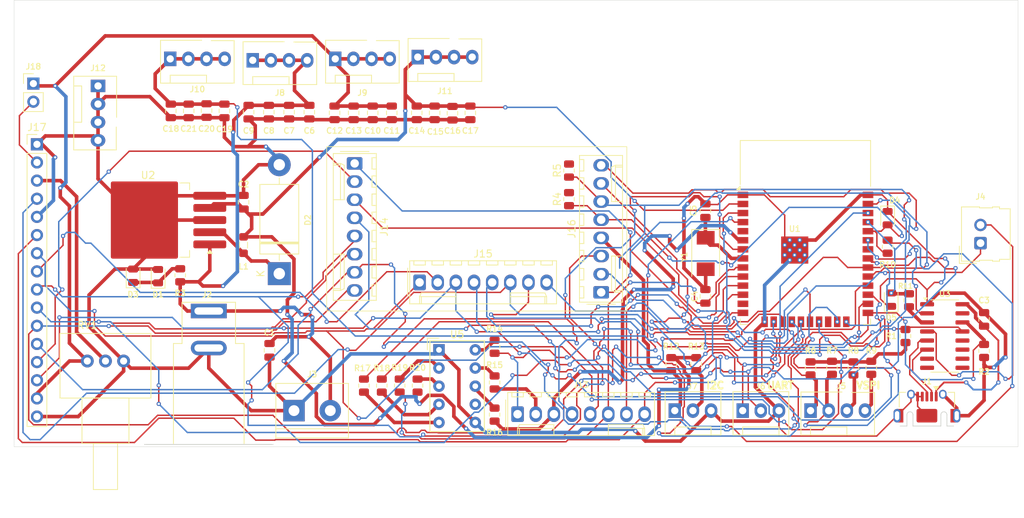
<source format=kicad_pcb>
(kicad_pcb (version 20241229) (generator "pcbnew") (generator_version "9.0")
  (layers (0 "F.Cu" signal) (2 "B.Cu" signal) (13 "F.Paste" user) (15 "B.Paste" user) (5 "F.SilkS" user "F.Silkscreen") (7 "B.SilkS" user "B.Silkscreen") (1 "F.Mask" user) (3 "B.Mask" user) (25 "Edge.Cuts" user))
  (net 0 "")
  (net 1 "GND")
  (net 2 "/+12V")
  (net 3 "/3V3")
  (net 4 "/+5V")
  (net 5 "/GPIO_33")
  (net 6 "/GPIO_32")
  (net 7 "/V_3.8V")
  (net 8 "Net-(D1-K)")
  (net 9 "Net-(D2-K)")
  (net 10 "Net-(D4-A)")
  (net 11 "Net-(D5-A)")
  (net 12 "/USB_D-")
  (net 13 "/USB_D+")
  (net 14 "/V_3.8V_OUT")
  (net 15 "/VSPI_GPIO23_MOSI")
  (net 16 "/VSPI_GPIO18_SCLK")
  (net 17 "/VSPI_GPIO19_MISO")
  (net 18 "/VSPI_GPIO5_CS")
  (net 19 "/GPIO16_UART2_RX")
  (net 20 "/GPIO17_UART2_TX")
  (net 21 "/GPIO21_SDA_I2C")
  (net 22 "/GPIO22_SDA_I2C")
  (net 23 "/GPIO_34")
  (net 24 "/GPIO_26")
  (net 25 "/GPIO_25")
  (net 26 "/GPIO_39")
  (net 27 "/GPIO_35")
  (net 28 "/GPIO_36")
  (net 29 "/GPIO_12")
  (net 30 "/GPIO_11")
  (net 31 "/GPIO_9")
  (net 32 "/GPIO_10")
  (net 33 "/GPIO_13")
  (net 34 "/GPIO_14")
  (net 35 "/GPIO_6")
  (net 36 "/GPIO_27")
  (net 37 "/GPIO_15")
  (net 38 "/GPIO_4")
  (net 39 "/ESP_GPIO_0")
  (net 40 "/GPIO_2")
  (net 41 "/GPIO_7")
  (net 42 "/GPIO_8")
  (net 43 "/GPIO_3")
  (net 44 "/GPIO_1")
  (net 45 "Net-(J17-Pin_3)")
  (net 46 "Net-(J17-Pin_2)")
  (net 47 "/ESP_EN")
  (net 48 "Net-(U3-TXD)")
  (net 49 "Net-(U3-RXD)")
  (net 50 "Net-(U5-A)")
  (net 51 "Net-(U5-B)")
  (net 52 "Net-(U5-C)")
  (net 53 "Net-(U5-D)")
  (net 54 "Net-(U5-E)")
  (net 55 "Net-(U5-F)")
  (net 56 "Net-(U5-G)")
  (footprint "Capacitor_SMD:C_0805_2012Metric" (layer "F.Cu") (at 147.571428 55.665566 -90)
    (property "Reference" "C6")
    (property "Value" "C")
  )
  (footprint "Capacitor_SMD:C_0805_2012Metric" (layer "F.Cu") (at 130.687645 55.495993 -90)
    (property "Reference" "C21")
    (property "Value" "C")
  )
  (footprint "Capacitor_SMD:C_0805_2012Metric" (layer "F.Cu") (at 167.603777 55.818562 -90)
    (property "Reference" "C16")
    (property "Value" "C")
  )
  (footprint "Capacitor_SMD:C_0805_2012Metric" (layer "F.Cu") (at 165.103777 55.768562 -90)
    (property "Reference" "C15")
    (property "Value" "C")
  )
  (footprint "Connector_PinHeader_2.54mm:PinHeader_1x16_P2.54mm_Vertical" (layer "F.Cu") (at 109.453031 60.171133)
    (property "Reference" "J17")
    (property "Value" "Conn_01x16")
  )
  (footprint "Connector:FanPinHeader_1x03_P2.54mm_Vertical" (layer "F.Cu") (at 208.215291 97.439513)
    (property "Reference" "J6")
    (property "Value" "Conn_01x03_Pin")
  )
  (footprint "Resistor_SMD:R_0805_2012Metric" (layer "F.Cu") (at 226.215291 91.447925 90)
    (property "Reference" "R9")
    (property "Value" "10k")
  )
  (footprint "Resistor_SMD:R_0805_2012Metric" (layer "F.Cu") (at 162.715291 93.939513 90)
    (property "Reference" "R20")
    (property "Value" "~")
  )
  (footprint "Resistor_SMD:R_0805_2012Metric" (layer "F.Cu") (at 183.913518 63.845061 90)
    (property "Reference" "R5")
    (property "Value" "10k")
  )
  (footprint "Resistor_SMD:R_0805_2012Metric" (layer "F.Cu") (at 201.715291 90.939513 90)
    (property "Reference" "R13")
    (property "Value" "4.7k")
  )
  (footprint "Connector:FanPinHeader_1x04_P2.54mm_Vertical" (layer "F.Cu") (at 162.746012 47.965788)
    (property "Reference" "J11")
    (property "Value" "Conn_01x04_Pin")
  )
  (footprint "Capacitor_SMD:C_0805_2012Metric" (layer "F.Cu") (at 162.603777 55.768562 -90)
    (property "Reference" "C14")
    (property "Value" "C")
  )
  (footprint "Capacitor_SMD:C_0805_2012Metric" (layer "F.Cu") (at 144.738095 55.665566 -90)
    (property "Reference" "C7")
    (property "Value" "C")
  )
  (footprint "Connector:FanPinHeader_1x04_P2.54mm_Vertical" (layer "F.Cu") (at 217.715291 97.439513)
    (property "Reference" "J5")
    (property "Value" "Conn_01x04_Pin")
  )
  (footprint "Connector:FanPinHeader_1x04_P2.54mm_Vertical" (layer "F.Cu") (at 151.197602 48.212428)
    (property "Reference" "J9")
    (property "Value" "Conn_01x04_Pin")
  )
  (footprint "Resistor_SMD:R_0805_2012Metric" (layer "F.Cu") (at 242 89.0875 -90)
    (property "Reference" "R2")
    (property "Value" "10k")
  )
  (footprint "Resistor_SMD:R_0805_2012Metric" (layer "F.Cu") (at 223.715291 91.535425 90)
    (property "Reference" "R8")
    (property "Value" "10k")
  )
  (footprint "Capacitor_SMD:C_0805_2012Metric" (layer "F.Cu") (at 203 69.45 90)
    (property "Reference" "C5")
    (property "Value" "C")
  )
  (footprint "Potentiometer_THT:Potentiometer_Vishay_148-149_Single_Horizontal" (layer "F.Cu") (at 116.5 90.5 -90)
    (property "Reference" "RV1")
    (property "Value" "R_Potentiometer")
  )
  (footprint "Resistor_SMD:R_0805_2012Metric" (layer "F.Cu") (at 231 87 90)
    (property "Reference" "R1")
    (property "Value" "10k")
  )
  (footprint "Connector_Molex:Molex_KK-254_AE-6410-08A_1x08_P2.54mm_Vertical" (layer "F.Cu") (at 176.715291 97.939513)
    (property "Reference" "J13")
    (property "Value" "Conn_01x08")
  )
  (footprint "Resistor_SMD:R_0805_2012Metric" (layer "F.Cu") (at 160.215291 93.939513 90)
    (property "Reference" "R19")
    (property "Value" "~")
  )
  (footprint "LED_SMD:LED_0805_2012Metric" (layer "F.Cu") (at 229 81.911439 90)
    (property "Reference" "D5")
    (property "Value" "PURPLE")
  )
  (footprint "Capacitor_SMD:C_0805_2012Metric" (layer "F.Cu") (at 156.43711 55.768562 -90)
    (property "Reference" "C10")
    (property "Value" "C")
  )
  (footprint "Capacitor_SMD:C_0805_2012Metric" (layer "F.Cu") (at 135.687645 55.495993 -90)
    (property "Reference" "C19")
    (property "Value" "C")
  )
  (footprint "Connector_PinHeader_2.54mm:PinHeader_1x02_P2.54mm_Vertical" (layer "F.Cu") (at 108.953031 51.671133)
    (property "Reference" "J18")
    (property "Value" "Conn_01x02")
  )
  (footprint "Resistor_SMD:R_0805_2012Metric" (layer "F.Cu") (at 231.5 81.998939 90)
    (property "Reference" "R11")
    (property "Value" "10k")
  )
  (footprint "Connector_Molex:Molex_KK-254_AE-6410-08A_1x08_P2.54mm_Vertical" (layer "F.Cu") (at 163 79.5)
    (property "Reference" "J15")
    (property "Value" "Conn_01x08")
  )
  (footprint "Capacitor_SMD:C_0805_2012Metric" (layer "F.Cu") (at 138.366214 68.272964 90)
    (property "Reference" "C2")
    (property "Value" "C")
  )
  (footprint "Resistor_SMD:R_0805_2012Metric" (layer "F.Cu") (at 173.5 88.5 90)
    (property "Reference" "R14")
    (property "Value" "~")
  )
  (footprint "Capacitor_SMD:C_0805_2012Metric" (layer "F.Cu") (at 139.071428 55.665566 -90)
    (property "Reference" "C9")
    (property "Value" "C")
  )
  (footprint "Connector_Molex:Molex_SL_171971-0002_1x02_P2.54mm_Vertical" (layer "F.Cu") (at 241.5 74 90)
    (property "Reference" "J4")
    (property "Value" "Conn_01x02_Socket")
  )
  (footprint "Capacitor_SMD:C_0805_2012Metric" (layer "F.Cu") (at 159.103777 55.768562 -90)
    (property "Reference" "C11")
    (property "Value" "C")
  )
  (footprint "Display_7Segment:HDSP-A151" (layer "F.Cu") (at 165.715291 88.939513)
    (property "Reference" "U5")
    (property "Value" "HDSP-A153")
  )
  (footprint "Capacitor_SMD:C_0805_2012Metric" (layer "F.Cu") (at 203 81.45 90)
    (property "Reference" "C4")
    (property "Value" "C")
  )
  (footprint "Connector:FanPinHeader_1x04_P2.54mm_Vertical" (layer "F.Cu") (at 139.649192 48.412428)
    (property "Reference" "J8")
    (property "Value" "Conn_01x04_Pin")
  )
  (footprint "Capacitor_SMD:C_0805_2012Metric" (layer "F.Cu") (at 142 89 -90)
    (property "Reference" "C1")
    (property "Value" "C")
  )
  (footprint "TerminalBlock:TerminalBlock_bornier-2_P5.08mm" (layer "F.Cu") (at 145.424455 97.439513)
    (property "Reference" "J3")
    (property "Value" "Screw_Terminal_01x02")
  )
  (footprint "Capacitor_SMD:C_0805_2012Metric" (layer "F.Cu") (at 242 84.675 90)
    (property "Reference" "C3")
    (property "Value" "0.1uF")
  )
  (footprint "LED_SMD:LED_0805_2012Metric" (layer "F.Cu") (at 228.5 70.5 -90)
    (property "Reference" "D4")
    (property "Value" "GREEN")
  )
  (footprint "Connector:FanPinHeader_1x03_P2.54mm_Vertical" (layer "F.Cu") (at 198.715291 97.439513)
    (property "Reference" "J7")
    (property "Value" "Conn_01x03_Pin")
  )
  (footprint "Connector_USB:USB_Micro-AB_Molex_47590-0001" (layer "F.Cu") (at 234 98.5)
    (property "Reference" "J1")
    (property "Value" "USB_B_Micro")
    (fp_line (start -3.75 1.1) (end -2.8 1.1) (stroke (width 0.1)) (layer "Edge.Cuts"))
    (fp_line (start -2.8 -0.475) (end -2.8 1.1) (stroke (width 0.1)) (layer "Edge.Cuts"))
    (fp_line (start -1.95 -0.475) (end -1.95 1.1) (stroke (width 0.1)) (layer "Edge.Cuts"))
    (fp_line (start -1.95 1.1) (end 1.95 1.1) (stroke (width 0.1)) (layer "Edge.Cuts"))
    (fp_line (start 1.95 -0.475) (end 1.95 1.1) (stroke (width 0.1)) (layer "Edge.Cuts"))
    (fp_line (start 2.8 -0.475) (end 2.8 1.1) (stroke (width 0.1)) (layer "Edge.Cuts"))
    (fp_line (start 2.8 1.1) (end 3.75 1.1) (stroke (width 0.1)) (layer "Edge.Cuts"))
    (fp_arc (start -2.8 -0.475) (mid -2.375 -0.9) (end -1.95 -0.475) (stroke (width 0.1)) (layer "Edge.Cuts"))
    (fp_arc (start 1.95 -0.475) (mid 2.375 -0.9) (end 2.8 -0.475) (stroke (width 0.1)) (layer "Edge.Cuts"))
  )
  (footprint "Connector_Molex:Molex_KK-254_AE-6410-08A_1x08_P2.54mm_Vertical" (layer "F.Cu") (at 153.913518 62.845061 -90)
    (property "Reference" "J14")
    (property "Value" "Conn_01x08")
  )
  (footprint "Capacitor_SMD:C_0805_2012Metric" (layer "F.Cu") (at 153.770444 55.768562 -90)
    (property "Reference" "C13")
    (property "Value" "C")
  )
  (footprint "Resistor_SMD:R_0805_2012Metric" (layer "F.Cu") (at 173.5 93.5 90)
    (property "Reference" "R15")
    (property "Value" "~")
  )
  (footprint "Connector:FanPinHeader_1x04_P2.54mm_Vertical" (layer "F.Cu") (at 118 52 -90)
    (property "Reference" "J12")
    (property "Value" "Conn_01x04_Pin")
  )
  (footprint "Resistor_SMD:R_0805_2012Metric" (layer "F.Cu") (at 129.5 78.5 90)
    (property "Reference" "R3")
    (property "Value" "10k")
  )
  (footprint "LED_SMD:LED_0805_2012Metric" (layer "F.Cu") (at 122.907923 78.5648 90)
    (property "Reference" "D3")
    (property "Value" "YELLOW")
  )
  (footprint "Resistor_SMD:R_0805_2012Metric" (layer "F.Cu") (at 157.715291 93.939513 -90)
    (property "Reference" "R18")
    (property "Value" "~")
  )
  (footprint "Resistor_SMD:R_0805_2012Metric" (layer "F.Cu") (at 217.715291 91.535425 90)
    (property "Reference" "R6")
    (property "Value" "10k")
  )
  (footprint "Resistor_SMD:R_0805_2012Metric" (layer "F.Cu") (at 173.5 98 90)
    (property "Reference" "R16")
    (property "Value" "~")
  )
  (footprint "Resistor_SMD:R_0805_2012Metric" (layer "F.Cu") (at 228.5 74.5 -90)
    (property "Reference" "R10")
    (property "Value" "10k")
  )
  (footprint "Resistor_SMD:R_0805_2012Metric" (layer "F.Cu") (at 220.715291 91.447925 90)
    (property "Reference" "R7")
    (property "Value" "10k")
  )
  (footprint "LED_SMD:LED_0805_2012Metric" (layer "F.Cu") (at 126.407923 78.6273 90)
    (property "Reference" "D1")
    (property "Value" "RED")
  )
  (footprint "Resistor_SMD:R_0805_2012Metric" (layer "F.Cu") (at 155.215291 93.939513 -90)
    (property "Reference" "R17")
    (property "Value" "~")
  )
  (footprint "Resistor_SMD:R_0805_2012Metric" (layer "F.Cu") (at 198.215291 90.939513 90)
    (property "Reference" "R12")
    (property "Value" "4.7k")
  )
  (footprint "RF_Module:ESP32-WROOM-32D" (layer "F.Cu") (at 217 75.5)
    (property "Reference" "U1")
    (property "Value" "ESP32-WROOM-32D")
  )
  (footprint "Diode_THT:D_DO-201AD_P15.24mm_Horizontal" (layer "F.Cu") (at 143.366214 78.272964 90)
    (property "Reference" "D2")
    (property "Value" "1N5822")
  )
  (footprint "Crystal:Crystal_SMD_0603-2Pin_6.0x3.5mm" (layer "F.Cu") (at 203.039116 75.45 -90)
    (property "Reference" "Y1")
    (property "Value" "Crystal_GND24")
  )
  (footprint "Capacitor_SMD:C_0805_2012Metric" (layer "F.Cu") (at 170.103777 55.768562 -90)
    (property "Reference" "C17")
    (property "Value" "C")
  )
  (footprint "Connector_Molex:Molex_KK-254_AE-6410-08A_1x08_P2.54mm_Vertical" (layer "F.Cu") (at 188.413518 80.885061 90)
    (property "Reference" "J16")
    (property "Value" "Conn_01x08")
  )
  (footprint "Connector:FanPinHeader_1x04_P2.54mm_Vertical" (layer "F.Cu") (at 128.100782 48.212428)
    (property "Reference" "J10")
    (property "Value" "Conn_01x04_Pin")
  )
  (footprint "Capacitor_SMD:C_0805_2012Metric" (layer "F.Cu") (at 141.904761 55.665566 -90)
    (property "Reference" "C8")
    (property "Value" "C")
  )
  (footprint "Capacitor_SMD:C_0805_2012Metric" (layer "F.Cu") (at 151.103777 55.768562 -90)
    (property "Reference" "C12")
    (property "Value" "C")
  )
  (footprint "Capacitor_SMD:C_0805_2012Metric" (layer "F.Cu") (at 128.187645 55.495993 -90)
    (property "Reference" "C18")
    (property "Value" "C")
  )
  (footprint "Capacitor_SMD:C_0805_2012Metric" (layer "F.Cu") (at 133.187645 55.445993 -90)
    (property "Reference" "C20")
    (property "Value" "C")
  )
  (footprint "Package_TO_SOT_SMD:TO-263-5_TabPin3" (layer "F.Cu") (at 125.991214 70.772964 180)
    (property "Reference" "U2")
    (property "Value" "LM2596S-5")
  )
  (footprint "Inductor_SMD:L_0805_2012Metric_Pad1.05x1.20mm_HandSolder" (layer "F.Cu") (at 138.366214 74.272964 90)
    (property "Reference" "L1")
    (property "Value" "L")
  )
  (footprint "Resistor_SMD:R_0805_2012Metric" (layer "F.Cu") (at 183.913518 67.845061 90)
    (property "Reference" "R4")
    (property "Value" "10k")
  )
  (footprint "Connector_BarrelJack:BarrelJack_SwitchcraftConxall_RAPC10U_Horizontal" (layer "F.Cu") (at 133.5 83.5 90)
    (property "Reference" "J2")
    (property "Value" "Jack-DC")
    (fp_line (start -18.67 -9) (end -18.67 9) (stroke (width 0.12)) (layer "Edge.Cuts"))
  )
  (footprint "Package_SO:SOIC-16_3.9x9.9mm_P1.27mm" (layer "F.Cu") (at 236.5 87)
    (property "Reference" "U3")
    (property "Value" "CH340C")
  )
  (gr_rect (start 150 60.5) (end 192 83.5) (stroke (width 0.1)) (fill no) (layer "F.SilkS"))
  (gr_rect (start 106.25 40) (end 246.75 102.5) (stroke (width 0.05)) (fill no) (layer "Edge.Cuts"))
  (gr_text "VSPI" (at 224 94.5 0) (layer "F.SilkS") (effects (font (size 1 1) (thickness 0.25) (bold yes)) (justify left bottom)))
  (gr_text "UART" (at 211.5 94.5 0) (layer "F.SilkS") (effects (font (size 1 1) (thickness 0.25) (bold yes)) (justify left bottom)))
  (gr_text "I2C" (at 203 94.5 0) (layer "F.SilkS") (effects (font (size 1 1) (thickness 0.25) (bold yes)) (justify left bottom)))
  (segment (start 109.453031 60.171133) (end 110.624164 59) (width 0.5) (layer "F.Cu") (net 1))
  (segment (start 203.039116 77.65) (end 203.039116 80.460884) (width 0.5) (layer "F.Cu") (net 1))
  (segment (start 140 57.544138) (end 139.071428 56.615566) (width 0.5) (layer "F.Cu") (net 1))
  (segment (start 206.087661 67.25) (end 208.25 67.25) (width 0.2) (layer "F.Cu") (net 1))
  (segment (start 165.103777 56.718562) (end 167.553777 56.718562) (width 0.5) (layer "F.Cu") (net 1))
  (segment (start 214.8 76.37) (end 214.8 76.345) (width 0.2) (layer "F.Cu") (net 1))
  (segment (start 203 68.5) (end 203.098354 68.598354) (width 0.5) (layer "F.Cu") (net 1))
  (segment (start 138.316214 67.372964) (end 138.366214 67.322964) (width 0.5) (layer "F.Cu") (net 1))
  (segment (start 211.829291 98.905513) (end 213.295291 97.439513) (width 0.5) (layer "F.Cu") (net 1))
  (segment (start 124.491214 70.772964) (end 127.891214 67.372964) (width 0.5) (layer "F.Cu") (net 1))
  (segment (start 199.534804 101.7) (end 203.795291 97.439513) (width 0.5) (layer "F.Cu") (net 1))
  (segment (start 203.098354 68.598354) (end 204.739307 68.598354) (width 0.2) (layer "F.Cu") (net 1))
  (segment (start 242 90) (end 242 91) (width 0.5) (layer "F.Cu") (net 1))
  (segment (start 213.295291 99.795291) (end 213.295291 97.439513) (width 0.2) (layer "F.Cu") (net 1))
  (segment (start 215.475 75.67) (end 215.5 75.67) (width 0.2) (layer "F.Cu") (net 1))
  (segment (start 110.171133 60.171133) (end 112 62) (width 0.5) (layer "F.Cu") (net 1))
  (segment (start 235.58 81) (end 234.025 82.555) (width 0.5) (layer "F.Cu") (net 1))
  (segment (start 233.35 95.475) (end 232.7 95.475) (width 0.2) (layer "F.Cu") (net 1))
  (segment (start 144.738095 56.615566) (end 147.571428 56.615566) (width 0.5) (layer "F.Cu") (net 1))
  (segment (start 156.43711 56.718562) (end 159.103777 56.718562) (width 0.5) (layer "F.Cu") (net 1))
  (segment (start 216.9 74.27) (end 216.2 73.57) (width 0.2) (layer "F.Cu") (net 1))
  (segment (start 109.453031 60.171133) (end 110.171133 60.171133) (width 0.5) (layer "F.Cu") (net 1))
  (segment (start 124.491214 76.044009) (end 124.491214 70.772964) (width 0.5) (layer "F.Cu") (net 1))
  (segment (start 216.175 73.57) (end 215.475 74.27) (width 0.2) (layer "F.Cu") (net 1))
  (segment (start 138.366214 65.133786) (end 138.366214 67.322964) (width 0.5) (layer "F.Cu") (net 1))
  (segment (start 168.5 96.804222) (end 168.5 91.724222) (width 0.5) (layer "F.Cu") (net 1))
  (segment (start 121.58 91.92) (end 121.58 90.5) (width 0.5) (layer "F.Cu") (net 1))
  (segment (start 210 94.144222) (end 210 86.3) (width 0.5) (layer "F.Cu") (net 1))
  (segment (start 228.5 68) (end 227.75 67.25) (width 0.2) (layer "F.Cu") (net 1))
  (segment (start 151.103777 56.718562) (end 153.770444 56.718562) (width 0.5) (layer "F.Cu") (net 1))
  (segment (start 121.58 90.5) (end 122.58 91.5) (width 0.5) (layer "F.Cu") (net 1))
  (segment (start 139 60.5) (end 140 59.5) (width 0.5) (layer "F.Cu") (net 1))
  (segment (start 201.5 67.5) (end 202 67.5) (width 0.5) (layer "F.Cu") (net 1))
  (segment (start 116.749 81.251) (end 120.3727 77.6273) (width 0.5) (layer "F.Cu") (net 1))
  (segment (start 120.3727 77.6273) (end 122.907923 77.6273) (width 0.5) (layer "F.Cu") (net 1))
  (segment (start 193.2 100.3) (end 194.6 101.7) (width 0.5) (layer "F.Cu") (net 1))
  (segment (start 214.1 70.1) (end 214.1 73.57) (width 0.2) (layer "F.Cu") (net 1))
  (segment (start 194.6 101.7) (end 199.534804 101.7) (width 0.5) (layer "F.Cu") (net 1))
  (segment (start 216.2 74.97) (end 216.9 74.27) (width 0.2) (layer "F.Cu") (net 1))
  (segment (start 118 65) (end 118 59.62) (width 0.5) (layer "F.Cu") (net 1))
  (segment (start 238.175 97.1) (end 236.225 95.15) (width 0.5) (layer "F.Cu") (net 1))
  (segment (start 231.775 95.15) (end 231.775 96.2) (width 0.2) (layer "F.Cu") (net 1))
  (segment (start 140 59.5) (end 140 57.544138) (width 0.5) (layer "F.Cu") (net 1))
  (segment (start 122.907923 77.6273) (end 126.345423 77.6273) (width 0.5) (layer "F.Cu") (net 1))
  (segment (start 236 79.5) (end 235.05 79.5) (width 0.2) (layer "F.Cu") (net 1))
  (segment (start 119.04 53.5) (end 125.241652 53.5) (width 0.5) (layer "F.Cu") (net 1))
  (segment (start 238.175 98.15) (end 238.175 97.1) (width 0.5) (layer "F.Cu") (net 1))
  (segment (start 143.366214 63.032964) (end 140.467036 63.032964) (width 0.5) (layer "F.Cu") (net 1))
  (segment (start 133.5 91.5) (end 133.5 88.68) (width 0.5) (layer "F.Cu") (net 1))
  (segment (start 109.453031 98.271133) (end 115.228867 98.271133) (width 0.5) (layer "F.Cu") (net 1))
  (segment (start 218.43 73.57) (end 216.9 73.57) (width 0.5) (layer "F.Cu") (net 1))
  (segment (start 242 83.725) (end 245 86.725) (width 0.5) (layer "F.Cu") (net 1))
  (segment (start 135.687645 59.187645) (end 137 60.5) (width 0.5) (layer "F.Cu") (net 1))
  (segment (start 242 91) (end 242 96) (width 0.5) (layer "F.Cu") (net 1))
  (segment (start 215.475 74.245) (end 214.8 73.57) (width 0.2) (layer "F.Cu") (net 1))
  (segment (start 110.624164 59) (end 117.38 59) (width 0.5) (layer "F.Cu") (net 1))
  (segment (start 229 82.848939) (end 228.52721 82.848939) (width 0.5) (layer "F.Cu") (net 1))
  (segment (start 204.739307 68.598354) (end 206.087661 67.25) (width 0.2) (layer "F.Cu") (net 1))
  (segment (start 117.38 59) (end 118 59.62) (width 0.5) (layer "F.Cu") (net 1))
  (segment (start 216.2 76.37) (end 216.9 75.67) (width 0.2) (layer "F.Cu") (net 1))
  (segment (start 235.086736 76.149236) (end 228.5 69.5625) (width 0.2) (layer "F.Cu") (net 1))
  (segment (start 213.295291 97.439513) (end 210 94.144222) (width 0.5) (layer "F.Cu") (net 1))
  (segment (start 214.1 75.67) (end 214.8 74.97) (width 0.2) (layer "F.Cu") (net 1))
  (segment (start 162.603777 56.718562) (end 165.103777 56.718562) (width 0.5) (layer "F.Cu") (net 1))
  (segment (start 235.05 79.5) (end 234.025 80.525) (width 0.2) (layer "F.Cu") (net 1))
  (segment (start 232.7 96.85) (end 232.7 95.475) (width 0.2) (layer "F.Cu") (net 1))
  (segment (start 200 77.5) (end 203 80.5) (width 0.5) (layer "F.Cu") (net 1))
  (segment (start 211.25 67.25) (end 214.1 70.1) (width 0.2) (layer "F.Cu") (net 1))
  (segment (start 203.039116 80.460884) (end 203 80.5) (width 0.5) (layer "F.Cu") (net 1))
  (segment (start 126.345423 77.6273) (end 126.407923 77.6898) (width 0.5) (layer "F.Cu") (net 1))
  (segment (start 210 86.3) (end 211.29 85.01) (width 0.5) (layer "F.Cu") (net 1))
  (segment (start 139.071428 56.615566) (end 141.904761 56.615566) (width 0.5) (layer "F.Cu") (net 1))
  (segment (start 167.553777 56.718562) (end 167.603777 56.768562) (width 0.5) (layer "F.Cu") (net 1))
  (segment (start 133.641214 70.772964) (end 124.491214 70.772964) (width 0.5) (layer "F.Cu") (net 1))
  (segment (start 205.261291 98.905513) (end 211.829291 98.905513) (width 0.5) (layer "F.Cu") (net 1))
  (segment (start 167.603777 56.768562) (end 170.053777 56.768562) (width 0.5) (layer "F.Cu") (net 1))
  (segment (start 123.772964 70.772964) (end 118 65) (width 0.5) (layer "F.Cu") (net 1))
  (segment (start 231.775 95.15) (end 232.375 95.15) (width 0.2) (layer "F.Cu") (net 1))
  (segment (start 224.75 67.25) (end 218.43 73.57) (width 0.5) (layer "F.Cu") (net 1))
  (segment (start 234 98.15) (end 232.7 96.85) (width 0.2) (layer "F.Cu") (net 1))
  (segment (start 225.75 67.25) (end 224.75 67.25) (width 0.5) (layer "F.Cu") (net 1))
  (segment (start 242.4 91.4) (end 242 91) (width 0.5) (layer "F.Cu") (net 1))
  (segment (start 147.674424 56.718562) (end 147.571428 56.615566) (width 0.5) (layer "F.Cu") (net 1))
  (segment (start 214.1 74.27) (end 214.1 75.67) (width 0.2) (layer "F.Cu") (net 1))
  (segment (start 242 83.725) (end 239.275 81) (width 0.5) (layer "F.Cu") (net 1))
  (segment (start 121.58 90.5) (end 116.749 85.669) (width 0.5) (layer "F.Cu") (net 1))
  (segment (start 133.641214 67.372964) (end 138.316214 67.372964) (width 0.5) (layer "F.Cu") (net 1))
  (segment (start 232.375 95.15) (end 232.7 95.475) (width 0.2) (layer "F.Cu") (net 1))
  (segment (start 215.5 75.67) (end 216.2 76.37) (width 0.2) (layer "F.Cu") (net 1))
  (segment (start 122.907923 77.6273) (end 124.491214 76.044009) (width 0.5) (layer "F.Cu") (net 1))
  (segment (start 245 86.725) (end 245 90) (width 0.5) (layer "F.Cu") (net 1))
  (segment (start 140.467036 63.032964) (end 138.366214 65.133786) (width 0.5) (layer "F.Cu") (net 1))
  (segment (start 208.25 67.25) (end 211.25 67.25) (width 0.2) (layer "F.Cu") (net 1))
  (segment (start 200 70.5) (end 200 77.5) (width 0.5) (layer "F.Cu") (net 1))
  (segment (start 127.891214 67.372964) (end 133.641214 67.372964) (width 0.5) (layer "F.Cu") (net 1))
  (segment (start 200.5 68.5) (end 201.5 67.5) (width 0.5) (layer "F.Cu") (net 1))
  (segment (start 227.5 81.821729) (end 227.5 80) (width 0.2) (layer "F.Cu") (net 1))
  (segment (start 153.770444 56.718562) (end 156.43711 56.718562) (width 0.5) (layer "F.Cu") (net 1))
  (segment (start 170.795291 99.099513) (end 168.5 96.804222) (width 0.5) (layer "F.Cu") (net 1))
  (segment (start 130.68 91.5) (end 133.5 88.68) (width 0.5) (layer "F.Cu") (net 1))
  (segment (start 239.275 81) (end 235.58 81) (width 0.5) (layer "F.Cu") (net 1))
  (segment (start 228.5 79) (end 232.5 79) (width 0.2) (layer "F.Cu") (net 1))
  (segment (start 151.103777 56.718562) (end 147.674424 56.718562) (width 0.5) (layer "F.Cu") (net 1))
  (segment (start 162.603777 56.718562) (end 159.103777 56.718562) (width 0.5) (layer "F.Cu") (net 1))
  (segment (start 214.1 73.57) (end 214.1 74.27) (width 0.2) (layer "F.Cu") (net 1))
  (segment (start 202 67.5) (end 203 68.5) (width 0.5) (layer "F.Cu") (net 1))
  (segment (start 228.5 69.5625) (end 228.5 68) (width 0.2) (layer "F.Cu") (net 1))
  (segment (start 232.5 79) (end 234.025 80.525) (width 0.2) (layer "F.Cu") (net 1))
  (segment (start 216.2 73.57) (end 216.175 73.57) (width 0.2) (layer "F.Cu") (net 1))
  (segment (start 231.775 96.2) (end 229.825 98.15) (width 0.2) (layer "F.Cu") (net 1))
  (segment (start 215.475 74.27) (end 215.475 74.245) (width 0.2) (layer "F.Cu") (net 1))
  (segment (start 116.749 85.669) (end 116.749 81.251) (width 0.5) (layer "F.Cu") (net 1))
  (segment (start 227.5 80) (end 228.5 79) (width 0.2) (layer "F.Cu") (net 1))
  (segment (start 214.8 74.97) (end 214.8 76.37) (width 0.2) (layer "F.Cu") (net 1))
  (segment (start 216.9 75.67) (end 216.2 74.97) (width 0.2) (layer "F.Cu") (net 1))
  (segment (start 203.795291 97.439513) (end 205.261291 98.905513) (width 0.5) (layer "F.Cu") (net 1))
  (segment (start 168.5 91.724222) (end 165.715291 88.939513) (width 0.5) (layer "F.Cu") (net 1))
  (segment (start 118 54.54) (end 119.04 53.5) (width 0.5) (layer "F.Cu") (net 1))
  (segment (start 137 60.5) (end 139 60.5) (width 0.5) (layer "F.Cu") (net 1))
  (segment (start 141.904761 56.615566) (end 144.738095 56.615566) (width 0.5) (layer "F.Cu") (net 1))
  (segment (start 118 59.62) (end 118 52) (width 0.5) (layer "F.Cu") (net 1))
  (segment (start 227.75 67.25) (end 225.75 67.25) (width 0.2) (layer "F.Cu") (net 1))
  (segment (start 242 96) (end 239.85 98.15) (width 0.5) (layer "F.Cu") (net 1))
  (segment (start 236.549236 76.149236) (end 235.086736 76.149236) (width 0.2) (layer "F.Cu") (net 1))
  (segment (start 229.825 98.15) (end 226.975 101) (width 0.2) (layer "F.Cu") (net 1))
  (segment (start 145.424455 97.439513) (end 139.439513 97.439513) (width 0.5) (layer "F.Cu") (net 1))
  (segment (start 142 94.015058) (end 142 89.95) (width 0.5) (layer "F.Cu") (net 1))
  (segment (start 139.439513 97.439513) (end 133.5 91.5) (width 0.5) (layer "F.Cu") (net 1))
  (segment (start 135.687645 56.445993) (end 135.687645 59.187645) (width 0.5) (layer "F.Cu") (net 1))
  (segment (start 141.5 60.5) (end 139 60.5) (width 0.5) (layer "F.Cu") (net 1))
  (segment (start 226.975 101) (end 214.5 101) (width 0.2) (layer "F.Cu") (net 1))
  (segment (start 170.053777 56.768562) (end 170.103777 56.718562) (width 0.5) (layer "F.Cu") (net 1))
  (segment (start 234.025 80.525) (end 234.025 82.555) (width 0.2) (layer "F.Cu") (net 1))
  (segment (start 122.58 91.5) (end 130.68 91.5) (width 0.5) (layer "F.Cu") (net 1))
  (segment (start 128.187645 56.445993) (end 135.687645 56.445993) (width 0.5) (layer "F.Cu") (net 1))
  (segment (start 115.228867 98.271133) (end 121.58 91.92) (width 0.5) (layer "F.Cu") (net 1))
  (segment (start 239.85 98.15) (end 238.175 98.15) (width 0.5) (layer "F.Cu") (net 1))
  (segment (start 243.375 91.4) (end 242.4 91.4) (width 0.5) (layer "F.Cu") (net 1))
  (segment (start 125.241652 53.5) (end 128.187645 56.445993) (width 0.5) (layer "F.Cu") (net 1))
  (segment (start 214.8 76.345) (end 215.475 75.67) (width 0.2) (layer "F.Cu") (net 1))
  (segment (start 228.52721 82.848939) (end 227.5 81.821729) (width 0.2) (layer "F.Cu") (net 1))
  (segment (start 145.424455 97.439513) (end 142 94.015058) (width 0.5) (layer "F.Cu") (net 1))
  (segment (start 214.5 101) (end 213.295291 99.795291) (width 0.2) (layer "F.Cu") (net 1))
  (segment (start 124.491214 70.772964) (end 123.772964 70.772964) (width 0.5) (layer "F.Cu") (net 1))
  (via (at 112 62) (size 0.6) (drill 0.3) (layers "F.Cu" "B.Cu") (net 1))
  (via (at 236 79.5) (size 0.6) (drill 0.3) (layers "F.Cu" "B.Cu") (net 1))
  (via (at 141.5 60.5) (size 0.6) (drill 0.3) (layers "F.Cu" "B.Cu") (net 1))
  (via (at 243.375 91.4) (size 0.6) (drill 0.3) (layers "F.Cu" "B.Cu") (net 1))
  (via (at 200.5 68.5) (size 0.6) (drill 0.3) (layers "F.Cu" "B.Cu") (net 1))
  (via (at 200 70.5) (size 0.6) (drill 0.3) (layers "F.Cu" "B.Cu") (net 1))
  (via (at 211.29 85.01) (size 0.6) (drill 0.3) (layers "F.Cu" "B.Cu") (net 1))
  (via (at 245 90) (size 0.6) (drill 0.3) (layers "F.Cu" "B.Cu") (net 1))
  (via (at 236.549236 76.149236) (size 0.6) (drill 0.3) (layers "F.Cu" "B.Cu") (net 1))
  (via (at 193.2 100.3) (size 0.6) (drill 0.3) (layers "F.Cu" "B.Cu") (net 1))
  (segment (start 185.684502 100.051) (end 185.235502 100.5) (width 0.5) (layer "B.Cu") (net 1))
  (segment (start 193.2 100.3) (end 192.951 100.051) (width 0.5) (layer "B.Cu") (net 1))
  (segment (start 165.715291 88.939513) (end 165.154804 89.5) (width 0.5) (layer "B.Cu") (net 1))
  (segment (start 165.154804 89.5) (end 153.363968 89.5) (width 0.5) (layer "B.Cu") (net 1))
  (segment (start 236.549236 76.149236) (end 237 76.6) (width 0.2) (layer "B.Cu") (net 1))
  (segment (start 143.366214 62.366214) (end 141.5 60.5) (width 0.5) (layer "B.Cu") (net 1))
  (segment (start 143.366214 63.032964) (end 143.366214 62.366214) (width 0.5) (layer "B.Cu") (net 1))
  (segment (start 237 77) (end 236.5 77.5) (width 0.2) (layer "B.Cu") (net 1))
  (segment (start 236.5 77.5) (end 236.5 79) (width 0.2) (layer "B.Cu") (net 1))
  (segment (start 236.5 79) (end 236 79.5) (width 0.2) (layer "B.Cu") (net 1))
  (segment (start 172.195778 100.5) (end 170.795291 99.099513) (width 0.5) (layer "B.Cu") (net 1))
  (segment (start 185.235502 100.5) (end 172.195778 100.5) (width 0.5) (layer "B.Cu") (net 1))
  (segment (start 111.759636 68.024528) (end 109.453031 70.331133) (width 0.5) (layer "B.Cu") (net 1))
  (segment (start 245 90) (end 244.775 90) (width 0.5) (layer "B.Cu") (net 1))
  (segment (start 111.759636 62.240364) (end 111.759636 68.024528) (width 0.5) (layer "B.Cu") (net 1))
  (segment (start 112 62) (end 111.759636 62.240364) (width 0.5) (layer "B.Cu") (net 1))
  (segment (start 200.5 68.5) (end 200 69) (width 0.5) (layer "B.Cu") (net 1))
  (segment (start 244.775 90) (end 243.375 91.4) (width 0.5) (layer "B.Cu") (net 1))
  (segment (start 153.363968 89.5) (end 145.424455 97.439513) (width 0.5) (layer "B.Cu") (net 1))
  (segment (start 211.29 85.01) (end 211.29 79.88) (width 0.5) (layer "B.Cu") (net 1))
  (segment (start 200 69) (end 200 70.5) (width 0.5) (layer "B.Cu") (net 1))
  (segment (start 237 76.6) (end 237 77) (width 0.2) (layer "B.Cu") (net 1))
  (segment (start 192.951 100.051) (end 185.684502 100.051) (width 0.5) (layer "B.Cu") (net 1))
  (segment (start 211.29 79.88) (end 214.8 76.37) (width 0.5) (layer "B.Cu") (net 1))
  (segment (start 133.641214 77.858786) (end 132.0875 79.4125) (width 0.5) (layer "F.Cu") (net 2))
  (segment (start 145.5 50.18162) (end 145.5 52.644138) (width 0.5) (layer "F.Cu") (net 2))
  (segment (start 137 56.786994) (end 139.071428 54.715566) (width 0.5) (layer "F.Cu") (net 2))
  (segment (start 133.5 74.314178) (end 133.641214 74.172964) (width 0.5) (layer "F.Cu") (net 2))
  (segment (start 147.571428 54.715566) (end 139.071428 54.715566) (width 0.5) (layer "F.Cu") (net 2))
  (segment (start 143.5 83.5) (end 133.5 83.5) (width 0.5) (layer "F.Cu") (net 2))
  (segment (start 135.5 80) (end 132.675 80) (width 0.5) (layer "F.Cu") (net 2))
  (segment (start 145.5 52.644138) (end 147.571428 54.715566) (width 0.5) (layer "F.Cu") (net 2))
  (segment (start 136.9 58.5) (end 137 58.4) (width 0.5) (layer "F.Cu") (net 2))
  (segment (start 130.5 83.5) (end 129.5 82.5) (width 0.5) (layer "F.Cu") (net 2))
  (segment (start 147.5 87.103194) (end 142.946806 87.103194) (width 0.5) (layer "F.Cu") (net 2))
  (segment (start 150.504455 90.004455) (end 147.603194 87.103194) (width 0.5) (layer "F.Cu") (net 2))
  (segment (start 132.675 80) (end 132.0875 79.4125) (width 0.5) (layer "F.Cu") (net 2))
  (segment (start 139.649192 48.412428) (end 147.269192 48.412428) (width 0.5) (layer "F.Cu") (net 2))
  (segment (start 132.0875 79.4125) (end 129.5 79.4125) (width 0.5) (layer "F.Cu") (net 2))
  (segment (start 133.5 83.5) (end 130.5 83.5) (width 0.5) (layer "F.Cu") (net 2))
  (segment (start 129.5 82.5) (end 129.5 79.4125) (width 0.5) (layer "F.Cu") (net 2))
  (segment (start 150.504455 97.439513) (end 150.504455 90.004455) (width 0.5) (layer "F.Cu") (net 2))
  (segment (start 137 58.4) (end 137 56.786994) (width 0.5) (layer "F.Cu") (net 2))
  (segment (start 146.5 84) (end 147.6 84) (width 0.5) (layer "F.Cu") (net 2))
  (segment (start 147.269192 48.412428) (end 145.5 50.18162) (width 0.5) (layer "F.Cu") (net 2))
  (segment (start 133.641214 74.172964) (end 133.641214 77.858786) (width 0.5) (layer "F.Cu") (net 2))
  (segment (start 142.946806 87.103194) (end 142 88.05) (width 0.5) (layer "F.Cu") (net 2))
  (segment (start 147.6 84) (end 148 84.4) (width 0.5) (layer "F.Cu") (net 2))
  (segment (start 147.603194 87.103194) (end 147.5 87.103194) (width 0.5) (layer "F.Cu") (net 2))
  (via (at 135.5 80) (size 0.6) (drill 0.3) (layers "F.Cu" "B.Cu") (net 2))
  (via (at 146.5 84) (size 0.6) (drill 0.3) (layers "F.Cu" "B.Cu") (net 2))
  (via (at 136.9 58.5) (size 0.6) (drill 0.3) (layers "F.Cu" "B.Cu") (net 2))
  (via (at 147.5 87.103194) (size 0.6) (drill 0.3) (layers "F.Cu" "B.Cu") (net 2))
  (via (at 143.5 83.5) (size 0.6) (drill 0.3) (layers "F.Cu" "B.Cu") (net 2))
  (via (at 148 84.4) (size 0.6) (drill 0.3) (layers "F.Cu" "B.Cu") (net 2))
  (segment (start 148 84.4) (end 148 86.603194) (width 0.5) (layer "B.Cu") (net 2))
  (segment (start 137.5 61.7) (end 137.5 78) (width 0.5) (layer "B.Cu") (net 2))
  (segment (start 145.5 83) (end 146.5 84) (width 0.5) (layer "B.Cu") (net 2))
  (segment (start 148 86.603194) (end 147.5 87.103194) (width 0.5) (layer "B.Cu") (net 2))
  (segment (start 144 83) (end 145.5 83) (width 0.5) (layer "B.Cu") (net 2))
  (segment (start 136.9 58.5) (end 136.9 61.1) (width 0.5) (layer "B.Cu") (net 2))
  (segment (start 137.5 78) (end 135.5 80) (width 0.5) (layer "B.Cu") (net 2))
  (segment (start 143.5 83.5) (end 144 83) (width 0.5) (layer "B.Cu") (net 2))
  (segment (start 136.9 61.1) (end 137.5 61.7) (width 0.5) (layer "B.Cu") (net 2))
  (segment (start 196.5 99.6) (end 196.5 94.497) (width 0.5) (layer "F.Cu") (net 3))
  (segment (start 206.328821 68.52) (end 208.25 68.52) (width 0.2) (layer "F.Cu") (net 3))
  (segment (start 133.641214 69.072964) (end 134.214178 68.5) (width 0.5) (layer "F.Cu") (net 3))
  (segment (start 200.051 91.40983) (end 198.668183 90.027013) (width 0.5) (layer "F.Cu") (net 3))
  (segment (start 162.603777 54.818562) (end 170.103777 54.818562) (width 0.5) (layer "F.Cu") (net 3))
  (segment (start 166.233473 95.308513) (end 167.799 96.87404) (width 0.5) (layer "F.Cu") (net 3))
  (segment (start 138.366214 73.122964) (end 142.318214 73.122964) (width 0.5) (layer "F.Cu") (net 3))
  (segment (start 162.746012 47.965788) (end 161 49.7118) (width 0.5) (layer "F.Cu") (net 3))
  (segment (start 164.191487 95.308513) (end 166.233473 95.308513) (width 0.5) (layer "F.Cu") (net 3))
  (segment (start 138.366214 69.222964) (end 139.071625 69.928375) (width 0.5) (layer "F.Cu") (net 3))
  (segment (start 139.071625 69.928375) (end 141.071625 69.928375) (width 0.5) (layer "F.Cu") (net 3))
  (segment (start 161 49.7118) (end 161 53.214785) (width 0.5) (layer "F.Cu") (net 3))
  (segment (start 193.1 68.1) (end 194.399354 69.399354) (width 0.2) (layer "F.Cu") (net 3))
  (segment (start 226.127791 90.622925) (end 226.215291 90.535425) (width 0.5) (layer "F.Cu") (net 3))
  (segment (start 200.689291 92.689291) (end 200.051 92.051) (width 0.5) (layer "F.Cu") (net 3))
  (segment (start 139.5 71.989178) (end 138.366214 73.122964) (width 0.5) (layer "F.Cu") (net 3))
  (segment (start 142.318214 73.122964) (end 145.417214 76.221964) (width 0.5) (layer "F.Cu") (net 3))
  (segment (start 144.5 81.937925) (end 144.5 83.999) (width 0.5) (layer "F.Cu") (net 3))
  (segment (start 162.746012 47.965788) (end 170.366012 47.965788) (width 0.5) (layer "F.Cu") (net 3))
  (segment (start 205.449467 69.399354) (end 206.328821 68.52) (width 0.2) (layer "F.Cu") (net 3))
  (segment (start 230.4125 89.5) (end 227.250716 89.5) (width 0.5) (layer "F.Cu") (net 3))
  (segment (start 227.250716 89.5) (end 226.215291 90.535425) (width 0.5) (layer "F.Cu") (net 3))
  (segment (start 148.553455 98.247644) (end 149.696324 99.390513) (width 0.5) (layer "F.Cu") (net 3))
  (segment (start 231 88.9125) (end 230.4125 89.5) (width 0.5) (layer "F.Cu") (net 3))
  (segment (start 145.417214 76.221964) (end 145.417214 81.020711) (width 0.5) (layer "F.Cu") (net 3))
  (segment (start 200.689291 94.1) (end 200.689291 92.689291) (width 0.5) (layer "F.Cu") (net 3))
  (segment (start 163 96.5) (end 164.191487 95.308513) (width 0.5) (layer "F.Cu") (net 3))
  (segment (start 156.609487 99.390513) (end 157.5 98.5) (width 0.5) (layer "F.Cu") (net 3))
  (segment (start 200.051 92.051) (end 200.051 91.40983) (width 0.5) (layer "F.Cu") (net 3))
  (segment (start 148.553455 95.053455) (end 148.553455 98.247644) (width 0.5) (layer "F.Cu") (net 3))
  (segment (start 149.696324 99.390513) (end 156.609487 99.390513) (width 0.5) (layer "F.Cu") (net 3))
  (segment (start 198.668183 90.027013) (end 198.215291 90.027013) (width 0.5) (layer "F.Cu") (net 3))
  (segment (start 198.215291 90.027013) (end 201.715291 90.027013) (width 0.5) (layer "F.Cu") (net 3))
  (segment (start 134.214178 68.5) (end 137.64325 68.5) (width 0.5) (layer "F.Cu") (net 3))
  (segment (start 144 90.5) (end 148.553455 95.053455) (width 0.5) (layer "F.Cu") (net 3))
  (segment (start 175 55) (end 170.285215 55) (width 0.2) (layer "F.Cu") (net 3))
  (segment (start 194.399354 69.399354) (end 205.449467 69.399354) (width 0.2) (layer "F.Cu") (net 3))
  (segment (start 139.071625 69.928375) (end 139.5 70.35675) (width 0.5) (layer "F.Cu") (net 3))
  (segment (start 137.64325 68.5) (end 138.366214 69.222964) (width 0.5) (layer "F.Cu") (net 3))
  (segment (start 167.799 98.25) (end 169.5 99.951) (width 0.5) (layer "F.Cu") (net 3))
  (segment (start 167.799 96.87404) (end 167.799 98.25) (width 0.5) (layer "F.Cu") (net 3))
  (segment (start 139.5 70.35675) (end 139.5 71.989178) (width 0.5) (layer "F.Cu") (net 3))
  (segment (start 161 55.5) (end 161 53.214785) (width 0.5) (layer "F.Cu") (net 3))
  (segment (start 217.715291 90.622925) (end 226.127791 90.622925) (width 0.5) (layer "F.Cu") (net 3))
  (segment (start 145.417214 81.020711) (end 144.5 81.937925) (width 0.5) (layer "F.Cu") (net 3))
  (segment (start 161 53.214785) (end 162.603777 54.818562) (width 0.5) (layer "F.Cu") (net 3))
  (segment (start 231 87.9125) (end 231 88.9125) (width 0.5) (layer "F.Cu") (net 3))
  (segment (start 141.071625 69.928375) (end 149 62) (width 0.5) (layer "F.Cu") (net 3))
  (segment (start 170.285215 55) (end 170.103777 54.818562) (width 0.2) (layer "F.Cu") (net 3))
  (via (at 144.5 83.999) (size 0.6) (drill 0.3) (layers "F.Cu" "B.Cu") (net 3))
  (via (at 196.5 94.497) (size 0.6) (drill 0.3) (layers "F.Cu" "B.Cu") (net 3))
  (via (at 157.5 98.5) (size 0.6) (drill 0.3) (layers "F.Cu" "B.Cu") (net 3))
  (via (at 144 90.5) (size 0.6) (drill 0.3) (layers "F.Cu" "B.Cu") (net 3))
  (via (at 200.689291 94.1) (size 0.6) (drill 0.3) (layers "F.Cu" "B.Cu") (net 3))
  (via (at 193.1 68.1) (size 0.6) (drill 0.3) (layers "F.Cu" "B.Cu") (net 3))
  (via (at 169.5 99.951) (size 0.6) (drill 0.3) (layers "F.Cu" "B.Cu") (net 3))
  (via (at 163 96.5) (size 0.6) (drill 0.3) (layers "F.Cu" "B.Cu") (net 3))
  (via (at 196.5 99.6) (size 0.6) (drill 0.3) (layers "F.Cu" "B.Cu") (net 3))
  (via (at 149 62) (size 0.6) (drill 0.3) (layers "F.Cu" "B.Cu") (net 3))
  (via (at 161 55.5) (size 0.6) (drill 0.3) (layers "F.Cu" "B.Cu") (net 3))
  (via (at 175 55) (size 0.6) (drill 0.3) (layers "F.Cu" "B.Cu") (net 3))
  (segment (start 196.4 99.6) (end 196.5 99.6) (width 0.5) (layer "B.Cu") (net 3))
  (segment (start 157.5 98.5) (end 160.5 95.5) (width 0.5) (layer "B.Cu") (net 3))
  (segment (start 169.5 99.951) (end 170.75 101.201) (width 0.5) (layer "B.Cu") (net 3))
  (segment (start 145.159815 84.658815) (end 145.159815 89.340185) (width 0.5) (layer "B.Cu") (net 3))
  (segment (start 161 58.5) (end 161 55.5) (width 0.5) (layer "B.Cu") (net 3))
  (segment (start 149 62) (end 151.5 59.5) (width 0.5) (layer "B.Cu") (net 3))
  (segment (start 145.159815 89.340185) (end 144 90.5) (width 0.5) (layer "B.Cu") (net 3))
  (segment (start 170.75 101.201) (end 194.799 101.201) (width 0.5) (layer "B.Cu") (net 3))
  (segment (start 189.809518 62.620017) (end 182.189501 55) (width 0.2) (layer "B.Cu") (net 3))
  (segment (start 200.292291 94.497) (end 200.689291 94.1) (width 0.5) (layer "B.Cu") (net 3))
  (segment (start 189.809518 64.809518) (end 189.809518 62.620017) (width 0.2) (layer "B.Cu") (net 3))
  (segment (start 151.5 59.5) (end 160 59.5) (width 0.5) (layer "B.Cu") (net 3))
  (segment (start 162.5 96) (end 163 96.5) (width 0.5) (layer "B.Cu") (net 3))
  (segment (start 160 59.5) (end 161 58.5) (width 0.5) (layer "B.Cu") (net 3))
  (segment (start 144.5 83.999) (end 145.159815 84.658815) (width 0.5) (layer "B.Cu") (net 3))
  (segment (start 193.1 68.1) (end 189.809518 64.809518) (width 0.2) (layer "B.Cu") (net 3))
  (segment (start 160.5 95.5) (end 162.5 95.5) (width 0.5) (layer "B.Cu") (net 3))
  (segment (start 194.799 101.201) (end 196.4 99.6) (width 0.5) (layer "B.Cu") (net 3))
  (segment (start 196.5 94.497) (end 200.292291 94.497) (width 0.5) (layer "B.Cu") (net 3))
  (segment (start 162.5 95.5) (end 162.5 96) (width 0.5) (layer "B.Cu") (net 3))
  (segment (start 182.189501 55) (end 175 55) (width 0.2) (layer "B.Cu") (net 3))
  (segment (start 239.5 93.5) (end 236.394728 93.5) (width 0.25) (layer "F.Cu") (net 4))
  (segment (start 151.197602 48.212428) (end 158.817602 48.212428) (width 0.5) (layer "F.Cu") (net 4))
  (segment (start 112.719669 66.280331) (end 112.719669 67.530331) (width 0.5) (layer "F.Cu") (net 4))
  (segment (start 112 52) (end 118.998572 45.001428) (width 0.5) (layer "F.Cu") (net 4))
  (segment (start 151.103777 54.818562) (end 159.103777 54.818562) (width 0.5) (layer "F.Cu") (net 4))
  (segment (start 239.555 82.555) (end 238.975 82.555) (width 0.5) (layer "F.Cu") (net 4))
  (segment (start 147.986602 45.001428) (end 151.197602 48.212428) (width 0.5) (layer "F.Cu") (net 4))
  (segment (start 109.453031 95.046969) (end 109.453031 95.731133) (width 0.5) (layer "F.Cu") (net 4))
  (segment (start 244 87.625) (end 242 85.625) (width 0.25) (layer "F.Cu") (net 4))
  (segment (start 118.998572 45.001428) (end 147.986602 45.001428) (width 0.5) (layer "F.Cu") (net 4))
  (segment (start 153 50.604796) (end 153 52.922339) (width 0.5) (layer "F.Cu") (net 4))
  (segment (start 112.719669 67.530331) (end 114 68.810662) (width 0.5) (layer "F.Cu") (net 4))
  (segment (start 151.197602 48.802398) (end 153 50.604796) (width 0.5) (layer "F.Cu") (net 4))
  (segment (start 109.281898 52) (end 108.953031 51.671133) (width 0.5) (layer "F.Cu") (net 4))
  (segment (start 112 52) (end 109.281898 52) (width 0.5) (layer "F.Cu") (net 4))
  (segment (start 242 85.625) (end 240.824 84.449) (width 0.5) (layer "F.Cu") (net 4))
  (segment (start 236.394728 93.5) (end 235.3 94.594728) (width 0.25) (layer "F.Cu") (net 4))
  (segment (start 153 52.922339) (end 151.103777 54.818562) (width 0.5) (layer "F.Cu") (net 4))
  (segment (start 151.197602 48.212428) (end 151.197602 48.802398) (width 0.5) (layer "F.Cu") (net 4))
  (segment (start 114 90.5) (end 109.453031 95.046969) (width 0.5) (layer "F.Cu") (net 4))
  (segment (start 116.5 90.5) (end 114 90.5) (width 0.5) (layer "F.Cu") (net 4))
  (segment (start 244 93.5) (end 244 87.625) (width 0.25) (layer "F.Cu") (net 4))
  (segment (start 114 88) (end 116.5 90.5) (width 0.5) (layer "F.Cu") (net 4))
  (segment (start 114 68.810662) (end 114 88) (width 0.5) (layer "F.Cu") (net 4))
  (segment (start 240.824 84.449) (end 240.824 83.824) (width 0.5) (layer "F.Cu") (net 4))
  (segment (start 235.3 94.594728) (end 235.3 95.475) (width 0.25) (layer "F.Cu") (net 4))
  (segment (start 240.824 83.824) (end 239.555 82.555) (width 0.5) (layer "F.Cu") (net 4))
  (via (at 112.719669 66.280331) (size 0.6) (drill 0.3) (layers "F.Cu" "B.Cu") (net 4))
  (via (at 244 93.5) (size 0.6) (drill 0.3) (layers "F.Cu" "B.Cu") (net 4))
  (via (at 239.5 93.5) (size 0.6) (drill 0.3) (layers "F.Cu" "B.Cu") (net 4))
  (via (at 112 52) (size 0.6) (drill 0.3) (layers "F.Cu" "B.Cu") (net 4))
  (segment (start 240.5 94.5) (end 239.5 93.5) (width 0.25) (layer "B.Cu") (net 4))
  (segment (start 243 94.5) (end 240.5 94.5) (width 0.25) (layer "B.Cu") (net 4))
  (segment (start 244 93.5) (end 243 94.5) (width 0.25) (layer "B.Cu") (net 4))
  (segment (start 113.5 65.5) (end 113.5 53.5) (width 0.5) (layer "B.Cu") (net 4))
  (segment (start 113.5 53.5) (end 112 52) (width 0.5) (layer "B.Cu") (net 4))
  (segment (start 112.719669 66.280331) (end 113.5 65.5) (width 0.5) (layer "B.Cu") (net 4))
  (segment (start 161 101) (end 160.5 100.5) (width 0.2) (layer "F.Cu") (net 5))
  (segment (start 203 82.4) (end 203.1 82.4) (width 0.2) (layer "F.Cu") (net 5))
  (segment (start 161 95.5) (end 160.352013 94.852013) (width 0.2) (layer "F.Cu") (net 5))
  (segment (start 207.3 77.41) (end 208.25 77.41) (width 0.2) (layer "F.Cu") (net 5))
  (segment (start 183.722948 101) (end 183.323948 101.399) (width 0.2) (layer "F.Cu") (net 5))
  (segment (start 201.9 82.4) (end 203 82.4) (width 0.2) (layer "F.Cu") (net 5))
  (segment (start 162.899 101) (end 161 101) (width 0.2) (layer "F.Cu") (net 5))
  (segment (start 163.251057 101.4) (end 162.899 101.047943) (width 0.2) (layer "F.Cu") (net 5))
  (segment (start 201.469669 80.5) (end 201.469669 81.969669) (width 0.2) (layer "F.Cu") (net 5))
  (segment (start 203.1 82.4) (end 204.5 81) (width 0.2) (layer "F.Cu") (net 5))
  (segment (start 189.415291 97.939513) (end 186.354804 101) (width 0.2) (layer "F.Cu") (net 5))
  (segment (start 163.749943 101.399) (end 163.748943 101.4) (width 0.2) (layer "F.Cu") (net 5))
  (segment (start 204.5 79.5) (end 206.29 77.71) (width 0.2) (layer "F.Cu") (net 5))
  (segment (start 162.899 101.047943) (end 162.899 101) (width 0.2) (layer "F.Cu") (net 5))
  (segment (start 163.748943 101.4) (end 163.251057 101.4) (width 0.2) (layer "F.Cu") (net 5))
  (segment (start 201.469669 81.969669) (end 201.9 82.4) (width 0.2) (layer "F.Cu") (net 5))
  (segment (start 189.415291 97.939513) (end 189.415291 82.584709) (width 0.2) (layer "F.Cu") (net 5))
  (segment (start 161 96.5) (end 161 95.5) (width 0.2) (layer "F.Cu") (net 5))
  (segment (start 206.29 77.71) (end 207 77.71) (width 0.2) (layer "F.Cu") (net 5))
  (segment (start 189.415291 82.584709) (end 192.5 79.5) (width 0.2) (layer "F.Cu") (net 5))
  (segment (start 186.354804 101) (end 183.722948 101) (width 0.2) (layer "F.Cu") (net 5))
  (segment (start 207 77.71) (end 207.3 77.41) (width 0.2) (layer "F.Cu") (net 5))
  (segment (start 183.323948 101.399) (end 163.749943 101.399) (width 0.2) (layer "F.Cu") (net 5))
  (segment (start 160.352013 94.852013) (end 160.215291 94.852013) (width 0.2) (layer "F.Cu") (net 5))
  (segment (start 204.5 81) (end 204.5 79.5) (width 0.2) (layer "F.Cu") (net 5))
  (via (at 192.5 79.5) (size 0.6) (drill 0.3) (layers "F.Cu" "B.Cu") (net 5))
  (via (at 161 96.5) (size 0.6) (drill 0.3) (layers "F.Cu" "B.Cu") (net 5))
  (via (at 160.5 100.5) (size 0.6) (drill 0.3) (layers "F.Cu" "B.Cu") (net 5))
  (via (at 201.469669 80.5) (size 0.6) (drill 0.3) (layers "F.Cu" "B.Cu") (net 5))
  (segment (start 199 79.5) (end 192.5 79.5) (width 0.2) (layer "B.Cu") (net 5))
  (segment (start 161 97.5) (end 160.5 98) (width 0.2) (layer "B.Cu") (net 5))
  (segment (start 160.5 98) (end 160.5 100.5) (width 0.2) (layer "B.Cu") (net 5))
  (segment (start 201.469669 80.5) (end 201 80.030331) (width 0.2) (layer "B.Cu") (net 5))
  (segment (start 199.530331 80.030331) (end 199 79.5) (width 0.2) (layer "B.Cu") (net 5))
  (segment (start 161 96.5) (end 161 97.5) (width 0.2) (layer "B.Cu") (net 5))
  (segment (start 201 80.030331) (end 199.530331 80.030331) (width 0.2) (layer "B.Cu") (net 5))
  (segment (start 181 85) (end 188 92) (width 0.2) (layer "F.Cu") (net 6))
  (segment (start 203.668983 74.278423) (end 204.778423 74.278423) (width 0.5) (layer "F.Cu") (net 6))
  (segment (start 206.64 76.14) (end 208.25 76.14) (width 0.5) (layer "F.Cu") (net 6))
  (segment (start 188 92) (end 188 96.814804) (width 0.2) (layer "F.Cu") (net 6))
  (segment (start 203 70.4) (end 203 73.210884) (width 0.5) (layer "F.Cu") (net 6))
  (segment (start 157.715291 93.027013) (end 165.742304 85) (width 0.2) (layer "F.Cu") (net 6))
  (segment (start 203.039116 73.648556) (end 203.668983 74.278423) (width 0.5) (layer "F.Cu") (net 6))
  (segment (start 165.742304 85) (end 181 85) (width 0.2) (layer "F.Cu") (net 6))
  (segment (start 204.778423 74.278423) (end 206.64 76.14) (width 0.5) (layer "F.Cu") (net 6))
  (segment (start 203.039116 73.25) (end 203.039116 73.648556) (width 0.5) (layer "F.Cu") (net 6))
  (segment (start 203 73.210884) (end 203.039116 73.25) (width 0.5) (layer "F.Cu") (net 6))
  (segment (start 188 96.814804) (end 186.875291 97.939513) (width 0.2) (layer "F.Cu") (net 6))
  (segment (start 197.349943 88.5) (end 202.250057 88.5) (width 0.2) (layer "F.Cu") (net 7))
  (segment (start 128.187645 54.545993) (end 135.687645 54.545993) (width 0.5) (layer "F.Cu") (net 7))
  (segment (start 137.5 55) (end 137 54.5) (width 0.2) (layer "F.Cu") (net 7))
  (segment (start 135.733638 54.5) (end 135.687645 54.545993) (width 0.2) (layer "F.Cu") (net 7))
  (segment (start 207.651473 89) (end 209.25 87.401473) (width 0.2) (layer "F.Cu") (net 7))
  (segment (start 202.250057 88.5) (end 202.751057 87.999) (width 0.2) (layer "F.Cu") (net 7))
  (segment (start 126 50.31321) (end 128.100782 48.212428) (width 0.5) (layer "F.Cu") (net 7))
  (segment (start 228.158925 78.189604) (end 228.247529 78.101) (width 0.2) (layer "F.Cu") (net 7))
  (segment (start 228.247529 78.101) (end 238.899 78.101) (width 0.2) (layer "F.Cu") (net 7))
  (segment (start 207.260928 89) (end 207.651473 89) (width 0.2) (layer "F.Cu") (net 7))
  (segment (start 128.187645 54.545993) (end 126 52.358348) (width 0.5) (layer "F.Cu") (net 7))
  (segment (start 238.899 78.101) (end 241.5 75.5) (width 0.2) (layer "F.Cu") (net 7))
  (segment (start 126 52.358348) (end 126 50.31321) (width 0.5) (layer "F.Cu") (net 7))
  (segment (start 203.348943 88.099) (end 206.359928 88.099) (width 0.2) (layer "F.Cu") (net 7))
  (segment (start 203.248943 87.999) (end 203.348943 88.099) (width 0.2) (layer "F.Cu") (net 7))
  (segment (start 196 87.601) (end 196.798 88.399) (width 0.2) (layer "F.Cu") (net 7))
  (segment (start 202.751057 87.999) (end 203.248943 87.999) (width 0.2) (layer "F.Cu") (net 7))
  (segment (start 128.100782 48.212428) (end 135.720782 48.212428) (width 0.5) (layer "F.Cu") (net 7))
  (segment (start 206.359928 88.099) (end 207.260928 89) (width 0.2) (layer "F.Cu") (net 7))
  (segment (start 196.798 88.399) (end 197.248943 88.399) (width 0.2) (layer "F.Cu") (net 7))
  (segment (start 241.5 75.5) (end 241.5 74) (width 0.2) (layer "F.Cu") (net 7))
  (segment (start 197.248943 88.399) (end 197.349943 88.5) (width 0.2) (layer "F.Cu") (net 7))
  (segment (start 137 54.5) (end 135.733638 54.5) (width 0.2) (layer "F.Cu") (net 7))
  (via (at 196 87.601) (size 0.6) (drill 0.3) (layers "F.Cu" "B.Cu") (net 7))
  (via (at 228.158925 78.189604) (size 0.6) (drill 0.3) (layers "F.Cu" "B.Cu") (net 7))
  (via (at 137.5 55) (size 0.6) (drill 0.3) (layers "F.Cu" "B.Cu") (net 7))
  (via (at 209.25 87.401473) (size 0.6) (drill 0.3) (layers "F.Cu" "B.Cu") (net 7))
  (segment (start 146.5 59.5) (end 138 59.5) (width 0.2) (layer "B.Cu") (net 7))
  (segment (start 154 87) (end 148 81) (width 0.2) (layer "B.Cu") (net 7))
  (segment (start 214.497442 86.258167) (end 214.497442 86.756053) (width 0.2) (layer "B.Cu") (net 7))
  (segment (start 214 88) (end 212.6342 88) (width 0.2) (layer "B.Cu") (net 7))
  (segment (start 214.5 84) (end 214.5 86.255609) (width 0.2) (layer "B.Cu") (net 7))
  (segment (start 137.5 59) (end 137.5 55) (width 0.2) (layer "B.Cu") (net 7))
  (segment (start 214.497442 86.756053) (end 214.5 86.758611) (width 0.2) (layer "B.Cu") (net 7))
  (segment (start 138 59.5) (end 137.5 59) (width 0.2) (layer "B.Cu") (net 7))
  (segment (start 218.5 80) (end 214.5 84) (width 0.2) (layer "B.Cu") (net 7))
  (segment (start 196 87.601) (end 195.101 87.601) (width 0.2) (layer "B.Cu") (net 7))
  (segment (start 212.6342 88) (end 212.3322 87.698) (width 0.2) (layer "B.Cu") (net 7))
  (segment (start 214.5 86.255609) (end 214.497442 86.258167) (width 0.2) (layer "B.Cu") (net 7))
  (segment (start 195.101 87.601) (end 194.5 87) (width 0.2) (layer "B.Cu") (net 7))
  (segment (start 212.3322 87.698) (end 209.546527 87.698) (width 0.2) (layer "B.Cu") (net 7))
  (segment (start 194.5 87) (end 154 87) (width 0.2) (layer "B.Cu") (net 7))
  (segment (start 209.546527 87.698) (end 209.25 87.401473) (width 0.2) (layer "B.Cu") (net 7))
  (segment (start 214.5 86.758611) (end 214.5 87.5) (width 0.2) (layer "B.Cu") (net 7))
  (segment (start 225.5 80) (end 218.5 80) (width 0.2) (layer "B.Cu") (net 7))
  (segment (start 214.5 87.5) (end 214 88) (width 0.2) (layer "B.Cu") (net 7))
  (segment (start 227.399 78.101) (end 225.5 80) (width 0.2) (layer "B.Cu") (net 7))
  (segment (start 228.158925 78.189604) (end 228.070321 78.101) (width 0.2) (layer "B.Cu") (net 7))
  (segment (start 228.070321 78.101) (end 227.399 78.101) (width 0.2) (layer "B.Cu") (net 7))
  (segment (start 148 81) (end 148 61) (width 0.2) (layer "B.Cu") (net 7))
  (segment (start 148 61) (end 146.5 59.5) (width 0.2) (layer "B.Cu") (net 7))
  (segment (start 129.5 77.5875) (end 128.385223 77.5875) (width 0.5) (layer "F.Cu") (net 8))
  (segment (start 122.970423 79.5648) (end 122.907923 79.5023) (width 0.5) (layer "F.Cu") (net 8))
  (segment (start 128.385223 77.5875) (end 126.407923 79.5648) (width 0.5) (layer "F.Cu") (net 8))
  (segment (start 126.345423 79.5023) (end 126.407923 79.5648) (width 0.5) (layer "F.Cu") (net 8))
  (segment (start 122.907923 79.5023) (end 126.345423 79.5023) (width 0.5) (layer "F.Cu") (net 8))
  (segment (start 141.59325 76.5) (end 143.366214 78.272964) (width 0.5) (layer "F.Cu") (net 9))
  (segment (start 135.416214 72.472964) (end 138.366214 75.422964) (width 0.5) (layer "F.Cu") (net 9))
  (segment (start 139.44325 76.5) (end 141.59325 76.5) (width 0.5) (layer "F.Cu") (net 9))
  (segment (start 133.641214 72.472964) (end 135.416214 72.472964) (width 0.5) (layer "F.Cu") (net 9))
  (segment (start 138.366214 75.422964) (end 139.44325 76.5) (width 0.5) (layer "F.Cu") (net 9))
  (segment (start 234.65 95.475) (end 234.65 94.65) (width 0.2) (layer "F.Cu") (net 12))
  (segment (start 232 90.3709) (end 233.4659 88.905) (width 0.2) (layer "F.Cu") (net 12))
  (segment (start 233.4659 88.905) (end 234.025 88.905) (width 0.5) (layer "F.Cu") (net 12))
  (segment (start 232 92) (end 232 90.3709) (width 0.2) (layer "F.Cu") (net 12))
  (segment (start 234.65 94.65) (end 232 92) (width 0.2) (layer "F.Cu") (net 12))
  (segment (start 231.599 89.81216) (end 232.749 88.66216) (width 0.2) (layer "F.Cu") (net 13))
  (segment (start 231.599 92.399001) (end 231.599 89.81216) (width 0.2) (layer "F.Cu") (net 13))
  (segment (start 232.749 87.936001) (end 233.050001 87.635) (width 0.2) (layer "F.Cu") (net 13))
  (segment (start 234 95.475) (end 234 94.800001) (width 0.2) (layer "F.Cu") (net 13))
  (segment (start 232.749 88.66216) (end 232.749 87.936001) (width 0.2) (layer "F.Cu") (net 13))
  (segment (start 234 94.800001) (end 231.599 92.399001) (width 0.2) (layer "F.Cu") (net 13))
  (segment (start 233.050001 87.635) (end 234.025 87.635) (width 0.2) (layer "F.Cu") (net 13))
  (segment (start 238.5 92.5) (end 237.5 92.5) (width 0.2) (layer "F.Cu") (net 14))
  (segment (start 246 92.5) (end 245.5 93) (width 0.2) (layer "F.Cu") (net 14))
  (segment (start 237.5 92.5) (end 235.301 90.301) (width 0.2) (layer "F.Cu") (net 14))
  (segment (start 234.999999 86.365) (end 234.025 86.365) (width 0.2) (layer "F.Cu") (net 14))
  (segment (start 246 74.5) (end 246 92.5) (width 0.2) (layer "F.Cu") (net 14))
  (segment (start 242.96 71.46) (end 246 74.5) (width 0.2) (layer "F.Cu") (net 14))
  (segment (start 235.301 90.301) (end 235.301 86.666001) (width 0.2) (layer "F.Cu") (net 14))
  (segment (start 235.301 86.666001) (end 234.999999 86.365) (width 0.2) (layer "F.Cu") (net 14))
  (segment (start 245.5 93) (end 245 93) (width 0.2) (layer "F.Cu") (net 14))
  (segment (start 241.5 71.46) (end 242.96 71.46) (width 0.2) (layer "F.Cu") (net 14))
  (via (at 245 93) (size 0.6) (drill 0.3) (layers "F.Cu" "B.Cu") (net 14))
  (via (at 238.5 92.5) (size 0.6) (drill 0.3) (layers "F.Cu" "B.Cu") (net 14))
  (segment (start 239 92) (end 238.5 92.5) (width 0.2) (layer "B.Cu") (net 14))
  (segment (start 245 93) (end 244 92) (width 0.2) (layer "B.Cu") (net 14))
  (segment (start 244 92) (end 239 92) (width 0.2) (layer "B.Cu") (net 14))
  (segment (start 226.389 86.5) (end 226.389 86.611) (width 0.2) (layer "F.Cu") (net 15))
  (segment (start 218 86.5) (end 217.025501 87.474499) (width 0.2) (layer "F.Cu") (net 15))
  (segment (start 216.5 92.5) (end 217.663216 92.5) (width 0.2) (layer "F.Cu") (net 15))
  (segment (start 211.0661 66.499) (end 205.638075 66.499) (width 0.2) (layer "F.Cu") (net 15))
  (segment (start 226.98 68.52) (end 227.5 68) (width 0.2) (layer "F.Cu") (net 15))
  (segment (start 212.0671 67.5) (end 211.0661 66.499) (width 0.2) (layer "F.Cu") (net 15))
  (segment (start 232.5 72) (end 232.5 68) (width 0.2) (layer "F.Cu") (net 15))
  (segment (start 226.389 86.611) (end 225 88) (width 0.2) (layer "F.Cu") (net 15))
  (segment (start 217.025501 87.474499) (end 217.025501 87.974499) (width 0.2) (layer "F.Cu") (net 15))
  (segment (start 231.5 67) (end 228.0671 67) (width 0.2) (layer "F.Cu") (net 15))
  (segment (start 225 88) (end 223.5 88) (width 0.2) (layer "F.Cu") (net 15))
  (segment (start 223.361384 66.499) (end 222.360384 67.5) (width 0.2) (layer "F.Cu") (net 15))
  (segment (start 222 86.5) (end 218 86.5) (width 0.2) (layer "F.Cu") (net 15))
  (segment (start 204.400057 66.548) (end 201.105668 66.548) (width 0.2) (layer "F.Cu") (net 15))
  (segment (start 205.243509 66.893566) (end 204.745623 66.893566) (width 0.2) (layer "F.Cu") (net 15))
  (segment (start 188.953591 63.105061) (end 188.413518 63.105061) (width 0.2) (layer "F.Cu") (net 15))
  (segment (start 232.5 68) (end 231.5 67) (width 0.2) (layer "F.Cu") (net 15))
  (segment (start 222.360384 67.5) (end 212.0671 67.5) (width 0.2) (layer "F.Cu") (net 15))
  (segment (start 217.025501 87.974499) (end 215 90) (width 0.2) (layer "F.Cu") (net 15))
  (segment (start 228.0671 67) (end 227.5661 66.499) (width 0.2) (layer "F.Cu") (net 15))
  (segment (start 205.638075 66.499) (end 205.243509 66.893566) (width 0.2) (layer "F.Cu") (net 15))
  (segment (start 218.5 96.654804) (end 217.715291 97.439513) (width 0.5) (layer "F.Cu") (net 15))
  (segment (start 200.653668 67) (end 192.84853 67) (width 0.2) (layer "F.Cu") (net 15))
  (segment (start 225.75 68.52) (end 226.98 68.52) (width 0.2) (layer "F.Cu") (net 15))
  (segment (start 217.663216 92.5) (end 217.715291 92.447925) (width 0.2) (layer "F.Cu") (net 15))
  (segment (start 218.5 93.232634) (end 218.5 96.654804) (width 0.5) (layer "F.Cu") (net 15))
  (segment (start 201.105668 66.548) (end 200.653668 67) (width 0.2) (layer "F.Cu") (net 15))
  (segment (start 215 90) (end 215 91) (width 0.2) (layer "F.Cu") (net 15))
  (segment (start 215 91) (end 216.5 92.5) (width 0.2) (layer "F.Cu") (net 15))
  (segment (start 204.745623 66.893566) (end 204.400057 66.548) (width 0.2) (layer "F.Cu") (net 15))
  (segment (start 227.5661 66.499) (end 223.361384 66.499) (width 0.2) (layer "F.Cu") (net 15))
  (segment (start 217.715291 92.447925) (end 218.5 93.232634) (width 0.5) (layer "F.Cu") (net 15))
  (segment (start 223.5 88) (end 222 86.5) (width 0.2) (layer "F.Cu") (net 15))
  (segment (start 192.84853 67) (end 188.953591 63.105061) (width 0.2) (layer "F.Cu") (net 15))
  (via (at 226.389 86.5) (size 0.6) (drill 0.3) (layers "F.Cu" "B.Cu") (net 15))
  (via (at 232.5 72) (size 0.6) (drill 0.3) (layers "F.Cu" "B.Cu") (net 15))
  (via (at 227.5 68) (size 0.6) (drill 0.3) (layers "F.Cu" "B.Cu") (net 15))
  (segment (start 226.9329 86.5) (end 227.8339 85.599) (width 0.2) (layer "B.Cu") (net 15))
  (segment (start 228.901 85.599) (end 231 83.5) (width 0.2) (layer "B.Cu") (net 15))
  (segment (start 226.389 86.5) (end 226.9329 86.5) (width 0.2) (layer "B.Cu") (net 15))
  (segment (start 232.099 72) (end 231.599 71.5) (width 0.2) (layer "B.Cu") (net 15))
  (segment (start 231.599 70.599) (end 229 68) (width 0.2) (layer "B.Cu") (net 15))
  (segment (start 231 74.0671) (end 231.502 73.5651) (width 0.2) (layer "B.Cu") (net 15))
  (segment (start 227.8339 85.599) (end 228.901 85.599) (width 0.2) (layer "B.Cu") (net 15))
  (segment (start 231.599 71.5) (end 231.599 70.599) (width 0.2) (layer "B.Cu") (net 15))
  (segment (start 232.5 72) (end 232.099 72) (width 0.2) (layer "B.Cu") (net 15))
  (segment (start 231.502 71.597) (end 231.599 71.5) (width 0.2) (layer "B.Cu") (net 15))
  (segment (start 229 68) (end 227.5 68) (width 0.2) (layer "B.Cu") (net 15))
  (segment (start 231 83.5) (end 231 74.0671) (width 0.2) (layer "B.Cu") (net 15))
  (segment (start 231.502 73.5651) (end 231.502 71.597) (width 0.2) (layer "B.Cu") (net 15))
  (segment (start 200.05 84.95) (end 200.1 85) (width 0.2) (layer "F.Cu") (net 16))
  (segment (start 225.75 77.41) (end 222.91 77.41) (width 0.2) (layer "F.Cu") (net 16))
  (segment (start 238 77.5) (end 237.899 77.601) (width 0.2) (layer "F.Cu") (net 16))
  (segment (start 206.6671 86) (end 207.6671 85) (width 0.2) (layer "F.Cu") (net 16))
  (segment (start 223.846291 96.388513) (end 222.795291 97.439513) (width 0.5) (layer "F.Cu") (net 16))
  (segment (start 210.3729 83.558) (end 211.942 83.558) (width 0.2) (layer "F.Cu") (net 16))
  (segment (start 211.942 83.558) (end 219.5 76) (width 0.2) (layer "F.Cu") (net 16))
  (segment (start 200.599 85) (end 200.599 85.209461) (width 0.2) (layer "F.Cu") (net 16))
  (segment (start 234.3704 76) (end 232.5 76) (width 0.2) (layer "F.Cu") (net 16))
  (segment (start 201.389539 86) (end 206.6671 86) (width 0.2) (layer "F.Cu") (net 16))
  (segment (start 236.601 77.601) (end 235.550236 76.550236) (width 0.2) (layer "F.Cu") (net 16))
  (segment (start 200.1 85) (end 200.599 85) (width 0.2) (layer "F.Cu") (net 16))
  (segment (start 223.846291 92.578925) (end 223.846291 96.388513) (width 0.5) (layer "F.Cu") (net 16))
  (segment (start 219.5 76) (end 221.5 76) (width 0.2) (layer "F.Cu") (net 16))
  (segment (start 232.5 76) (end 231.401 77.099) (width 0.2) (layer "F.Cu") (net 16))
  (segment (start 207.6671 85) (end 208.9309 85) (width 0.2) (layer "F.Cu") (net 16))
  (segment (start 200.599 85.209461) (end 201.389539 86) (width 0.2) (layer "F.Cu") (net 16))
  (segment (start 208.9309 85) (end 210.3729 83.558) (width 0.2) (layer "F.Cu") (net 16))
  (segment (start 237.899 77.601) (end 236.601 77.601) (width 0.2) (layer "F.Cu") (net 16))
  (segment (start 231.401 77.099) (end 227.8339 77.099) (width 0.2) (layer "F.Cu") (net 16))
  (segment (start 235.550236 76.550236) (end 234.920636 76.550236) (width 0.2) (layer "F.Cu") (net 16))
  (segment (start 223.715291 92.447925) (end 223.846291 92.578925) (width 0.5) (layer "F.Cu") (net 16))
  (segment (start 227.8339 77.099) (end 227.5229 77.41) (width 0.2) (layer "F.Cu") (net 16))
  (segment (start 227.5229 77.41) (end 225.75 77.41) (width 0.2) (layer "F.Cu") (net 16))
  (segment (start 222.91 77.41) (end 221.5 76) (width 0.2) (layer "F.Cu") (net 16))
  (segment (start 234.920636 76.550236) (end 234.3704 76) (width 0.2) (layer "F.Cu") (net 16))
  (via (at 223.715291 92.447925) (size 0.6) (drill 0.3) (layers "F.Cu" "B.Cu") (net 16))
  (via (at 238 77.5) (size 0.6) (drill 0.3) (layers "F.Cu" "B.Cu") (net 16))
  (via (at 200.05 84.95) (size 0.6) (drill 0.3) (layers "F.Cu" "B.Cu") (net 16))
  (segment (start 231.950943 84.399) (end 230.751057 84.399) (width 0.2) (layer "B.Cu") (net 16))
  (segment (start 229 91.5) (end 224.663216 91.5) (width 0.2) (layer "B.Cu") (net 16))
  (segment (start 230 90.5) (end 229 91.5) (width 0.2) (layer "B.Cu") (net 16))
  (segment (start 200.05 84.95) (end 197.1 82) (width 0.2) (layer "B.Cu") (net 16))
  (segment (start 238 77.5) (end 238 78.349943) (width 0.2) (layer "B.Cu") (net 16))
  (segment (start 193.363457 82) (end 189.708518 78.345061) (width 0.2) (layer "B.Cu") (net 16))
  (segment (start 189.708518 78.345061) (end 188.413518 78.345061) (width 0.2) (layer "B.Cu") (net 16))
  (segment (start 197.1 82) (end 193.363457 82) (width 0.2) (layer "B.Cu") (net 16))
  (segment (start 230.751057 84.399) (end 230 85.150057) (width 0.2) (layer "B.Cu") (net 16))
  (segment (start 238 78.349943) (end 231.950943 84.399) (width 0.2) (layer "B.Cu") (net 16))
  (segment (start 230 85.150057) (end 230 90.5) (width 0.2) (layer "B.Cu") (net 16))
  (segment (start 224.663216 91.5) (end 223.715291 92.447925) (width 0.2) (layer "B.Cu") (net 16))
  (segment (start 230 92) (end 228.5 90.5) (width 0.2) (layer "F.Cu") (net 17))
  (segment (start 184 77.5) (end 185.694939 75.805061) (width 0.2) (layer "F.Cu") (net 17))
  (segment (start 187.53355 88.1) (end 187.53355 87.96645) (width 0.2) (layer "F.Cu") (net 17))
  (segment (start 217.5 99) (end 217 99.5) (width 0.2) (layer "F.Cu") (net 17))
  (segment (start 220.715291 92.360425) (end 220 93.075716) (width 0.5) (layer "F.Cu") (net 17))
  (segment (start 220 93.075716) (end 220 97.184222) (width 0.5) (layer "F.Cu") (net 17))
  (segment (start 226.849 76.659) (end 226.269 76.659) (width 0.2) (layer "F.Cu") (net 17))
  (segment (start 227 76.81) (end 226.849 76.659) (width 0.2) (layer "F.Cu") (net 17))
  (segment (start 184 84.4329) (end 184 77.5) (width 0.2) (layer "F.Cu") (net 17))
  (segment (start 218.694804 99) (end 217.5 99) (width 0.2) (layer "F.Cu") (net 17))
  (segment (start 220 97.184222) (end 220.255291 97.439513) (width 0.5) (layer "F.Cu") (net 17))
  (segment (start 228.608835 88.068481) (end 228.608835 85.042638) (width 0.2) (layer "F.Cu") (net 17))
  (segment (start 185.694939 75.805061) (end 188.413518 75.805061) (width 0.2) (layer "F.Cu") (net 17))
  (segment (start 226.269 76.659) (end 225.75 76.14) (width 0.2) (layer "F.Cu") (net 17))
  (segment (start 187.53355 87.96645) (end 184 84.4329) (width 0.2) (layer "F.Cu") (net 17))
  (segment (start 228.608835 85.042638) (end 228.701 84.950473) (width 0.2) (layer "F.Cu") (net 17))
  (segment (start 220.255291 97.439513) (end 218.694804 99) (width 0.2) (layer "F.Cu") (net 17))
  (via (at 230 92) (size 0.6) (drill 0.3) (layers "F.Cu" "B.Cu") (net 17))
  (via (at 228.701 84.950473) (size 0.6) (drill 0.3) (layers "F.Cu" "B.Cu") (net 17))
  (via (at 227 76.81) (size 0.6) (drill 0.3) (layers "F.Cu" "B.Cu") (net 17))
  (via (at 228.5 90.5) (size 0.6) (drill 0.3) (layers "F.Cu" "B.Cu") (net 17))
  (via (at 187.53355 88.1) (size 0.6) (drill 0.3) (layers "F.Cu" "B.Cu") (net 17))
  (via (at 217 99.5) (size 0.6) (drill 0.3) (layers "F.Cu" "B.Cu") (net 17))
  (via (at 228.608835 88.068481) (size 0.6) (drill 0.3) (layers "F.Cu" "B.Cu") (net 17))
  (segment (start 187.598584 88.1) (end 187.53355 88.1) (width 0.2) (layer "B.Cu") (net 17))
  (segment (start 188.849191 89.067764) (end 188.566348 89.067764) (width 0.2) (layer "B.Cu") (net 17))
  (segment (start 228.412031 84.661504) (end 228.412031 80) (width 0.2) (layer "B.Cu") (net 17))
  (segment (start 191.783427 92.002) (end 188.849191 89.067764) (width 0.2) (layer "B.Cu") (net 17))
  (segment (start 225.640877 99.5) (end 230 95.140877) (width 0.2) (layer "B.Cu") (net 17))
  (segment (start 230 95.140877) (end 230 92) (width 0.2) (layer "B.Cu") (net 17))
  (segment (start 228.759925 79.652106) (end 228.759925 77.940661) (width 0.2) (layer "B.Cu") (net 17))
  (segment (start 188.566348 89.067764) (end 187.598584 88.1) (width 0.2) (layer "B.Cu") (net 17))
  (segment (start 218.315778 95.5) (end 213.721851 95.5) (width 0.2) (layer "B.Cu") (net 17))
  (segment (start 213.721851 95.5) (end 213.320851 95.099) (width 0.2) (layer "B.Cu") (net 17))
  (segment (start 213.320851 95.099) (end 211.347951 95.099) (width 0.2) (layer "B.Cu") (net 17))
  (segment (start 228.5 90.5) (end 228 90) (width 0.2) (layer "B.Cu") (net 17))
  (segment (start 195.597 95.097) (end 192.502 92.002) (width 0.2) (layer "B.Cu") (net 17))
  (segment (start 217 99.5) (end 225.640877 99.5) (width 0.2) (layer "B.Cu") (net 17))
  (segment (start 211.345951 95.097) (end 195.597 95.097) (width 0.2) (layer "B.Cu") (net 17))
  (segment (start 228.701 84.950473) (end 228.412031 84.661504) (width 0.2) (layer "B.Cu") (net 17))
  (segment (start 220.255291 97.439513) (end 218.315778 95.5) (width 0.2) (layer "B.Cu") (net 17))
  (segment (start 228 88.677316) (end 228.608835 88.068481) (width 0.2) (layer "B.Cu") (net 17))
  (segment (start 228.412031 80) (end 228.412031 79.912031) (width 0.2) (layer "B.Cu") (net 17))
  (segment (start 228.412031 80) (end 228.759925 79.652106) (width 0.2) (layer "B.Cu") (net 17))
  (segment (start 192.502 92.002) (end 191.783427 92.002) (width 0.2) (layer "B.Cu") (net 17))
  (segment (start 228.759925 77.940661) (end 227.629264 76.81) (width 0.2) (layer "B.Cu") (net 17))
  (segment (start 227.629264 76.81) (end 227 76.81) (width 0.2) (layer "B.Cu") (net 17))
  (segment (start 228 90) (end 228 88.677316) (width 0.2) (layer "B.Cu") (net 17))
  (segment (start 211.347951 95.099) (end 211.345951 95.097) (width 0.2) (layer "B.Cu") (net 17))
  (segment (start 190.114939 80.885061) (end 192.5 78.5) (width 0.2) (layer "F.Cu") (net 18))
  (segment (start 228 77.5) (end 227.5 78) (width 0.2) (layer "F.Cu") (net 18))
  (segment (start 234 77) (end 233.5 77.5) (width 0.2) (layer "F.Cu") (net 18))
  (segment (start 226.215291 92.360425) (end 226.215291 96.559513) (width 0.5) (layer "F.Cu") (net 18))
  (segment (start 188.413518 80.885061) (end 190.114939 80.885061) (width 0.2) (layer "F.Cu") (net 18))
  (segment (start 226.215291 96.559513) (end 225.335291 97.439513) (width 0.5) (layer "F.Cu") (net 18))
  (segment (start 233.5 77.5) (end 228 77.5) (width 0.2) (layer "F.Cu") (net 18))
  (segment (start 226.899 78) (end 226.219 78.68) (width 0.2) (layer "F.Cu") (net 18))
  (segment (start 227.5 78) (end 226.899 78) (width 0.2) (layer "F.Cu") (net 18))
  (segment (start 226.219 78.68) (end 225.75 78.68) (width 0.2) (layer "F.Cu") (net 18))
  (via (at 234 77) (size 0.6) (drill 0.3) (layers "F.Cu" "B.Cu") (net 18))
  (via (at 192.5 78.5) (size 0.6) (drill 0.3) (layers "F.Cu" "B.Cu") (net 18))
  (segment (start 234 72.4329) (end 234 77) (width 0.2) (layer "B.Cu") (net 18))
  (segment (start 204.639189 67) (end 204.745623 66.893566) (width 0.2) (layer "B.Cu") (net 18))
  (segment (start 205.243509 66.893566) (end 205.349943 67) (width 0.2) (layer "B.Cu") (net 18))
  (segment (start 200.248943 71.101) (end 204.349943 67) (width 0.2) (layer "B.Cu") (net 18))
  (segment (start 196.619768 71.101) (end 200.248943 71.101) (width 0.2) (layer "B.Cu") (net 18))
  (segment (start 205.349943 67) (end 228.5671 67) (width 0.2) (layer "B.Cu") (net 18))
  (segment (start 192.5 75.220768) (end 196.619768 71.101) (width 0.2) (layer "B.Cu") (net 18))
  (segment (start 204.745623 66.893566) (end 205.243509 66.893566) (width 0.2) (layer "B.Cu") (net 18))
  (segment (start 204.349943 67) (end 204.639189 67) (width 0.2) (layer "B.Cu") (net 18))
  (segment (start 192.5 78.5) (end 192.5 75.220768) (width 0.2) (layer "B.Cu") (net 18))
  (segment (start 228.5671 67) (end 234 72.4329) (width 0.2) (layer "B.Cu") (net 18))
  (segment (start 195.620768 92.9) (end 197.5 92.9) (width 0.2) (layer "F.Cu") (net 19))
  (segment (start 204.4 91.5) (end 203.7 92.2) (width 0.2) (layer "F.Cu") (net 19))
  (segment (start 206.5 92) (end 205.5 92) (width 0.2) (layer "F.Cu") (net 19))
  (segment (start 209 92) (end 209 95.684222) (width 0.2) (layer "F.Cu") (net 19))
  (segment (start 205 91.5) (end 204.4 91.5) (width 0.2) (layer "F.Cu") (net 19))
  (segment (start 193.5 90.779232) (end 195.620768 92.9) (width 0.2) (layer "F.Cu") (net 19))
  (segment (start 176.5 84) (end 178.24 82.26) (width 0.2) (layer "F.Cu") (net 19))
  (segment (start 193.598 86.4) (end 193.5 86.498) (width 0.2) (layer "F.Cu") (net 19))
  (segment (start 209 95.684222) (end 210.755291 97.439513) (width 0.2) (layer "F.Cu") (net 19))
  (segment (start 227.5 86.5) (end 227.5 84.91847) (width 0.2) (layer "F.Cu") (net 19))
  (segment (start 227.414871 82.352871) (end 226.282 81.22) (width 0.2) (layer "F.Cu") (net 19))
  (segment (start 193.5 86.498) (end 193.5 90.779232) (width 0.2) (layer "F.Cu") (net 19))
  (segment (start 227 87) (end 227.5 86.5) (width 0.2) (layer "F.Cu") (net 19))
  (segment (start 227.190473 84.608943) (end 227.190473 84.559003) (width 0.2) (layer "F.Cu") (net 19))
  (segment (start 227 87.9) (end 227 87) (width 0.2) (layer "F.Cu") (net 19))
  (segment (start 205.5 92) (end 205 91.5) (width 0.2) (layer "F.Cu") (net 19))
  (segment (start 178.24 82.26) (end 178.24 79.5) (width 0.2) (layer "F.Cu") (net 19))
  (segment (start 173 83.999) (end 173.001 84) (width 0.2) (layer "F.Cu") (net 19))
  (segment (start 226.282 81.22) (end 225.75 81.22) (width 0.2) (layer "F.Cu") (net 19))
  (segment (start 173.001 84) (end 176.5 84) (width 0.2) (layer "F.Cu") (net 19))
  (segment (start 227.414871 82.585129) (end 227.414871 82.352871) (width 0.2) (layer "F.Cu") (net 19))
  (segment (start 227.5 84.91847) (end 227.190473 84.608943) (width 0.2) (layer "F.Cu") (net 19))
  (segment (start 227.190473 84.559003) (end 226.99147 84.36) (width 0.2) (layer "F.Cu") (net 19))
  (via (at 226.99147 84.36) (size 0.6) (drill 0.3) (layers "F.Cu" "B.Cu") (net 19))
  (via (at 209 92) (size 0.6) (drill 0.3) (layers "F.Cu" "B.Cu") (net 19))
  (via (at 173 83.999) (size 0.6) (drill 0.3) (layers "F.Cu" "B.Cu") (net 19))
  (via (at 203.7 92.2) (size 0.6) (drill 0.3) (layers "F.Cu" "B.Cu") (net 19))
  (via (at 197.5 92.9) (size 0.6) (drill 0.3) (layers "F.Cu" "B.Cu") (net 19))
  (via (at 193.598 86.4) (size 0.6) (drill 0.3) (layers "F.Cu" "B.Cu") (net 19))
  (via (at 227 87.9) (size 0.6) (drill 0.3) (layers "F.Cu" "B.Cu") (net 19))
  (via (at 227.414871 82.585129) (size 0.6) (drill 0.3) (layers "F.Cu" "B.Cu") (net 19))
  (via (at 206.5 92) (size 0.6) (drill 0.3) (layers "F.Cu" "B.Cu") (net 19))
  (segment (start 214 93) (end 212.899 91.899) (width 0.2) (layer "B.Cu") (net 19))
  (segment (start 173.501 84.5) (end 173 83.999) (width 0.2) (layer "B.Cu") (net 19))
  (segment (start 193.598 86.098) (end 192.501 85.001) (width 0.2) (layer "B.Cu") (net 19))
  (segment (start 188.948943 85.001) (end 188.748943 85.201) (width 0.2) (layer "B.Cu") (net 19))
  (segment (start 226.99147 84.36) (end 227 84.35147) (width 0.2) (layer "B.Cu") (net 19))
  (segment (start 192.501 85.001) (end 188.948943 85.001) (width 0.2) (layer "B.Cu") (net 19))
  (segment (start 193.598 86.4) (end 193.598 86.098) (width 0.2) (layer "B.Cu") (net 19))
  (segment (start 206.5 92) (end 209 92) (width 0.2) (layer "B.Cu") (net 19))
  (segment (start 203 92.9) (end 197.5 92.9) (width 0.2) (layer "B.Cu") (net 19))
  (segment (start 222 93) (end 214 93) (width 0.2) (layer "B.Cu") (net 19))
  (segment (start 227 84.35147) (end 227 83) (width 0.2) (layer "B.Cu") (net 19))
  (segment (start 188.748943 85.201) (end 188.251057 85.201) (width 0.2) (layer "B.Cu") (net 19))
  (segment (start 209.599 91.401) (end 209 92) (width 0.2) (layer "B.Cu") (net 19))
  (segment (start 188.251057 85.201) (end 187.550057 84.5) (width 0.2) (layer "B.Cu") (net 19))
  (segment (start 211.901 91.401) (end 209.599 91.401) (width 0.2) (layer "B.Cu") (net 19))
  (segment (start 212.899 91.899) (end 212.399 91.899) (width 0.2) (layer "B.Cu") (net 19))
  (segment (start 203.7 92.2) (end 203 92.9) (width 0.2) (layer "B.Cu") (net 19))
  (segment (start 227 87.9) (end 227 88) (width 0.2) (layer "B.Cu") (net 19))
  (segment (start 212.399 91.899) (end 211.901 91.401) (width 0.2) (layer "B.Cu") (net 19))
  (segment (start 187.550057 84.5) (end 173.501 84.5) (width 0.2) (layer "B.Cu") (net 19))
  (segment (start 227 83) (end 227.414871 82.585129) (width 0.2) (layer "B.Cu") (net 19))
  (segment (start 227 88) (end 222 93) (width 0.2) (layer "B.Cu") (net 19))
  (segment (start 224 85.532) (end 224 80.75) (width 0.2) (layer "F.Cu") (net 20))
  (segment (start 213.802 88.8322) (end 213.802 88.698) (width 0.2) (layer "F.Cu") (net 20))
  (segment (start 213.302 89.7691) (end 213.302 89.3322) (width 0.2) (layer "F.Cu") (net 20))
  (segment (start 206.193828 88.5) (end 207.502 89.808172) (width 0.2) (layer "F.Cu") (net 20))
  (segment (start 224 80.75) (end 224.8 79.95) (width 0.2) (layer "F.Cu") (net 20))
  (segment (start 213.5 90.62243) (end 213.5 89.9671) (width 0.2) (layer "F.Cu") (net 20))
  (segment (start 208.215291 97.439513) (end 208.215291 91.284709) (width 0.2) (layer "F.Cu") (net 20))
  (segment (start 208.215291 91.284709) (end 208.5 91) (width 0.2) (layer "F.Cu") (net 20))
  (segment (start 223.471 86.061) (end 224 85.532) (width 0.2) (layer "F.Cu") (net 20))
  (segment (start 216.439 86.061) (end 223.471 86.061) (width 0.2) (layer "F.Cu") (net 20))
  (segment (start 207.502 90.502) (end 208 91) (width 0.2) (layer "F.Cu") (net 20))
  (segment (start 208 91) (end 208.5 91) (width 0.2) (layer "F.Cu") (net 20))
  (segment (start 213.302 89.3322) (end 213.802 88.8322) (width 0.2) (layer "F.Cu") (net 20))
  (segment (start 213.1 91.02243) (end 213.5 90.62243) (width 0.2) (layer "F.Cu") (net 20))
  (segment (start 224.8 79.95) (end 225.75 79.95) (width 0.2) (layer "F.Cu") (net 20))
  (segment (start 207.502 89.808172) (end 207.502 90.502) (width 0.2) (layer "F.Cu") (net 20))
  (segment (start 213.802 88.698) (end 216.439 86.061) (width 0.2) (layer "F.Cu") (net 20))
  (segment (start 203 88.6) (end 203.1 88.5) (width 0.2) (layer "F.Cu") (net 20))
  (segment (start 213.5 89.9671) (end 213.302 89.7691) (width 0.2) (layer "F.Cu") (net 20))
  (segment (start 203.1 88.5) (end 206.193828 88.5) (width 0.2) (layer "F.Cu") (net 20))
  (via (at 213.1 91.02243) (size 0.6) (drill 0.3) (layers "F.Cu" "B.Cu") (net 20))
  (via (at 203 88.6) (size 0.6) (drill 0.3) (layers "F.Cu" "B.Cu") (net 20))
  (via (at 208.5 91) (size 0.6) (drill 0.3) (layers "F.Cu" "B.Cu") (net 20))
  (segment (start 192.651057 83.501) (end 192.650057 83.5) (width 0.2) (layer "B.Cu") (net 20))
  (segment (start 203 88.6) (end 203 86.5) (width 0.2) (layer "B.Cu") (net 20))
  (segment (start 213.1 91.02243) (end 213.02243 91.02243) (width 0.2) (layer "B.Cu") (net 20))
  (segment (start 184.78 83.5) (end 180.78 79.5) (width 0.2) (layer "B.Cu") (net 20))
  (segment (start 194.9329 83.5) (end 193.149943 83.5) (width 0.2) (layer "B.Cu") (net 20))
  (segment (start 192.650057 83.5) (end 184.78 83.5) (width 0.2) (layer "B.Cu") (net 20))
  (segment (start 193.149943 83.5) (end 193.148943 83.501) (width 0.2) (layer "B.Cu") (net 20))
  (segment (start 201.0671 85.5) (end 200.1661 86.401) (width 0.2) (layer "B.Cu") (net 20))
  (segment (start 202 85.5) (end 201.0671 85.5) (width 0.2) (layer "B.Cu") (net 20))
  (segment (start 213.02243 91.02243) (end 213 91) (width 0.2) (layer "B.Cu") (net 20))
  (segment (start 197.8339 86.401) (end 194.9329 83.5) (width 0.2) (layer "B.Cu") (net 20))
  (segment (start 203 86.5) (end 202 85.5) (width 0.2) (layer "B.Cu") (net 20))
  (segment (start 193.148943 83.501) (end 192.651057 83.501) (width 0.2) (layer "B.Cu") (net 20))
  (segment (start 213 91) (end 208.5 91) (width 0.2) (layer "B.Cu") (net 20))
  (segment (start 200.1661 86.401) (end 197.8339 86.401) (width 0.2) (layer "B.Cu") (net 20))
  (segment (start 188.413518 73.265061) (end 194.348 79.199543) (width 0.5) (layer "F.Cu") (net 21))
  (segment (start 206 99.655513) (end 206.655513 99.655513) (width 0.2) (layer "F.Cu") (net 21))
  (segment (start 231.6 75.5) (end 230.874 76.226) (width 0.2) (layer "F.Cu") (net 21))
  (segment (start 194.348 87.627232) (end 195 88.279232) (width 0.5) (layer "F.Cu") (net 21))
  (segment (start 230.874 76.226) (end 227.226 76.226) (width 0.2) (layer "F.Cu") (net 21))
  (segment (start 195 88.279232) (end 195 91) (width 0.5) (layer "F.Cu") (net 21))
  (segment (start 227.226 76.226) (end 227 76) (width 0.2) (layer "F.Cu") (net 21))
  (segment (start 208.749 101.749) (end 238.201 101.749) (width 0.2) (layer "F.Cu") (net 21))
  (segment (start 238.201 101.749) (end 245.95 94) (width 0.2) (layer "F.Cu") (net 21))
  (segment (start 198.715291 97.439513) (end 199.5 96.654804) (width 0.5) (layer "F.Cu") (net 21))
  (segment (start 199.5 93.136722) (end 198.215291 91.852013) (width 0.5) (layer "F.Cu") (net 21))
  (segment (start 194.348 79.199543) (end 194.348 87.627232) (width 0.5) (layer "F.Cu") (net 21))
  (segment (start 199.5 96.654804) (end 199.5 93.136722) (width 0.5) (layer "F.Cu") (net 21))
  (segment (start 195 91) (end 195.852013 91.852013) (width 0.5) (layer "F.Cu") (net 21))
  (segment (start 195.852013 91.852013) (end 198.215291 91.852013) (width 0.5) (layer "F.Cu") (net 21))
  (segment (start 206.655513 99.655513) (end 208.749 101.749) (width 0.2) (layer "F.Cu") (net 21))
  (via (at 245.95 94) (size 0.6) (drill 0.3) (layers "F.Cu" "B.Cu") (net 21))
  (via (at 225.75 73.6) (size 0.6) (drill 0.3) (layers "F.Cu" "B.Cu") (net 21))
  (via (at 227 76) (size 0.6) (drill 0.3) (layers "F.Cu" "B.Cu") (net 21))
  (via (at 206 99.655513) (size 0.6) (drill 0.3) (layers "F.Cu" "B.Cu") (net 21))
  (via (at 231.6 75.5) (size 0.6) (drill 0.3) (layers "F.Cu" "B.Cu") (net 21))
  (segment (start 232.251057 74.399) (end 231.6 75.050057) (width 0.2) (layer "B.Cu") (net 21))
  (segment (start 239 75.5) (end 236.349943 75.5) (width 0.2) (layer "B.Cu") (net 21))
  (segment (start 225.75 74.75) (end 225.75 73.6) (width 0.2) (layer "B.Cu") (net 21))
  (segment (start 227 76) (end 225.75 74.75) (width 0.2) (layer "B.Cu") (net 21))
  (segment (start 232.748943 74.399) (end 232.251057 74.399) (width 0.2) (layer "B.Cu") (net 21))
  (segment (start 200.931291 99.655513) (end 206 99.655513) (width 0.2) (layer "B.Cu") (net 21))
  (segment (start 198.715291 97.439513) (end 200.931291 99.655513) (width 0.2) (layer "B.Cu") (net 21))
  (segment (start 245.95 94) (end 245.95 82.45) (width 0.2) (layer "B.Cu") (net 21))
  (segment (start 245.95 82.45) (end 239 75.5) (width 0.2) (layer "B.Cu") (net 21))
  (segment (start 231.6 75.050057) (end 231.6 75.5) (width 0.2) (layer "B.Cu") (net 21))
  (segment (start 236.349943 75.5) (end 234.248943 77.601) (width 0.2) (layer "B.Cu") (net 21))
  (segment (start 233.601 77.601) (end 233.101 77.101) (width 0.2) (layer "B.Cu") (net 21))
  (segment (start 233.101 77.101) (end 233.101 74.751057) (width 0.2) (layer "B.Cu") (net 21))
  (segment (start 234.248943 77.601) (end 233.601 77.601) (width 0.2) (layer "B.Cu") (net 21))
  (segment (start 233.101 74.751057) (end 232.748943 74.399) (width 0.2) (layer "B.Cu") (net 21))
  (segment (start 201.715291 91.852013) (end 202.5 92.636722) (width 0.5) (layer "F.Cu") (net 22))
  (segment (start 205.357778 89.330519) (end 206 89.972741) (width 0.2) (layer "F.Cu") (net 22))
  (segment (start 199 77.582957) (end 200.5 79.082957) (width 0.2) (layer "F.Cu") (net 22))
  (segment (start 201.363278 91.5) (end 201.715291 91.852013) (width 0.2) (layer "F.Cu") (net 22))
  (segment (start 213.452945 86.661) (end 213.452945 87.083428) (width 0.2) (layer "F.Cu") (net 22))
  (segment (start 212.646149 90.029389) (end 212.75838 90.14162) (width 0.2) (layer "F.Cu") (net 22))
  (segment (start 197.884372 84.5) (end 199.5 84.5) (width 0.2) (layer "F.Cu") (net 22))
  (segment (start 200.5 79.082957) (end 200.5 81.5) (width 0.2) (layer "F.Cu") (net 22))
  (segment (start 206 89.972741) (end 206 90) (width 0.2) (layer "F.Cu") (net 22))
  (segment (start 212.901 89.774537) (end 212.646149 90.029389) (width 0.2) (layer "F.Cu") (net 22))
  (segment (start 212.75838 90.14162) (end 212.75838 90.2) (width 0.2) (layer "F.Cu") (net 22))
  (segment (start 200.533412 90.777013) (end 201.256399 91.5) (width 0.2) (layer "F.Cu") (net 22))
  (segment (start 204.236785 89.330519) (end 205.357778 89.330519) (width 0.2) (layer "F.Cu") (net 22))
  (segment (start 201.715291 91.852013) (end 204.236785 89.330519) (width 0.2) (layer "F.Cu") (net 22))
  (segment (start 199.5 84.5) (end 200 84) (width 0.2) (layer "F.Cu") (net 22))
  (segment (start 212.901 89.1661) (end 212.901 89.774537) (width 0.2) (layer "F.Cu") (net 22))
  (segment (start 199 76.231543) (end 199 77.582957) (width 0.2) (layer "F.Cu") (net 22))
  (segment (start 201.256399 91.5) (end 201.363278 91.5) (width 0.2) (layer "F.Cu") (net 22))
  (segment (start 202.5 92.636722) (end 202.5 96.194804) (width 0.5) (layer "F.Cu") (net 22))
  (segment (start 213.401 88.6661) (end 212.901 89.1661) (width 0.2) (layer "F.Cu") (net 22))
  (segment (start 195.5 85) (end 197.384372 85) (width 0.2) (layer "F.Cu") (net 22))
  (segment (start 188.413518 65.645061) (end 199 76.231543) (width 0.2) (layer "F.Cu") (net 22))
  (segment (start 213.401 87.135373) (end 213.401 88.6661) (width 0.2) (layer "F.Cu") (net 22))
  (segment (start 197.384372 85) (end 197.884372 84.5) (width 0.2) (layer "F.Cu") (net 22))
  (segment (start 202.5 96.194804) (end 201.255291 97.439513) (width 0.5) (layer "F.Cu") (net 22))
  (segment (start 213.452945 87.083428) (end 213.401 87.135373) (width 0.2) (layer "F.Cu") (net 22))
  (via (at 195.5 85) (size 0.6) (drill 0.3) (layers "F.Cu" "B.Cu") (net 22))
  (via (at 200 84) (size 0.6) (drill 0.3) (layers "F.Cu" "B.Cu") (net 22))
  (via (at 225.75 69.79) (size 0.6) (drill 0.3) (layers "F.Cu" "B.Cu") (net 22))
  (via (at 206 90) (size 0.6) (drill 0.3) (layers "F.Cu" "B.Cu") (net 22))
  (via (at 200.5 81.5) (size 0.6) (drill 0.3) (layers "F.Cu" "B.Cu") (net 22))
  (via (at 212.75838 90.2) (size 0.6) (drill 0.3) (layers "F.Cu" "B.Cu") (net 22))
  (via (at 213.452945 86.661) (size 0.6) (drill 0.3) (layers "F.Cu" "B.Cu") (net 22))
  (via (at 200.533412 90.777013) (size 0.6) (drill 0.3) (layers "F.Cu" "B.Cu") (net 22))
  (segment (start 200 90.243601) (end 200 89.5) (width 0.2) (layer "B.Cu") (net 22))
  (segment (start 200.533412 90.777013) (end 200 90.243601) (width 0.2) (layer "B.Cu") (net 22))
  (segment (start 213.452945 80.047055) (end 223.71 69.79) (width 0.2) (layer "B.Cu") (net 22))
  (segment (start 212.3 90.2) (end 212.1 90) (width 0.2) (layer "B.Cu") (net 22))
  (segment (start 212.75838 90.2) (end 212.3 90.2) (width 0.2) (layer "B.Cu") (net 22))
  (segment (start 212.1 90) (end 206 90) (width 0.2) (layer "B.Cu") (net 22))
  (segment (start 200 89.5) (end 195.5 85) (width 0.2) (layer "B.Cu") (net 22))
  (segment (start 200.5 81.5) (end 200.5 83.5) (width 0.2) (layer "B.Cu") (net 22))
  (segment (start 200.5 83.5) (end 200 84) (width 0.2) (layer "B.Cu") (net 22))
  (segment (start 213.452945 86.661) (end 213.452945 80.047055) (width 0.2) (layer "B.Cu") (net 22))
  (segment (start 223.71 69.79) (end 225.75 69.79) (width 0.2) (layer "B.Cu") (net 22))
  (segment (start 206.562075 72.5) (end 207.662075 73.6) (width 0.5) (layer "F.Cu") (net 23))
  (segment (start 191.404291 83.316477) (end 191.5 83.220768) (width 0.5) (layer "F.Cu") (net 23))
  (segment (start 206.5 72.5) (end 206.562075 72.5) (width 0.5) (layer "F.Cu") (net 23))
  (segment (start 207.662075 73.6) (end 208.25 73.6) (width 0.5) (layer "F.Cu") (net 23))
  (segment (start 198.5 79) (end 194.5 75) (width 0.5) (layer "F.Cu") (net 23))
  (segment (start 198 73) (end 198 74) (width 0.5) (layer "F.Cu") (net 23))
  (segment (start 191.5 82) (end 193 80.5) (width 0.5) (layer "F.Cu") (net 23))
  (segment (start 179.734804 100) (end 181.795291 97.939513) (width 0.5) (layer "F.Cu") (net 23))
  (segment (start 191 93.5) (end 191.404291 93.095709) (width 0.5) (layer "F.Cu") (net 23))
  (segment (start 198 74) (end 199 75) (width 0.5) (layer "F.Cu") (net 23))
  (segment (start 191.5 83.220768) (end 191.5 82) (width 0.5) (layer "F.Cu") (net 23))
  (segment (start 181.795291 97.939513) (end 181.795291 95.704709) (width 0.5) (layer "F.Cu") (net 23))
  (segment (start 198.5 80.1) (end 198.5 79) (width 0.5) (layer "F.Cu") (net 23))
  (segment (start 181.795291 95.704709) (end 185.5 92) (width 0.5) (layer "F.Cu") (net 23))
  (segment (start 173.5 98.9125) (end 174.5875 100) (width 0.5) (layer "F.Cu") (net 23))
  (segment (start 174.5875 100) (end 179.734804 100) (width 0.5) (layer "F.Cu") (net 23))
  (segment (start 191.404291 93.095709) (end 191.404291 83.316477) (width 0.5) (layer "F.Cu") (net 23))
  (via (at 194.5 75) (size 0.6) (drill 0.3) (layers "F.Cu" "B.Cu") (net 23))
  (via (at 191 93.5) (size 0.6) (drill 0.3) (layers "F.Cu" "B.Cu") (net 23))
  (via (at 198 73) (size 0.6) (drill 0.3) (layers "F.Cu" "B.Cu") (net 23))
  (via (at 206.5 72.5) (size 0.6) (drill 0.3) (layers "F.Cu" "B.Cu") (net 23))
  (via (at 185.5 92) (size 0.6) (drill 0.3) (layers "F.Cu" "B.Cu") (net 23))
  (via (at 193 80.5) (size 0.6) (drill 0.3) (layers "F.Cu" "B.Cu") (net 23))
  (via (at 198.5 80.1) (size 0.6) (drill 0.3) (layers "F.Cu" "B.Cu") (net 23))
  (via (at 199 75) (size 0.6) (drill 0.3) (layers "F.Cu" "B.Cu") (net 23))
  (segment (start 198.1 80.5) (end 198.5 80.1) (width 0.5) (layer "B.Cu") (net 23))
  (segment (start 205.551 71.551) (end 206.5 72.5) (width 0.5) (layer "B.Cu") (net 23))
  (segment (start 185.5 92) (end 189.5 92) (width 0.5) (layer "B.Cu") (net 23))
  (segment (start 189.5 92) (end 191 93.5) (width 0.5) (layer "B.Cu") (net 23))
  (segment (start 193 80.5) (end 198.1 80.5) (width 0.5) (layer "B.Cu") (net 23))
  (segment (start 195.5 73) (end 198 73) (width 0.5) (layer "B.Cu") (net 23))
  (segment (start 202.449 71.551) (end 205.551 71.551) (width 0.5) (layer "B.Cu") (net 23))
  (segment (start 194.5 75) (end 194.5 74) (width 0.5) (layer "B.Cu") (net 23))
  (segment (start 199 75) (end 202.449 71.551) (width 0.5) (layer "B.Cu") (net 23))
  (segment (start 194.5 74) (end 195.5 73) (width 0.5) (layer "B.Cu") (net 23))
  (segment (start 163.915043 101.801) (end 163.084957 101.801) (width 0.2) (layer "F.Cu") (net 24))
  (segment (start 195.999 93.501) (end 194.495291 95.004709) (width 0.2) (layer "F.Cu") (net 24))
  (segment (start 107.399 101.899) (end 106.851 101.351) (width 0.2) (layer "F.Cu") (net 24))
  (segment (start 194.495291 97.939513) (end 190.934804 101.5) (width 0.2) (layer "F.Cu") (net 24))
  (segment (start 198.75 93.501) (end 195.999 93.501) (width 0.2) (layer "F.Cu") (net 24))
  (segment (start 183.790048 101.5) (end 183.490048 101.8) (width 0.2) (layer "F.Cu") (net 24))
  (segment (start 163.084957 101.801) (end 162.783957 101.5) (width 0.2) (layer "F.Cu") (net 24))
  (segment (start 194.495291 95.004709) (end 194.495291 97.939513) (width 0.2) (layer "F.Cu") (net 24))
  (segment (start 142.748942 101.569) (end 140.069 101.569) (width 0.2) (layer "F.Cu") (net 24))
  (segment (start 142.817942 101.5) (end 142.748942 101.569) (width 0.2) (layer "F.Cu") (net 24))
  (segment (start 137 98.5) (end 126.5 98.5) (width 0.2) (layer "F.Cu") (net 24))
  (segment (start 106.851 75.473164) (end 109.453031 72.871133) (width 0.2) (layer "F.Cu") (net 24))
  (segment (start 183.490048 101.8) (end 163.916043 101.8) (width 0.2) (layer "F.Cu") (net 24))
  (segment (start 163.916043 101.8) (end 163.915043 101.801) (width 0.2) (layer "F.Cu") (net 24))
  (segment (start 140.069 101.569) (end 137 98.5) (width 0.2) (layer "F.Cu") (net 24))
  (segment (start 123.101 101.899) (end 107.399 101.899) (width 0.2) (layer "F.Cu") (net 24))
  (segment (start 126.5 98.5) (end 123.101 101.899) (width 0.2) (layer "F.Cu") (net 24))
  (segment (start 204.698 84.4) (end 204.700414 84.4) (width 0.2) (layer "F.Cu") (net 24))
  (segment (start 204.5 84.598) (end 204.698 84.4) (width 0.2) (layer "F.Cu") (net 24))
  (segment (start 190.934804 101.5) (end 183.790048 101.5) (width 0.2) (layer "F.Cu") (net 24))
  (segment (start 162.783957 101.5) (end 142.817942 101.5) (width 0.2) (layer "F.Cu") (net 24))
  (segment (start 206.05 79.95) (end 208.25 79.95) (width 0.2) (layer "F.Cu") (net 24))
  (segment (start 204.700414 84.4) (end 205.5 83.600414) (width 0.2) (layer "F.Cu") (net 24))
  (segment (start 205.5 83.600414) (end 205.5 80.5) (width 0.2) (layer "F.Cu") (net 24))
  (segment (start 106.851 101.351) (end 106.851 75.473164) (width 0.2) (layer "F.Cu") (net 24))
  (segment (start 205.5 80.5) (end 206.05 79.95) (width 0.2) (layer "F.Cu") (net 24))
  (via (at 198.75 93.501) (size 0.6) (drill 0.3) (layers "F.Cu" "B.Cu") (net 24))
  (via (at 204.5 84.598) (size 0.6) (drill 0.3) (layers "F.Cu" "B.Cu") (net 24))
  (segment (start 204 93.5) (end 204.5 93) (width 0.2) (layer "B.Cu") (net 24))
  (segment (start 204 85.098) (end 204.5 84.598) (width 0.2) (layer "B.Cu") (net 24))
  (segment (start 204 89.650057) (end 204 85.098) (width 0.2) (layer "B.Cu") (net 24))
  (segment (start 204.5 93) (end 204.5 90.150057) (width 0.2) (layer "B.Cu") (net 24))
  (segment (start 198.75 93.501) (end 198.751 93.5) (width 0.2) (layer "B.Cu") (net 24))
  (segment (start 198.751 93.5) (end 204 93.5) (width 0.2) (layer "B.Cu") (net 24))
  (segment (start 204.5 90.150057) (end 204 89.650057) (width 0.2) (layer "B.Cu") (net 24))
  (segment (start 203.5 84.4) (end 203.9 84) (width 0.2) (layer "F.Cu") (net 25))
  (segment (start 204.901 81.1661) (end 204.901 79.6661) (width 0.2) (layer "F.Cu") (net 25))
  (segment (start 191.955291 83.544709) (end 191.955291 97.939513) (width 0.2) (layer "F.Cu") (net 25))
  (segment (start 204.901 79.6661) (end 205.8871 78.68) (width 0.2) (layer "F.Cu") (net 25))
  (segment (start 204.5 83.750471) (end 204.5 81.5671) (width 0.2) (layer "F.Cu") (net 25))
  (segment (start 203.9 84) (end 204.250471 84) (width 0.2) (layer "F.Cu") (net 25))
  (segment (start 192.6 82.9) (end 191.955291 83.544709) (width 0.2) (layer "F.Cu") (net 25))
  (segment (start 192.9 82.9) (end 192.6 82.9) (width 0.2) (layer "F.Cu") (net 25))
  (segment (start 204.250471 84) (end 204.5 83.750471) (width 0.2) (layer "F.Cu") (net 25))
  (segment (start 205.8871 78.68) (end 208.25 78.68) (width 0.2) (layer "F.Cu") (net 25))
  (segment (start 204.5 81.5671) (end 204.901 81.1661) (width 0.2) (layer "F.Cu") (net 25))
  (via (at 203.5 84.4) (size 0.6) (drill 0.3) (layers "F.Cu" "B.Cu") (net 25))
  (via (at 192.9 82.9) (size 0.6) (drill 0.3) (layers "F.Cu" "B.Cu") (net 25))
  (segment (start 192.9 82.9) (end 193.399 82.401) (width 0.2) (layer "B.Cu") (net 25))
  (segment (start 194.401 82.401) (end 198 86) (width 0.2) (layer "B.Cu") (net 25))
  (segment (start 200 86) (end 201.6 84.4) (width 0.2) (layer "B.Cu") (net 25))
  (segment (start 193.399 82.401) (end 194.401 82.401) (width 0.2) (layer "B.Cu") (net 25))
  (segment (start 198 86) (end 200 86) (width 0.2) (layer "B.Cu") (net 25))
  (segment (start 201.6 84.4) (end 203.5 84.4) (width 0.2) (layer "B.Cu") (net 25))
  (segment (start 179.255291 95.755291) (end 179.255291 97.939513) (width 0.5) (layer "F.Cu") (net 26))
  (segment (start 173.5 94.4125) (end 177.9125 94.4125) (width 0.5) (layer "F.Cu") (net 26))
  (segment (start 177.9125 94.4125) (end 179.255291 95.755291) (width 0.5) (layer "F.Cu") (net 26))
  (segment (start 183.4 84.4) (end 183.599 84.599) (width 0.2) (layer "F.Cu") (net 27))
  (segment (start 208.25 74.87) (end 206.87 74.87) (width 0.2) (layer "F.Cu") (net 27))
  (segment (start 183.599 84.599) (end 163.643304 84.599) (width 0.2) (layer "F.Cu") (net 27))
  (segment (start 184.5 86.548132) (end 184.5 85.5) (width 0.2) (layer "F.Cu") (net 27))
  (segment (start 204.989132 67.5) (end 204.994566 67.494566) (width 0.2) (layer "F.Cu") (net 27))
  (segment (start 183.4 81.271473) (end 183.4 84.4) (width 0.2) (layer "F.Cu") (net 27))
  (segment (start 193.101 69.484014) (end 192.5 68.883014) (width 0.2) (layer "F.Cu") (net 27))
  (segment (start 205 73) (end 205 70) (width 0.2) (layer "F.Cu") (net 27))
  (segment (start 185 87.048132) (end 184.5 86.548132) (width 0.2) (layer "F.Cu") (net 27))
  (segment (start 202.228232 66.949) (end 202.779232 67.5) (width 0.2) (layer "F.Cu") (net 27))
  (segment (start 192.5 68.883014) (end 192.5 67.650057) (width 0.2) (layer "F.Cu") (net 27))
  (segment (start 192.5 67.650057) (end 192.650057 67.5) (width 0.2) (layer "F.Cu") (net 27))
  (segment (start 202.779232 67.5) (end 204.989132 67.5) (width 0.2) (layer "F.Cu") (net 27))
  (segment (start 201.271768 66.949) (end 202.228232 66.949) (width 0.2) (layer "F.Cu") (net 27))
  (segment (start 163.643304 84.599) (end 155.215291 93.027013) (width 0.2) (layer "F.Cu") (net 27))
  (segment (start 185 88) (end 185 87.048132) (width 0.2) (layer "F.Cu") (net 27))
  (segment (start 184.5 85.5) (end 183.599 84.599) (width 0.2) (layer "F.Cu") (net 27))
  (segment (start 192.650057 67.5) (end 200.720768 67.5) (width 0.2) (layer "F.Cu") (net 27))
  (segment (start 206.87 74.87) (end 205 73) (width 0.2) (layer "F.Cu") (net 27))
  (segment (start 200.720768 67.5) (end 201.271768 66.949) (width 0.2) (layer "F.Cu") (net 27))
  (via (at 185 88) (size 0.6) (drill 0.3) (layers "F.Cu" "B.Cu") (net 27))
  (via (at 205 70) (size 0.6) (drill 0.3) (layers "F.Cu" "B.Cu") (net 27))
  (via (at 193.101 69.484014) (size 0.6) (drill 0.3) (layers "F.Cu" "B.Cu") (net 27))
  (via (at 204.994566 67.494566) (size 0.6) (drill 0.3) (layers "F.Cu" "B.Cu") (net 27))
  (via (at 183.4 81.271473) (size 0.6) (drill 0.3) (layers "F.Cu" "B.Cu") (net 27))
  (segment (start 184.599802 87.599802) (end 183.400198 87.599802) (width 0.2) (layer "B.Cu") (net 27))
  (segment (start 191.215882 74.634061) (end 187.703474 74.634061) (width 0.2) (layer "B.Cu") (net 27))
  (segment (start 182.601 91.748943) (end 182.5 91.849943) (width 0.2) (layer "B.Cu") (net 27))
  (segment (start 185 88) (end 184.599802 87.599802) (width 0.2) (layer "B.Cu") (net 27))
  (segment (start 182.601 91.251057) (end 182.601 91.748943) (width 0.2) (layer "B.Cu") (net 27))
  (segment (start 193.101 69.484014) (end 193.101 72.748943) (width 0.2) (layer "B.Cu") (net 27))
  (segment (start 205 70) (end 205 67.5) (width 0.2) (layer "B.Cu") (net 27))
  (segment (start 183.4 78.937535) (end 183.4 81.271473) (width 0.2) (layer "B.Cu") (net 27))
  (segment (start 182.5 96.104222) (end 184.335291 97.939513) (width 0.2) (layer "B.Cu") (net 27))
  (segment (start 205 67.5) (end 204.994566 67.494566) (width 0.2) (layer "B.Cu") (net 27))
  (segment (start 193.101 72.748943) (end 191.215882 74.634061) (width 0.2) (layer "B.Cu") (net 27))
  (segment (start 182.5 91.849943) (end 182.5 96.104222) (width 0.2) (layer "B.Cu") (net 27))
  (segment (start 182.5 91.150057) (end 182.601 91.251057) (width 0.2) (layer "B.Cu") (net 27))
  (segment (start 183.400198 87.599802) (end 182.5 88.5) (width 0.2) (layer "B.Cu") (net 27))
  (segment (start 187.703474 74.634061) (end 183.4 78.937535) (width 0.2) (layer "B.Cu") (net 27))
  (segment (start 182.5 88.5) (end 182.5 91.150057) (width 0.2) (layer "B.Cu") (net 27))
  (segment (start 182.192276 90) (end 181.192276 89) (width 0.2) (layer "F.Cu") (net 28))
  (segment (start 183.6 90) (end 182.192276 90) (width 0.2) (layer "F.Cu") (net 28))
  (segment (start 196 88.5) (end 194.899 87.399) (width 0.2) (layer "F.Cu") (net 28))
  (segment (start 175.4125 89.4125) (end 173.5 89.4125) (width 0.2) (layer "F.Cu") (net 28))
  (segment (start 207.06 71.06) (end 206.5 70.5) (width 0.2) (layer "F.Cu") (net 28))
  (segment (start 196 89) (end 196 88.5) (width 0.2) (layer "F.Cu") (net 28))
  (segment (start 177.5 90) (end 176 90) (width 0.2) (layer "F.Cu") (net 28))
  (segment (start 194.899 78.601) (end 195 78.5) (width 0.2) (layer "F.Cu") (net 28))
  (segment (start 194.899 87.399) (end 194.899 78.601) (width 0.2) (layer "F.Cu") (net 28))
  (segment (start 176 90) (end 175.4125 89.4125) (width 0.2) (layer "F.Cu") (net 28))
  (segment (start 178.5 89) (end 177.5 90) (width 0.2) (layer "F.Cu") (net 28))
  (segment (start 181.192276 89) (end 178.5 89) (width 0.2) (layer "F.Cu") (net 28))
  (segment (start 208.25 71.06) (end 207.06 71.06) (width 0.2) (layer "F.Cu") (net 28))
  (via (at 196 89) (size 0.6) (drill 0.3) (layers "F.Cu" "B.Cu") (net 28))
  (via (at 206.5 70.5) (size 0.6) (drill 0.3) (layers "F.Cu" "B.Cu") (net 28))
  (via (at 176 90) (size 0.6) (drill 0.3) (layers "F.Cu" "B.Cu") (net 28))
  (via (at 183.6 90) (size 0.6) (drill 0.3) (layers "F.Cu" "B.Cu") (net 28))
  (via (at 195 78.5) (size 0.6) (drill 0.3) (layers "F.Cu" "B.Cu") (net 28))
  (segment (start 206 71) (end 201 71) (width 0.2) (layer "B.Cu") (net 28))
  (segment (start 186.5 87.5) (end 184 90) (width 0.2) (layer "B.Cu") (net 28))
  (segment (start 201 71) (end 195 77) (width 0.2) (layer "B.Cu") (net 28))
  (segment (start 176 90) (end 176.715291 90.715291) (width 0.2) (layer "B.Cu") (net 28))
  (segment (start 184 90) (end 183.6 90) (width 0.2) (layer "B.Cu") (net 28))
  (segment (start 194.899 89) (end 193.399 87.5) (width 0.2) (layer "B.Cu") (net 28))
  (segment (start 176.715291 90.715291) (end 176.715291 97.939513) (width 0.2) (layer "B.Cu") (net 28))
  (segment (start 196 89) (end 194.899 89) (width 0.2) (layer "B.Cu") (net 28))
  (segment (start 193.399 87.5) (end 186.5 87.5) (width 0.2) (layer "B.Cu") (net 28))
  (segment (start 206.5 70.5) (end 206 71) (width 0.2) (layer "B.Cu") (net 28))
  (segment (start 195 77) (end 195 78.5) (width 0.2) (layer "B.Cu") (net 28))
  (segment (start 205.899999 84.897471) (end 205.899999 84.616044) (width 0.2) (layer "F.Cu") (net 29))
  (segment (start 199.273739 78.423796) (end 192.746004 71.896061) (width 0.2) (layer "F.Cu") (net 29))
  (segment (start 205.899999 84.616044) (end 206.401 84.115043) (width 0.2) (layer "F.Cu") (net 29))
  (segment (start 192.746004 71.896061) (end 157.884518 71.896061) (width 0.2) (layer "F.Cu") (net 29))
  (segment (start 206.401 84.115043) (end 206.401 84.099) (width 0.2) (layer "F.Cu") (net 29))
  (segment (start 201.547478 83.5) (end 199.273739 81.226261) (width 0.2) (layer "F.Cu") (net 29))
  (segment (start 206.401 84.099) (end 206.74 83.76) (width 0.2) (layer "F.Cu") (net 29))
  (segment (start 157.884518 71.896061) (end 153.913518 67.925061) (width 0.2) (layer "F.Cu") (net 29))
  (segment (start 202 83.5) (end 201.547478 83.5) (width 0.2) (layer "F.Cu") (net 29))
  (segment (start 199.273739 81.226261) (end 199.273739 78.423796) (width 0.2) (layer "F.Cu") (net 29))
  (segment (start 205.79847 84.999) (end 205.899999 84.897471) (width 0.2) (layer "F.Cu") (net 29))
  (segment (start 206.74 83.76) (end 208.25 83.76) (width 0.2) (layer "F.Cu") (net 29))
  (via (at 202 83.5) (size 0.6) (drill 0.3) (layers "F.Cu" "B.Cu") (net 29))
  (via (at 205.79847 84.999) (size 0.6) (drill 0.3) (layers "F.Cu" "B.Cu") (net 29))
  (segment (start 205.9 84.89747) (end 205.9 83.9) (width 0.2) (layer "B.Cu") (net 29))
  (segment (start 205.79847 84.999) (end 205.9 84.89747) (width 0.2) (layer "B.Cu") (net 29))
  (segment (start 205.9 83.9) (end 205.5 83.5) (width 0.2) (layer "B.Cu") (net 29))
  (segment (start 205.5 83.5) (end 202 83.5) (width 0.2) (layer "B.Cu") (net 29))
  (segment (start 158 88) (end 158 88.5) (width 0.2) (layer "F.Cu") (net 30))
  (segment (start 216.624501 86.999) (end 216.624501 87.808399) (width 0.2) (layer "F.Cu") (net 30))
  (segment (start 147.750707 83.249294) (end 152.914939 78.085061) (width 0.2) (layer "F.Cu") (net 30))
  (segment (start 180.562371 92.410901) (end 181 91.973272) (width 0.2) (layer "F.Cu") (net 30))
  (segment (start 216.624501 87.808399) (end 214.599 89.8339) (width 0.2) (layer "F.Cu") (net 30))
  (segment (start 154.998579 77) (end 153.913518 78.085061) (width 0.2) (layer "F.Cu") (net 30))
  (segment (start 214.599 91.1661) (end 215 91.5671) (width 0.2) (layer "F.Cu") (net 30))
  (segment (start 216 99) (end 215.5 99.5) (width 0.2) (layer "F.Cu") (net 30))
  (segment (start 214.599 89.8339) (end 214.599 91.1661) (width 0.2) (layer "F.Cu") (net 30))
  (segment (start 181 91.973272) (end 181 91) (width 0.2) (layer "F.Cu") (net 30))
  (segment (start 216 94.4) (end 216 99) (width 0.2) (layer "F.Cu") (net 30))
  (segment (start 152.914939 78.085061) (end 153.913518 78.085061) (width 0.2) (layer "F.Cu") (net 30))
  (segment (start 161 83.9) (end 161 85) (width 0.2) (layer "F.Cu") (net 30))
  (segment (start 215 91.5671) (end 215 93.4) (width 0.2) (layer "F.Cu") (net 30))
  (segment (start 159 77) (end 154.998579 77) (width 0.2) (layer "F.Cu") (net 30))
  (segment (start 161 85) (end 158 88) (width 0.2) (layer "F.Cu") (net 30))
  (segment (start 215 93.4) (end 216 94.4) (width 0.2) (layer "F.Cu") (net 30))
  (via (at 158 88.5) (size 0.6) (drill 0.3) (layers "F.Cu" "B.Cu") (net 30))
  (via (at 147.750707 83.249294) (size 0.6) (drill 0.3) (layers "F.Cu" "B.Cu") (net 30))
  (via (at 161 83.9) (size 0.6) (drill 0.3) (layers "F.Cu" "B.Cu") (net 30))
  (via (at 159 77) (size 0.6) (drill 0.3) (layers "F.Cu" "B.Cu") (net 30))
  (via (at 215.5 99.5) (size 0.6) (drill 0.3) (layers "F.Cu" "B.Cu") (net 30))
  (via (at 180.562371 92.410901) (size 0.6) (drill 0.3) (layers "F.Cu" "B.Cu") (net 30))
  (via (at 216.624501 86.999) (size 0.6) (drill 0.3) (layers "F.Cu" "B.Cu") (net 30))
  (via (at 216.37 85.01) (size 0.6) (drill 0.3) (layers "F.Cu" "B.Cu") (net 30))
  (via (at 181 91) (size 0.6) (drill 0.3) (layers "F.Cu" "B.Cu") (net 30))
  (segment (start 216.37 86.216527) (end 216.37 85.01) (width 0.2) (layer "B.Cu") (net 30))
  (segment (start 180.5671 91) (end 181 91) (width 0.2) (layer "B.Cu") (net 30))
  (segment (start 206.505456 100) (end 215 100) (width 0.2) (layer "B.Cu") (net 30))
  (segment (start 159 77) (end 159.5 77.5) (width 0.2) (layer "B.Cu") (net 30))
  (segment (start 178.5661 88.999) (end 180.5671 91) (width 0.2) (layer "B.Cu") (net 30))
  (segment (start 216.624501 86.471028) (end 216.37 86.216527) (width 0.2) (layer "B.Cu") (net 30))
  (segment (start 147.750707 83.249294) (end 147.750707 83.749293) (width 0.2) (layer "B.Cu") (net 30))
  (segment (start 146 85.5) (end 146 89.5) (width 0.2) (layer "B.Cu") (net 30))
  (segment (start 183.164291 98.649557) (end 183.850247 99.335513) (width 0.2) (layer "B.Cu") (net 30))
  (segment (start 178.499 88.999) (end 178.5661 88.999) (width 0.2) (layer "B.Cu") (net 30))
  (segment (start 146 89.5) (end 141 94.5) (width 0.2) (layer "B.Cu") (net 30))
  (segment (start 158.661487 87.838513) (end 177.338513 87.838513) (width 0.2) (layer "B.Cu") (net 30))
  (segment (start 141 94.5) (end 115.841898 94.5) (width 0.2) (layer "B.Cu") (net 30))
  (segment (start 159.5 82.4) (end 161 83.9) (width 0.2) (layer "B.Cu") (net 30))
  (segment (start 205.751057 100.256513) (end 206.248943 100.256513) (width 0.2) (layer "B.Cu") (net 30))
  (segment (start 206.248943 100.256513) (end 206.505456 100) (width 0.2) (layer "B.Cu") (net 30))
  (segment (start 180.5 94.671322) (end 183.164291 97.335613) (width 0.2) (layer "B.Cu") (net 30))
  (segment (start 200.765191 100.056513) (end 205.551057 100.056513) (width 0.2) (layer "B.Cu") (net 30))
  (segment (start 194.980335 99.335513) (end 195.315848 99) (width 0.2) (layer "B.Cu") (net 30))
  (segment (start 195.315848 99) (end 197.601 99) (width 0.2) (layer "B.Cu") (net 30))
  (segment (start 183.850247 99.335513) (end 194.980335 99.335513) (width 0.2) (layer "B.Cu") (net 30))
  (segment (start 177.338513 87.838513) (end 178.499 88.999) (width 0.2) (layer "B.Cu") (net 30))
  (segment (start 183.164291 97.335613) (end 183.164291 98.649557) (width 0.2) (layer "B.Cu") (net 30))
  (segment (start 215 100) (end 215.5 99.5) (width 0.2) (layer "B.Cu") (net 30))
  (segment (start 158 88.5) (end 158.661487 87.838513) (width 0.2) (layer "B.Cu") (net 30))
  (segment (start 199.464191 98.755513) (end 200.765191 100.056513) (width 0.2) (layer "B.Cu") (net 30))
  (segment (start 205.551057 100.056513) (end 205.751057 100.256513) (width 0.2) (layer "B.Cu") (net 30))
  (segment (start 216.624501 86.999) (end 216.624501 86.471028) (width 0.2) (layer "B.Cu") (net 30))
  (segment (start 197.601 99) (end 197.845487 98.755513) (width 0.2) (layer "B.Cu") (net 30))
  (segment (start 197.845487 98.755513) (end 199.464191 98.755513) (width 0.2) (layer "B.Cu") (net 30))
  (segment (start 147.750707 83.749293) (end 146 85.5) (width 0.2) (layer "B.Cu") (net 30))
  (segment (start 159.5 77.5) (end 159.5 82.4) (width 0.2) (layer "B.Cu") (net 30))
  (segment (start 180.562371 92.410901) (end 180.5 92.473272) (width 0.2) (layer "B.Cu") (net 30))
  (segment (start 180.5 92.473272) (end 180.5 94.671322) (width 0.2) (layer "B.Cu") (net 30))
  (segment (start 115.841898 94.5) (end 109.453031 88.111133) (width 0.2) (layer "B.Cu") (net 30))
  (segment (start 185 95.026436) (end 185 96.723178) (width 0.2) (layer "F.Cu") (net 31))
  (segment (start 187.399 90.248943) (end 187.399 89.101) (width 0.2) (layer "F.Cu") (net 31))
  (segment (start 213.83 84.478) (end 213.83 85.01) (width 0.2) (layer "F.Cu") (net 31))
  (segment (start 205.549057 87.4) (end 205.751057 87.602) (width 0.2) (layer "F.Cu") (net 31))
  (segment (start 188.815291 87.266209) (end 188.815291 86) (width 0.2) (layer "F.Cu") (net 31))
  (segment (start 192.555291 86.4) (end 192.555291 91) (width 0.2) (layer "F.Cu") (net 31))
  (segment (start 109.453031 80.491133) (end 109.944164 80) (width 0.2) (layer "F.Cu") (net 31))
  (segment (start 139 93.5) (end 139.5 94) (width 0.2) (layer "F.Cu") (net 31))
  (segment (start 207.748943 87.101) (end 208.101 86.748943) (width 0.2) (layer "F.Cu") (net 31))
  (segment (start 186.275291 93.751145) (end 185 95.026436) (width 0.2) (layer "F.Cu") (net 31))
  (segment (start 146 81.5) (end 147 81.5) (width 0.2) (layer "F.Cu") (net 31))
  (segment (start 213.311 83.959) (end 213.83 84.478) (width 0.2) (layer "F.Cu") (net 31))
  (segment (start 206.896 87.602) (end 207.397 87.101) (width 0.2) (layer "F.Cu") (net 31))
  (segment (start 185.506291 98.649557) (end 183.157848 100.998) (width 0.2) (layer "F.Cu") (net 31))
  (segment (start 188.6 91.449943) (end 187.399 90.248943) (width 0.2) (layer "F.Cu") (net 31))
  (segment (start 153.038768 74.538768) (end 153.913518 73.664018) (width 0.2) (layer "F.Cu") (net 31))
  (segment (start 149.5 79) (end 149.5 78.077535) (width 0.2) (layer "F.Cu") (net 31))
  (segment (start 111.5 80) (end 112 80.5) (width 0.2) (layer "F.Cu") (net 31))
  (segment (start 185.506291 97.229469) (end 185.506291 98.649557) (width 0.2) (layer "F.Cu") (net 31))
  (segment (start 188.214291 88.285709) (end 188.214291 87.867209) (width 0.2) (layer "F.Cu") (net 31))
  (segment (start 188.214291 87.867209) (end 188.815291 87.266209) (width 0.2) (layer "F.Cu") (net 31))
  (segment (start 208.101 86.748943) (end 208.101 86.397) (width 0.2) (layer "F.Cu") (net 31))
  (segment (start 188.6 93.6) (end 188.6 91.449943) (width 0.2) (layer "F.Cu") (net 31))
  (segment (start 208.101 86.397) (end 210.539 83.959) (width 0.2) (layer "F.Cu") (net 31))
  (segment (start 183.157848 100.998) (end 163.699 100.998) (width 0.2) (layer "F.Cu") (net 31))
  (segment (start 149.5 78.077535) (end 153.038768 74.538768) (width 0.2) (layer "F.Cu") (net 31))
  (segment (start 163.699 100.998) (end 163.5 100.799) (width 0.2) (layer "F.Cu") (net 31))
  (segment (start 187.399 89.101) (end 188.214291 88.285709) (width 0.2) (layer "F.Cu") (net 31))
  (segment (start 197 87.4) (end 205.549057 87.4) (width 0.2) (layer "F.Cu") (net 31))
  (segment (start 109.944164 80) (end 111.5 80) (width 0.2) (layer "F.Cu") (net 31))
  (segment (start 186.5 93.751145) (end 186.275291 93.751145) (width 0.2) (layer "F.Cu") (net 31))
  (segment (start 205.751057 87.602) (end 206.896 87.602) (width 0.2) (layer "F.Cu") (net 31))
  (segment (start 147 81.5) (end 149.5 79) (width 0.2) (layer "F.Cu") (net 31))
  (segment (start 153.913518 73.664018) (end 153.913518 73.005061) (width 0.2) (layer "F.Cu") (net 31))
  (segment (start 185 96.723178) (end 185.506291 97.229469) (width 0.2) (layer "F.Cu") (net 31))
  (segment (start 210.539 83.959) (end 213.311 83.959) (width 0.2) (layer "F.Cu") (net 31))
  (segment (start 139.5 94) (end 139.5 96) (width 0.2) (layer "F.Cu") (net 31))
  (segment (start 207.397 87.101) (end 207.748943 87.101) (width 0.2) (layer "F.Cu") (net 31))
  (via (at 188.6 93.6) (size 0.6) (drill 0.3) (layers "F.Cu" "B.Cu") (net 31))
  (via (at 112 80.5) (size 0.6) (drill 0.3) (layers "F.Cu" "B.Cu") (net 31))
  (via (at 163.5 100.799) (size 0.6) (drill 0.3) (layers "F.Cu" "B.Cu") (net 31))
  (via (at 192.555291 86.4) (size 0.6) (drill 0.3) (layers "F.Cu" "B.Cu") (net 31))
  (via (at 186.5 93.751145) (size 0.6) (drill 0.3) (layers "F.Cu" "B.Cu") (net 31))
  (via (at 139 93.5) (size 0.6) (drill 0.3) (layers "F.Cu" "B.Cu") (net 31))
  (via (at 188.815291 86) (size 0.6) (drill 0.3) (layers "F.Cu" "B.Cu") (net 31))
  (via (at 146 81.5) (size 0.6) (drill 0.3) (layers "F.Cu" "B.Cu") (net 31))
  (via (at 139.5 96) (size 0.6) (drill 0.3) (layers "F.Cu" "B.Cu") (net 31))
  (via (at 192.555291 91) (size 0.6) (drill 0.3) (layers "F.Cu" "B.Cu") (net 31))
  (via (at 197 87.4) (size 0.6) (drill 0.3) (layers "F.Cu" "B.Cu") (net 31))
  (segment (start 140 81.5) (end 140.449943 81.5) (width 0.2) (layer "B.Cu") (net 31))
  (segment (start 140 81.5) (end 146 81.5) (width 0.2) (layer "B.Cu") (net 31))
  (segment (start 197.101 90.248943) (end 197.101 89.101) (width 0.2) (layer "B.Cu") (net 31))
  (segment (start 139.5 96) (end 139 96.5) (width 0.2) (layer "B.Cu") (net 31))
  (segment (start 139 96.5) (end 139 99.5) (width 0.2) (layer "B.Cu") (net 31))
  (segment (start 140.449943 81.5) (end 144.608815 85.658872) (width 0.2) (layer "B.Cu") (net 31))
  (segment (start 158.650057 99.5) (end 160.251057 101.101) (width 0.2) (layer "B.Cu") (net 31))
  (segment (start 112 80.5) (end 113 81.5) (width 0.2) (layer "B.Cu") (net 31))
  (segment (start 188.448855 93.751145) (end 188.6 93.6) (width 0.2) (layer "B.Cu") (net 31))
  (segment (start 192.155291 86) (end 192.555291 86.4) (width 0.2) (layer "B.Cu") (net 31))
  (segment (start 139 99.5) (end 158.650057 99.5) (width 0.2) (layer "B.Cu") (net 31))
  (segment (start 144.608815 85.658872) (end 144.608815 87.891185) (width 0.2) (layer "B.Cu") (net 31))
  (segment (start 160.251057 101.101) (end 163.198 101.101) (width 0.2) (layer "B.Cu") (net 31))
  (segment (start 197.101 89.101) (end 197 89) (width 0.2) (layer "B.Cu") (net 31))
  (segment (start 186.5 93.751145) (end 188.448855 93.751145) (width 0.2) (layer "B.Cu") (net 31))
  (segment (start 144.608815 87.891185) (end 139 93.5) (width 0.2) (layer "B.Cu") (net 31))
  (segment (start 197 89) (end 197 87.4) (width 0.2) (layer "B.Cu") (net 31))
  (segment (start 163.198 101.101) (end 163.5 100.799) (width 0.2) (layer "B.Cu") (net 31))
  (segment (start 188.815291 86) (end 192.155291 86) (width 0.2) (layer "B.Cu") (net 31))
  (segment (start 196.349943 91) (end 197.101 90.248943) (width 0.2) (layer "B.Cu") (net 31))
  (segment (start 192.555291 91) (end 196.349943 91) (width 0.2) (layer "B.Cu") (net 31))
  (segment (start 113 81.5) (end 140 81.5) (width 0.2) (layer "B.Cu") (net 31))
  (segment (start 142.386374 85.750194) (end 142.749806 85.750194) (width 0.2) (layer "F.Cu") (net 32))
  (segment (start 149.901 78.599) (end 152.954939 75.545061) (width 0.2) (layer "F.Cu") (net 32))
  (segment (start 119.251057 84.999) (end 119.748943 84.999) (width 0.2) (layer "F.Cu") (net 32))
  (segment (start 188 89.282055) (end 188.815291 88.466764) (width 0.2) (layer "F.Cu") (net 32))
  (segment (start 143.901 84.599) (end 144.901 84.599) (width 0.2) (layer "F.Cu") (net 32))
  (segment (start 149.901 79.1661) (end 149.901 78.599) (width 0.2) (layer "F.Cu") (net 32))
  (segment (start 214.099 90.901) (end 214.099 89.4) (width 0.2) (layer "F.Cu") (net 32))
  (segment (start 206.056247 88.929519) (end 207.101 89.974272) (width 0.2) (layer "F.Cu") (net 32))
  (segment (start 203 89.5) (end 203.570481 88.929519) (width 0.2) (layer "F.Cu") (net 32))
  (segment (start 126.5 96.5) (end 126.5 93.9) (width 0.2) (layer "F.Cu") (net 32))
  (segment (start 176 92.5) (end 178 92.5) (width 0.2) (layer "F.Cu") (net 32))
  (segment (start 147.1661 82.3339) (end 147.1661 81.901) (width 0.2) (layer "F.Cu") (net 32))
  (segment (start 142.136568 86) (end 142.386374 85.750194) (width 0.2) (layer "F.Cu") (net 32))
  (segment (start 142.749806 85.750194) (end 143.901 84.599) (width 0.2) (layer "F.Cu") (net 32))
  (segment (start 182.024176 90.399) (end 182.625176 91) (width 0.2) (layer "F.Cu") (net 32))
  (segment (start 178.5 92) (end 180.101 90.399) (width 0.2) (layer "F.Cu") (net 32))
  (segment (start 119.250057 85) (end 119.251057 84.999) (width 0.2) (layer "F.Cu") (net 32))
  (segment (start 207.101 93.399) (end 207 93.5) (width 0.2) (layer "F.Cu") (net 32))
  (segment (start 203.570481 88.929519) (end 206.056247 88.929519) (width 0.2) (layer "F.Cu") (net 32))
  (segment (start 125.1661 85.199) (end 125.9671 86) (width 0.2) (layer "F.Cu") (net 32))
  (segment (start 178 92.5) (end 178.5 92) (width 0.2) (layer "F.Cu") (net 32))
  (segment (start 147.1661 81.901) (end 149.901 79.1661) (width 0.2) (layer "F.Cu") (net 32))
  (segment (start 125.9671 86) (end 142.136568 86) (width 0.2) (layer "F.Cu") (net 32))
  (segment (start 152.954939 75.545061) (end 153.913518 75.545061) (width 0.2) (layer "F.Cu") (net 32))
  (segment (start 144.901 84.599) (end 147.1661 82.3339) (width 0.2) (layer "F.Cu") (net 32))
  (segment (start 182.625176 91) (end 184 91) (width 0.2) (layer "F.Cu") (net 32))
  (segment (start 212.5 92.5) (end 214.099 90.901) (width 0.2) (layer "F.Cu") (net 32))
  (segment (start 119.748943 84.999) (end 119.948943 85.199) (width 0.2) (layer "F.Cu") (net 32))
  (segment (start 180.101 90.399) (end 182.024176 90.399) (width 0.2) (layer "F.Cu") (net 32))
  (segment (start 118.1 85) (end 119.250057 85) (width 0.2) (layer "F.Cu") (net 32))
  (segment (start 207.101 89.974272) (end 207.101 93.399) (width 0.2) (layer "F.Cu") (net 32))
  (segment (start 119.948943 85.199) (end 125.1661 85.199) (width 0.2) (layer "F.Cu") (net 32))
  (segment (start 188 90) (end 188 89.282055) (width 0.2) (layer "F.Cu") (net 32))
  (segment (start 214.099 89.4) (end 216 87.499) (width 0.2) (layer "F.Cu") (net 32))
  (via (at 184 91) (size 0.6) (drill 0.3) (layers "F.Cu" "B.Cu") (net 32))
  (via (at 216 87.499) (size 0.6) (drill 0.3) (layers "F.Cu" "B.Cu") (net 32))
  (via (at 203 89.5) (size 0.6) (drill 0.3) (layers "F.Cu" "B.Cu") (net 32))
  (via (at 126.5 96.5) (size 0.6) (drill 0.3) (layers "F.Cu" "B.Cu") (net 32))
  (via (at 118.1 85) (size 0.6) (drill 0.3) (layers "F.Cu" "B.Cu") (net 32))
  (via (at 212.5 92.5) (size 0.6) (drill 0.3) (layers "F.Cu" "B.Cu") (net 32))
  (via (at 188 90) (size 0.6) (drill 0.3) (layers "F.Cu" "B.Cu") (net 32))
  (via (at 126.5 93.9) (size 0.6) (drill 0.3) (layers "F.Cu" "B.Cu") (net 32))
  (via (at 215.1 85.01) (size 0.6) (drill 0.3) (layers "F.Cu" "B.Cu") (net 32))
  (via (at 188.815291 88.466764) (size 0.6) (drill 0.3) (layers "F.Cu" "B.Cu") (net 32))
  (via (at 207 93.5) (size 0.6) (drill 0.3) (layers "F.Cu" "B.Cu") (net 32))
  (via (at 176 92.5) (size 0.6) (drill 0.3) (layers "F.Cu" "B.Cu") (net 32))
  (segment (start 211.5 93.5) (end 212.5 92.5) (width 0.2) (layer "B.Cu") (net 32))
  (segment (start 216 87.499) (end 215.969 87.468) (width 0.2) (layer "B.Cu") (net 32))
  (segment (start 184 91) (end 184.599 90.401) (width 0.2) (layer "B.Cu") (net 32))
  (segment (start 184.599 90.401) (end 187.599 90.401) (width 0.2) (layer "B.Cu") (net 32))
  (segment (start 111.421898 85) (end 109.453031 83.031133) (width 0.2) (layer "B.Cu") (net 32))
  (segment (start 215.969 85.879) (end 215.1 85.01) (width 0.2) (layer "B.Cu") (net 32))
  (segment (start 126.5 91.750057) (end 126.5 93.9) (width 0.2) (layer "B.Cu") (net 32))
  (segment (start 130.5 100.5) (end 144.882942 100.5) (width 0.2) (layer "B.Cu") (net 32))
  (segment (start 146.281942 101.899) (end 166.438754 101.899) (width 0.2) (layer "B.Cu") (net 32))
  (segment (start 215.969 87.468) (end 215.969 85.879) (width 0.2) (layer "B.Cu") (net 32))
  (segment (start 200.899 91.601) (end 203 89.5) (width 0.2) (layer "B.Cu") (net 32))
  (segment (start 207 93.5) (end 211.5 93.5) (width 0.2) (layer "B.Cu") (net 32))
  (segment (start 187.599 90.401) (end 188 90) (width 0.2) (layer "B.Cu") (net 32))
  (segment (start 171.251341 97.660513) (end 176 92.911854) (width 0.2) (layer "B.Cu") (net 32))
  (segment (start 119.749943 85) (end 126.5 91.750057) (width 0.2) (layer "B.Cu") (net 32))
  (segment (start 166.438754 101.899) (end 170.677241 97.660513) (width 0.2) (layer "B.Cu") (net 32))
  (segment (start 176 92.911854) (end 176 92.5) (width 0.2) (layer "B.Cu") (net 32))
  (segment (start 170.677241 97.660513) (end 171.251341 97.660513) (width 0.2) (layer "B.Cu") (net 32))
  (segment (start 144.882942 100.5) (end 146.281942 101.899) (width 0.2) (layer "B.Cu") (net 32))
  (segment (start 118.1 85) (end 111.421898 85) (width 0.2) (layer "B.Cu") (net 32))
  (segment (start 118.1 85) (end 119.749943 85) (width 0.2) (layer "B.Cu") (net 32))
  (segment (start 188.815291 88.466764) (end 191.949527 91.601) (width 0.2) (layer "B.Cu") (net 32))
  (segment (start 191.949527 91.601) (end 200.899 91.601) (width 0.2) (layer "B.Cu") (net 32))
  (segment (start 126.5 96.5) (end 130.5 100.5) (width 0.2) (layer "B.Cu") (net 32))
  (segment (start 212.5 86.661) (end 212.5 86.801473) (width 0.2) (layer "F.Cu") (net 33))
  (segment (start 192.825735 93.174265) (end 193.701 92.299) (width 0.2) (layer "F.Cu") (net 33))
  (segment (start 182.5 92) (end 183.5 92) (width 0.2) (layer "F.Cu") (net 33))
  (segment (start 204.5 90) (end 205.040354 90) (width 0.2) (layer "F.Cu") (net 33))
  (segment (start 212.5 86.801473) (end 213 87.301473) (width 0.2) (layer "F.Cu") (net 33))
  (segment (start 212.15738 90.448943) (end 212.5 90.791563) (width 0.2) (layer "F.Cu") (net 33))
  (segment (start 212.5 91.5) (end 211.5 92.5) (width 0.2) (layer "F.Cu") (net 33))
  (segment (start 205.040354 90) (end 205.108835 89.931519) (width 0.2) (layer "F.Cu") (net 33))
  (segment (start 170 85.5) (end 169.5 86) (width 0.2) (layer "F.Cu") (net 33))
  (segment (start 193.701 92.299) (end 194 92.299) (width 0.2) (layer "F.Cu") (net 33))
  (segment (start 213 87.301473) (end 213 88.5) (width 0.2) (layer "F.Cu") (net 33))
  (segment (start 212.15738 89.951057) (end 212.15738 90.448943) (width 0.2) (layer "F.Cu") (net 33))
  (segment (start 183.780331 91.719669) (end 184.719669 91.719669) (width 0.2) (layer "F.Cu") (net 33))
  (segment (start 203.25 91.25) (end 204.5 90) (width 0.2) (layer "F.Cu") (net 33))
  (segment (start 183.5 92) (end 183.780331 91.719669) (width 0.2) (layer "F.Cu") (net 33))
  (segment (start 213 88.5) (end 212.5 89) (width 0.2) (layer "F.Cu") (net 33))
  (segment (start 179 85.5) (end 170 85.5) (width 0.2) (layer "F.Cu") (net 33))
  (segment (start 212.5 90.791563) (end 212.5 91.5) (width 0.2) (layer "F.Cu") (net 33))
  (segment (start 181.25 87.75) (end 179 85.5) (width 0.2) (layer "F.Cu") (net 33))
  (segment (start 212.5 89) (end 212.5 89.608437) (width 0.2) (layer "F.Cu") (net 33))
  (segment (start 182 91.5) (end 182.5 92) (width 0.2) (layer "F.Cu") (net 33))
  (segment (start 212.5 89.608437) (end 212.15738 89.951057) (width 0.2) (layer "F.Cu") (net 33))
  (via (at 212.56 85.01) (size 0.6) (drill 0.3) (layers "F.Cu" "B.Cu") (net 33))
  (via (at 181.25 87.75) (size 0.6) (drill 0.3) (layers "F.Cu" "B.Cu") (net 33))
  (via (at 184.719669 91.719669) (size 0.6) (drill 0.3) (layers "F.Cu" "B.Cu") (net 33))
  (via (at 169.5 86) (size 0.6) (drill 0.3) (layers "F.Cu" "B.Cu") (net 33))
  (via (at 205.108835 89.931519) (size 0.6) (drill 0.3) (layers "F.Cu" "B.Cu") (net 33))
  (via (at 182 91.5) (size 0.6) (drill 0.3) (layers "F.Cu" "B.Cu") (net 33))
  (via (at 192.825735 93.174265) (size 0.6) (drill 0.3) (layers "F.Cu" "B.Cu") (net 33))
  (via (at 194 92.299) (size 0.6) (drill 0.3) (layers "F.Cu" "B.Cu") (net 33))
  (via (at 212.5 86.661) (size 0.6) (drill 0.3) (layers "F.Cu" "B.Cu") (net 33))
  (via (at 211.5 92.5) (size 0.6) (drill 0.3) (layers "F.Cu" "B.Cu") (net 33))
  (via (at 203.25 91.25) (size 0.6) (drill 0.3) (layers "F.Cu" "B.Cu") (net 33))
  (segment (start 212.5 86.661) (end 212.5 85.07) (width 0.2) (layer "B.Cu") (net 33))
  (segment (start 205.108835 89.931519) (end 205.108835 92.108835) (width 0.2) (layer "B.Cu") (net 33))
  (segment (start 155.899 72.450543) (end 155.899 82.101) (width 0.2) (layer "B.Cu") (net 33))
  (segment (start 153.913518 70.465061) (end 155.899 72.450543) (width 0.2) (layer "B.Cu") (net 33))
  (segment (start 211.399 92.601) (end 211.5 92.5) (width 0.2) (layer "B.Cu") (net 33))
  (segment (start 212.5 85.07) (end 212.56 85.01) (width 0.2) (layer "B.Cu") (net 33))
  (segment (start 205.108835 92.108835) (end 205.601 92.601) (width 0.2) (layer "B.Cu") (net 33))
  (segment (start 182 91.5) (end 182 88.5) (width 0.2) (layer "B.Cu") (net 33))
  (segment (start 182 88.5) (end 181.25 87.75) (width 0.2) (layer "B.Cu") (net 33))
  (segment (start 156 86) (end 169.5 86) (width 0.2) (layer "B.Cu") (net 33))
  (segment (start 202.201 92.299) (end 203.25 91.25) (width 0.2) (layer "B.Cu") (net 33))
  (segment (start 194 92.299) (end 202.201 92.299) (width 0.2) (layer "B.Cu") (net 33))
  (segment (start 185.439338 91) (end 184.719669 91.719669) (width 0.2) (layer "B.Cu") (net 33))
  (segment (start 205.601 92.601) (end 211.399 92.601) (width 0.2) (layer "B.Cu") (net 33))
  (segment (start 155.899 82.101) (end 154 84) (width 0.2) (layer "B.Cu") (net 33))
  (segment (start 192.825735 93.174265) (end 191.729556 93.174265) (width 0.2) (layer "B.Cu") (net 33))
  (segment (start 191.729556 93.174265) (end 189.555291 91) (width 0.2) (layer "B.Cu") (net 33))
  (segment (start 154 84) (end 156 86) (width 0.2) (layer "B.Cu") (net 33))
  (segment (start 189.555291 91) (end 185.439338 91) (width 0.2) (layer "B.Cu") (net 33))
  (segment (start 149.660421 61.131964) (end 122.368036 61.131964) (width 0.2) (layer "F.Cu") (net 34))
  (segment (start 113 80.5) (end 112 81.5) (width 0.2) (layer "F.Cu") (net 34))
  (segment (start 112 88.104164) (end 109.453031 90.651133) (width 0.2) (layer "F.Cu") (net 34))
  (segment (start 112 81.5) (end 112 88.104164) (width 0.2) (layer "F.Cu") (net 34))
  (segment (start 153.913518 65.385061) (end 149.660421 61.131964) (width 0.2) (layer "F.Cu") (net 34))
  (segment (start 122.368036 61.131964) (end 119.5 64) (width 0.2) (layer "F.Cu") (net 34))
  (via (at 113 80.5) (size 0.6) (drill 0.3) (layers "F.Cu" "B.Cu") (net 34))
  (via (at 119.5 64) (size 0.6) (drill 0.3) (layers "F.Cu" "B.Cu") (net 34))
  (segment (start 112.5 80) (end 113 80.5) (width 0.2) (layer "B.Cu") (net 34))
  (segment (start 119.5 64) (end 112.5 71) (width 0.2) (layer "B.Cu") (net 34))
  (segment (start 112.5 71) (end 112.5 80) (width 0.2) (layer "B.Cu") (net 34))
  (segment (start 161.101 100.5) (end 161.101 100.251057) (width 0.2) (layer "F.Cu") (net 35))
  (segment (start 215.353111 98.546889) (end 215.353111 97.302111) (width 0.2) (layer "F.Cu") (net 35))
  (segment (start 142.915906 86.151194) (end 144.0671 85) (width 0.2) (layer "F.Cu") (net 35))
  (segment (start 217 80.5) (end 217.64 81.14) (width 0.2) (layer "F.Cu") (net 35))
  (segment (start 185.628653 93.371347) (end 183.164291 95.835709) (width 0.2) (layer "F.Cu") (net 35))
  (segment (start 210.899 92.848) (end 210.899 87.732374) (width 0.2) (layer "F.Cu") (net 35))
  (segment (start 183.164291 95.835709) (end 183.164291 98.649557) (width 0.2) (layer "F.Cu") (net 35))
  (segment (start 183.164291 98.649557) (end 181.262848 100.551) (width 0.2) (layer "F.Cu") (net 35))
  (segment (start 185.628653 93.280123) (end 185.628653 93.371347) (width 0.2) (layer "F.Cu") (net 35))
  (segment (start 199.5 98.755513) (end 199.5 99.136804) (width 0.2) (layer "F.Cu") (net 35))
  (segment (start 200.051 96.883036) (end 199.881291 97.052745) (width 0.2) (layer "F.Cu") (net 35))
  (segment (start 181.262848 100.551) (end 165.609728 100.551) (width 0.2) (layer "F.Cu") (net 35))
  (segment (start 196.5 90) (end 197.340513 90.840513) (width 0.2) (layer "F.Cu") (net 35))
  (segment (start 159.899 100.251057) (end 159.899 100.5) (width 0.2) (layer "F.Cu") (net 35))
  (segment (start 164.050943 100.5) (end 163.748943 100.198) (width 0.2) (layer "F.Cu") (net 35))
  (segment (start 142.481942 98.099) (end 126.3339 98.099) (width 0.2) (layer "F.Cu") (net 35))
  (segment (start 152.874939 80.625061) (end 153.913518 80.625061) (width 0.2) (layer "F.Cu") (net 35))
  (segment (start 163.251057 100.198) (end 162.949057 100.5) (width 0.2) (layer "F.Cu") (net 35))
  (segment (start 142.552474 86.151194) (end 142.915906 86.151194) (width 0.2) (layer "F.Cu") (net 35))
  (segment (start 119.5 85.6) (end 125 85.6) (width 0.2) (layer "F.Cu") (net 35))
  (segment (start 163.748943 100.198) (end 163.251057 100.198) (width 0.2) (layer "F.Cu") (net 35))
  (segment (start 199.5 92) (end 199.5 92.35749) (width 0.2) (layer "F.Cu") (net 35))
  (segment (start 198.340513 90.840513) (end 198.538513 91.038513) (width 0.2) (layer "F.Cu") (net 35))
  (segment (start 199.216291 91.354353) (end 199.216291 91.716291) (width 0.2) (layer "F.Cu") (net 35))
  (segment (start 217.64 81.14) (end 217.64 85.01) (width 0.2) (layer "F.Cu") (net 35))
  (segment (start 165.609728 100.551) (end 165.558728 100.5) (width 0.2) (layer "F.Cu") (net 35))
  (segment (start 215.353111 97.302111) (end 210.899 92.848) (width 0.2) (layer "F.Cu") (net 35))
  (segment (start 125.999 86.599) (end 142.104668 86.599) (width 0.2) (layer "F.Cu") (net 35))
  (segment (start 144.882942 100.5) (end 142.481942 98.099) (width 0.2) (layer "F.Cu") (net 35))
  (segment (start 199.881291 97.052745) (end 199.881291 98.755513) (width 0.2) (layer "F.Cu") (net 35))
  (segment (start 108.302031 98.747893) (end 108.302031 86.722133) (width 0.2) (layer "F.Cu") (net 35))
  (segment (start 199.5 99.136804) (end 198.036804 100.6) (width 0.2) (layer "F.Cu") (net 35))
  (segment (start 199.216291 91.716291) (end 199.5 92) (width 0.2) (layer "F.Cu") (net 35))
  (segment (start 108.976271 99.422133) (end 108.302031 98.747893) (width 0.2) (layer "F.Cu") (net 35))
  (segment (start 142.104668 86.599) (end 142.552474 86.151194) (width 0.2) (layer "F.Cu") (net 35))
  (segment (start 197.340513 90.840513) (end 198.340513 90.840513) (width 0.2) (layer "F.Cu") (net 35))
  (segment (start 190.015291 88.984709) (end 190.5 88.5) (width 0.2) (layer "F.Cu") (net 35))
  (segment (start 125 85.6) (end 125.999 86.599) (width 0.2) (layer "F.Cu") (net 35))
  (segment (start 198.538513 91.038513) (end 198.900451 91.038513) (width 0.2) (layer "F.Cu") (net 35))
  (segment (start 210.899 87.732374) (end 211.565687 87.065687) (width 0.2) (layer "F.Cu") (net 35))
  (segment (start 198.900451 91.038513) (end 199.216291 91.354353) (width 0.2) (layer "F.Cu") (net 35))
  (segment (start 125.010767 99.422133) (end 108.976271 99.422133) (width 0.2) (layer "F.Cu") (net 35))
  (segment (start 108.302031 86.722133) (end 109.453031 85.571133) (width 0.2) (layer "F.Cu") (net 35))
  (segment (start 160.251057 99.899) (end 159.899 100.251057) (width 0.2) (layer "F.Cu") (net 35))
  (segment (start 165.558728 100.5) (end 164.050943 100.5) (width 0.2) (layer "F.Cu") (net 35))
  (segment (start 199.881291 98.755513) (end 199.5 98.755513) (width 0.2) (layer "F.Cu") (net 35))
  (segment (start 198.036804 100.6) (end 196.5 100.6) (width 0.2) (layer "F.Cu") (net 35))
  (segment (start 126.3339 98.099) (end 125.010767 99.422133) (width 0.2) (layer "F.Cu") (net 35))
  (segment (start 190.015291 93.57595) (end 190.015291 88.984709) (width 0.2) (layer "F.Cu") (net 35))
  (segment (start 148.5 85) (end 152.874939 80.625061) (width 0.2) (layer "F.Cu") (net 35))
  (segment (start 160.748943 99.899) (end 160.251057 99.899) (width 0.2) (layer "F.Cu") (net 35))
  (segment (start 161.101 100.251057) (end 160.748943 99.899) (width 0.2) (layer "F.Cu") (net 35))
  (segment (start 159.899 100.5) (end 144.882942 100.5) (width 0.2) (layer "F.Cu") (net 35))
  (segment (start 144.0671 85) (end 148.5 85) (width 0.2) (layer "F.Cu") (net 35))
  (segment (start 162.949057 100.5) (end 161.101 100.5) (width 0.2) (layer "F.Cu") (net 35))
  (segment (start 200.051 92.90849) (end 200.051 96.883036) (width 0.2) (layer "F.Cu") (net 35))
  (segment (start 199.5 92.35749) (end 200.051 92.90849) (width 0.2) (layer "F.Cu") (net 35))
  (via (at 217 80.5) (size 0.6) (drill 0.3) (layers "F.Cu" "B.Cu") (net 35))
  (via (at 211.565687 87.065687) (size 0.6) (drill 0.3) (layers "F.Cu" "B.Cu") (net 35))
  (via (at 215.353111 98.546889) (size 0.6) (drill 0.3) (layers "F.Cu" "B.Cu") (net 35))
  (via (at 196.5 90) (size 0.6) (drill 0.3) (layers "F.Cu" "B.Cu") (net 35))
  (via (at 185.628653 93.280123) (size 0.6) (drill 0.3) (layers "F.Cu" "B.Cu") (net 35))
  (via (at 196.5 100.6) (size 0.6) (drill 0.3) (layers "F.Cu" "B.Cu") (net 35))
  (via (at 190.015291 93.57595) (size 0.6) (drill 0.3) (layers "F.Cu" "B.Cu") (net 35))
  (via (at 190.5 88.5) (size 0.6) (drill 0.3) (layers "F.Cu" "B.Cu") (net 35))
  (via (at 119.5 85.6) (size 0.6) (drill 0.3) (layers "F.Cu" "B.Cu") (net 35))
  (segment (start 196.5 100.6) (end 196.9 101) (width 0.2) (layer "B.Cu") (net 35))
  (segment (start 190.5 88.5) (end 192 90) (width 0.2) (layer "B.Cu") (net 35))
  (segment (start 192 90) (end 196.5 90) (width 0.2) (layer "B.Cu") (net 35))
  (segment (start 119.5 85.6) (end 109.481898 85.6) (width 0.2) (layer "B.Cu") (net 35))
  (segment (start 189.591241 93.57595) (end 189.015291 93) (width 0.2) (layer "B.Cu") (net 35))
  (segment (start 109.481898 85.6) (end 109.453031 85.571133) (width 0.2) (layer "B.Cu") (net 35))
  (segment (start 214.053945 86.909943) (end 214.053945 83.446055) (width 0.2) (layer "B.Cu") (net 35))
  (segment (start 214.849943 101) (end 216.101 99.748943) (width 0.2) (layer "B.Cu") (net 35))
  (segment (start 196.9 101) (end 214.849943 101) (width 0.2) (layer "B.Cu") (net 35))
  (segment (start 190.015291 93.57595) (end 189.591241 93.57595) (width 0.2) (layer "B.Cu") (net 35))
  (segment (start 216.101 99.748943) (end 216.101 99.251057) (width 0.2) (layer "B.Cu") (net 35))
  (segment (start 189.015291 93) (end 185.908776 93) (width 0.2) (layer "B.Cu") (net 35))
  (segment (start 211.762 87.262) (end 213.701888 87.262) (width 0.2) (layer "B.Cu") (net 35))
  (segment (start 214.053945 83.446055) (end 217 80.5) (width 0.2) (layer "B.Cu") (net 35))
  (segment (start 213.701888 87.262) (end 214.053945 86.909943) (width 0.2) (layer "B.Cu") (net 35))
  (segment (start 185.908776 93) (end 185.628653 93.280123) (width 0.2) (layer "B.Cu") (net 35))
  (segment (start 211.565687 87.065687) (end 211.762 87.262) (width 0.2) (layer "B.Cu") (net 35))
  (segment (start 216.101 99.251057) (end 215.396832 98.546889) (width 0.2) (layer "B.Cu") (net 35))
  (segment (start 215.396832 98.546889) (end 215.353111 98.546889) (width 0.2) (layer "B.Cu") (net 35))
  (segment (start 208.25 81.22) (end 206.78 81.22) (width 0.2) (layer "F.Cu") (net 36))
  (segment (start 206 82) (end 206 83.948943) (width 0.2) (layer "F.Cu") (net 36))
  (segment (start 192.5 75.019622) (end 192.5 72.5) (width 0.2) (layer "F.Cu") (net 36))
  (segment (start 206 83.948943) (end 204.750943 85.198) (width 0.2) (layer "F.Cu") (net 36))
  (segment (start 202.678378 85.198) (end 192.5 75.019622) (width 0.2) (layer "F.Cu") (net 36))
  (segment (start 206.78 81.22) (end 206 82) (width 0.2) (layer "F.Cu") (net 36))
  (segment (start 204.750943 85.198) (end 202.678378 85.198) (width 0.2) (layer "F.Cu") (net 36))
  (via (at 192.5 72.5) (size 0.6) (drill 0.3) (layers "F.Cu" "B.Cu") (net 36))
  (segment (start 189.5 69.5) (end 160.568457 69.5) (width 0.2) (layer "B.Cu") (net 36))
  (segment (start 192.5 72.5) (end 189.5 69.5) (width 0.2) (layer "B.Cu") (net 36))
  (segment (start 160.568457 69.5) (end 153.913518 62.845061) (width 0.2) (layer "B.Cu") (net 36))
  (segment (start 144.01563 85.9) (end 155.1 85.9) (width 0.2) (layer "F.Cu") (net 37))
  (segment (start 109.453031 93.191133) (end 112.6 90.044164) (width 0.2) (layer "F.Cu") (net 37))
  (segment (start 144.007815 85.907815) (end 144.01563 85.9) (width 0.2) (layer "F.Cu") (net 37))
  (segment (start 217.426501 87.857049) (end 217.426501 88.140599) (width 0.2) (layer "F.Cu") (net 37))
  (segment (start 155.1 85.9) (end 156.5 84.5) (width 0.2) (layer "F.Cu") (net 37))
  (segment (start 112.6 90.044164) (end 112.6 84.4) (width 0.2) (layer "F.Cu") (net 37))
  (segment (start 181.6 92.5) (end 182.1 93) (width 0.2) (layer "F.Cu") (net 37))
  (segment (start 217.78455 87.499) (end 217.426501 87.857049) (width 0.2) (layer "F.Cu") (net 37))
  (segment (start 182.1 93) (end 183.439338 93) (width 0.2) (layer "F.Cu") (net 37))
  (segment (start 227.936425 91.436425) (end 229 92.5) (width 0.2) (layer "F.Cu") (net 37))
  (segment (start 215.401 90.8339) (end 216.003525 91.436425) (width 0.2) (layer "F.Cu") (net 37))
  (segment (start 217.426501 88.140599) (end 215.401 90.1661) (width 0.2) (layer "F.Cu") (net 37))
  (segment (start 171 86.4) (end 174 86.4) (width 0.2) (layer "F.Cu") (net 37))
  (segment (start 174 86.4) (end 177 89.4) (width 0.2) (layer "F.Cu") (net 37))
  (segment (start 216.003525 91.436425) (end 227.936425 91.436425) (width 0.2) (layer "F.Cu") (net 37))
  (segment (start 183.439338 93) (end 183.969669 92.469669) (width 0.2) (layer "F.Cu") (net 37))
  (segment (start 215.401 90.1661) (end 215.401 90.8339) (width 0.2) (layer "F.Cu") (net 37))
  (segment (start 218 87.499) (end 217.78455 87.499) (width 0.2) (layer "F.Cu") (net 37))
  (via (at 171 86.4) (size 0.6) (drill 0.3) (layers "F.Cu" "B.Cu") (net 37))
  (via (at 181.6 92.5) (size 0.6) (drill 0.3) (layers "F.Cu" "B.Cu") (net 37))
  (via (at 229 92.5) (size 0.6) (drill 0.3) (layers "F.Cu" "B.Cu") (net 37))
  (via (at 183.969669 92.469669) (size 0.6) (drill 0.3) (layers "F.Cu" "B.Cu") (net 37))
  (via (at 177 89.4) (size 0.6) (drill 0.3) (layers "F.Cu" "B.Cu") (net 37))
  (via (at 144.007815 85.907815) (size 0.6) (drill 0.3) (layers "F.Cu" "B.Cu") (net 37))
  (via (at 218 87.499) (size 0.6) (drill 0.3) (layers "F.Cu" "B.Cu") (net 37))
  (via (at 221.45 85.01) (size 0.6) (drill 0.3) (layers "F.Cu" "B.Cu") (net 37))
  (via (at 156.5 84.5) (size 0.6) (drill 0.3) (layers "F.Cu" "B.Cu") (net 37))
  (via (at 112.6 84.4) (size 0.6) (drill 0.3) (layers "F.Cu" "B.Cu") (net 37))
  (segment (start 211.179851 95.498) (end 211.181851 95.5) (width 0.2) (layer "B.Cu") (net 37))
  (segment (start 186.852057 95.298) (end 187.349943 95.298) (width 0.2) (layer "B.Cu") (net 37))
  (segment (start 181.5 92.5) (end 178.4 89.4) (width 0.2) (layer "B.Cu") (net 37))
  (segment (start 216.410264 98.755513) (end 225.818264 98.755513) (width 0.2) (layer "B.Cu") (net 37))
  (segment (start 229 95.573777) (end 229 92.5) (width 0.2) (layer "B.Cu") (net 37))
  (segment (start 187.349943 95.298) (end 187.549943 95.498) (width 0.2) (layer "B.Cu") (net 37))
  (segment (start 213.154751 95.5) (end 216.410264 98.755513) (width 0.2) (layer "B.Cu") (net 37))
  (segment (start 186.825029 95.325029) (end 186.852057 95.298) (width 0.2) (layer "B.Cu") (net 37))
  (segment (start 187.549943 95.498) (end 211.179851 95.498) (width 0.2) (layer "B.Cu") (net 37))
  (segment (start 168.08 83.48) (end 171 86.4) (width 0.2) (layer "B.Cu") (net 37))
  (segment (start 217.5 86.999) (end 217.5 84) (width 0.2) (layer "B.Cu") (net 37))
  (segment (start 144.007815 85.907815) (end 144 85.9) (width 0.2) (layer "B.Cu") (net 37))
  (segment (start 218.5 83) (end 220 83) (width 0.2) (layer "B.Cu") (net 37))
  (segment (start 225.818264 98.755513) (end 229 95.573777) (width 0.2) (layer "B.Cu") (net 37))
  (segment (start 218 87.499) (end 217.5 86.999) (width 0.2) (layer "B.Cu") (net 37))
  (segment (start 221.45 84.45) (end 221.45 85.01) (width 0.2) (layer "B.Cu") (net 37))
  (segment (start 211.181851 95.5) (end 213.154751 95.5) (width 0.2) (layer "B.Cu") (net 37))
  (segment (start 183.969669 92.469669) (end 186.825029 95.325029) (width 0.2) (layer "B.Cu") (net 37))
  (segment (start 178.4 89.4) (end 177 89.4) (width 0.2) (layer "B.Cu") (net 37))
  (segment (start 220 83) (end 221.45 84.45) (width 0.2) (layer "B.Cu") (net 37))
  (segment (start 129.9 85.9) (end 128.4 84.4) (width 0.2) (layer "B.Cu") (net 37))
  (segment (start 217.5 84) (end 218.5 83) (width 0.2) (layer "B.Cu") (net 37))
  (segment (start 156.5 84.5) (end 163.08 84.5) (width 0.2) (layer "B.Cu") (net 37))
  (segment (start 163.08 84.5) (end 168.08 79.5) (width 0.2) (layer "B.Cu") (net 37))
  (segment (start 168.08 79.5) (end 168.08 83.48) (width 0.2) (layer "B.Cu") (net 37))
  (segment (start 181.6 92.5) (end 181.5 92.5) (width 0.2) (layer "B.Cu") (net 37))
  (segment (start 144 85.9) (end 129.9 85.9) (width 0.2) (layer "B.Cu") (net 37))
  (segment (start 128.4 84.4) (end 112.6 84.4) (width 0.2) (layer "B.Cu") (net 37))
  (segment (start 153.028937 89) (end 154.0671 89) (width 0.2) (layer "F.Cu") (net 38))
  (segment (start 162.1711 80.896) (end 174.304 80.896) (width 0.2) (layer "F.Cu") (net 38))
  (segment (start 154.0671 89) (end 162.1711 80.896) (width 0.2) (layer "F.Cu") (net 38))
  (segment (start 174.304 80.896) (end 175.7 79.5) (width 0.2) (layer "F.Cu") (net 38))
  (segment (start 224.5 83) (end 225.01 82.49) (width 0.2) (layer "F.Cu") (net 38))
  (segment (start 225.01 82.49) (end 225.75 82.49) (width 0.2) (layer "F.Cu") (net 38))
  (segment (start 224.5 86.5) (end 224.5 83) (width 0.2) (layer "F.Cu") (net 38))
  (segment (start 200.5329 86) (end 195.5 86) (width 0.2) (layer "F.Cu") (net 38))
  (segment (start 152.922576 88.893639) (end 153.028937 89) (width 0.2) (layer "F.Cu") (net 38))
  (segment (start 200.9339 86.401) (end 200.5329 86) (width 0.2) (layer "F.Cu") (net 38))
  (segment (start 207.5 86.5) (end 207.401 86.401) (width 0.2) (layer "F.Cu") (net 38))
  (segment (start 207.401 86.401) (end 200.9339 86.401) (width 0.2) (layer "F.Cu") (net 38))
  (via (at 207.5 86.5) (size 0.6) (drill 0.3) (layers "F.Cu" "B.Cu") (net 38))
  (via (at 224.5 86.5) (size 0.6) (drill 0.3) (layers "F.Cu" "B.Cu") (net 38))
  (via (at 152.922576 88.893639) (size 0.6) (drill 0.3) (layers "F.Cu" "B.Cu") (net 38))
  (via (at 195.5 86) (size 0.6) (drill 0.3) (layers "F.Cu" "B.Cu") (net 38))
  (segment (start 207.5 86.5) (end 209.099 88.099) (width 0.2) (layer "B.Cu") (net 38))
  (segment (start 193.5 84) (end 177 84) (width 0.2) (layer "B.Cu") (net 38))
  (segment (start 107.5 100.5) (end 107.5 69.744164) (width 0.2) (layer "B.Cu") (net 38))
  (segment (start 212.1661 88.099) (end 212.6661 88.599) (width 0.2) (layer "B.Cu") (net 38))
  (segment (start 175.7 82.7) (end 175.7 79.5) (width 0.2) (layer "B.Cu") (net 38))
  (segment (start 108.5 101.5) (end 107.5 100.5) (width 0.2) (layer "B.Cu") (net 38))
  (segment (start 223 88) (end 223.899 88) (width 0.2) (layer "B.Cu") (net 38))
  (segment (start 212.6661 88.599) (end 222.401 88.599) (width 0.2) (layer "B.Cu") (net 38))
  (segment (start 222.401 88.599) (end 223 88) (width 0.2) (layer "B.Cu") (net 38))
  (segment (start 116.39636 95) (end 109.89636 101.5) (width 0.2) (layer "B.Cu") (net 38))
  (segment (start 224.5 87.399) (end 224.5 86.5) (width 0.2) (layer "B.Cu") (net 38))
  (segment (start 151.606361 88.893639) (end 145.5 95) (width 0.2) (layer "B.Cu") (net 38))
  (segment (start 209.099 88.099) (end 212.1661 88.099) (width 0.2) (layer "B.Cu") (net 38))
  (segment (start 177 84) (end 175.7 82.7) (width 0.2) (layer "B.Cu") (net 38))
  (segment (start 109.89636 101.5) (end 108.5 101.5) (width 0.2) (layer "B.Cu") (net 38))
  (segment (start 152.922576 88.893639) (end 151.606361 88.893639) (width 0.2) (layer "B.Cu") (net 38))
  (segment (start 195.5 86) (end 193.5 84) (width 0.2) (layer "B.Cu") (net 38))
  (segment (start 107.5 69.744164) (end 109.453031 67.791133) (width 0.2) (layer "B.Cu") (net 38))
  (segment (start 145.5 95) (end 116.39636 95) (width 0.2) (layer "B.Cu") (net 38))
  (segment (start 223.899 88) (end 224.5 87.399) (width 0.2) (layer "B.Cu") (net 38))
  (segment (start 207 85.1) (end 206.501 85.599) (width 0.2) (layer "F.Cu") (net 39))
  (segment (start 240.5 89) (end 241.325 88.175) (width 0.2) (layer "F.Cu") (net 39))
  (segment (start 223.913998 87.101) (end 224.748943 87.101) (width 0.2) (layer "F.Cu") (net 39))
  (segment (start 215.00711 86.50711) (end 214.561 86.061) (width 0.2) (layer "F.Cu") (net 39))
  (segment (start 229.76 83.76) (end 231 85) (width 0.2) (layer "F.Cu") (net 39))
  (segment (start 199.849943 83) (end 199.5 83) (width 0.2) (layer "F.Cu") (net 39))
  (segment (start 192.785356 82.030331) (end 193.565687 81.25) (width 0.2) (layer "F.Cu") (net 39))
  (segment (start 206.501 85.599) (end 201.555639 85.599) (width 0.2) (layer "F.Cu") (net 39))
  (segment (start 214.561 86.061) (end 211.439 86.061) (width 0.2) (layer "F.Cu") (net 39))
  (segment (start 223.9 87.114998) (end 223.913998 87.101) (width 0.2) (layer "F.Cu") (net 39))
  (segment (start 211.439 86.061) (end 211 86.5) (width 0.2) (layer "F.Cu") (net 39))
  (segment (start 187 83.9) (end 188 82.9) (width 0.2) (layer "F.Cu") (net 39))
  (segment (start 207 84.5) (end 207 85.1) (width 0.2) (layer "F.Cu") (net 39))
  (segment (start 187 85.6) (end 187 83.9) (width 0.2) (layer "F.Cu") (net 39))
  (segment (start 240.5 93) (end 240.5 89) (width 0.2) (layer "F.Cu") (net 39))
  (segment (start 242 88.175) (end 242 87.5609) (width 0.5) (layer "F.Cu") (net 39))
  (segment (start 215.098442 86.50711) (end 215.00711 86.50711) (width 0.2) (layer "F.Cu") (net 39))
  (segment (start 241.325 88.175) (end 242 88.175) (width 0.2) (layer "F.Cu") (net 39))
  (segment (start 225.75 83.76) (end 229.76 83.76) (width 0.2) (layer "F.Cu") (net 39))
  (segment (start 199.5 83) (end 199 82.5) (width 0.2) (layer "F.Cu") (net 39))
  (segment (start 225.75 86.099943) (end 225.75 83.76) (width 0.2) (layer "F.Cu") (net 39))
  (segment (start 224.748943 87.101) (end 225.75 86.099943) (width 0.2) (layer "F.Cu") (net 39))
  (segment (start 201 84.150057) (end 199.849943 83) (width 0.2) (layer "F.Cu") (net 39))
  (segment (start 242 87.5609) (end 239.5341 85.095) (width 0.5) (layer "F.Cu") (net 39))
  (segment (start 201.555639 85.599) (end 201 85.043361) (width 0.2) (layer "F.Cu") (net 39))
  (segment (start 239.5341 85.095) (end 238.975 85.095) (width 0.5) (layer "F.Cu") (net 39))
  (segment (start 192.530331 82.030331) (end 192.785356 82.030331) (width 0.2) (layer "F.Cu") (net 39))
  (segment (start 201 85.043361) (end 201 84.150057) (width 0.2) (layer "F.Cu") (net 39))
  (via (at 187 85.6) (size 0.6) (drill 0.3) (layers "F.Cu" "B.Cu") (net 39))
  (via (at 199 82.5) (size 0.6) (drill 0.3) (layers "F.Cu" "B.Cu") (net 39))
  (via (at 223.9 87.114998) (size 0.6) (drill 0.3) (layers "F.Cu" "B.Cu") (net 39))
  (via (at 188 82.9) (size 0.6) (drill 0.3) (layers "F.Cu" "B.Cu") (net 39))
  (via (at 193.565687 81.25) (size 0.6) (drill 0.3) (layers "F.Cu" "B.Cu") (net 39))
  (via (at 215.098442 86.50711) (size 0.6) (drill 0.3) (layers "F.Cu" "B.Cu") (net 39))
  (via (at 192.530331 82.030331) (size 0.6) (drill 0.3) (layers "F.Cu" "B.Cu") (net 39))
  (via (at 211 86.5) (size 0.6) (drill 0.3) (layers "F.Cu" "B.Cu") (net 39))
  (via (at 240.5 93) (size 0.6) (drill 0.3) (layers "F.Cu" "B.Cu") (net 39))
  (via (at 231 85) (size 0.6) (drill 0.3) (layers "F.Cu" "B.Cu") (net 39))
  (via (at 207 84.5) (size 0.6) (drill 0.3) (layers "F.Cu" "B.Cu") (net 39))
  (segment (start 223.9 87.114998) (end 223.385002 87.114998) (width 0.2) (layer "B.Cu") (net 39))
  (segment (start 240.399 92.899) (end 240.5 93) (width 0.2) (layer "B.Cu") (net 39))
  (segment (start 172.399 80.261) (end 172.399 84.247943) (width 0.2) (layer "B.Cu") (net 39))
  (segment (start 222.901 87.599) (end 222.8339 87.599) (width 0.2) (layer "B.Cu") (net 39))
  (segment (start 215.337132 86.837132) (end 215.098442 86.598442) (width 0.2) (layer "B.Cu") (net 39))
  (segment (start 222.2349 88.198) (end 215.698 88.198) (width 0.2) (layer "B.Cu") (net 39))
  (segment (start 215.337132 87.837132) (end 215.337132 86.837132) (width 0.2) (layer "B.Cu") (net 39))
  (segment (start 207.5 85.5) (end 208.5 86.5) (width 0.2) (layer "B.Cu") (net 39))
  (segment (start 188 82.9) (end 191.660662 82.9) (width 0.2) (layer "B.Cu") (net 39))
  (segment (start 239.101 92.899) (end 240.399 92.899) (width 0.2) (layer "B.Cu") (net 39))
  (segment (start 208.5 86.5) (end 211 86.5) (width 0.2) (layer "B.Cu") (net 39))
  (segment (start 215.698 88.198) (end 215.337132 87.837132) (width 0.2) (layer "B.Cu") (net 39))
  (segment (start 231 85) (end 231 91) (width 0.2) (layer "B.Cu") (net 39))
  (segment (start 173.751057 85.6) (end 187 85.6) (width 0.2) (layer "B.Cu") (net 39))
  (segment (start 197.75 81.25) (end 193.565687 81.25) (width 0.2) (layer "B.Cu") (net 39))
  (segment (start 207 84.5) (end 207.5 85) (width 0.2) (layer "B.Cu") (net 39))
  (segment (start 223.385002 87.114998) (end 222.901 87.599) (width 0.2) (layer "B.Cu") (net 39))
  (segment (start 191.660662 82.9) (end 192.530331 82.030331) (width 0.2) (layer "B.Cu") (net 39))
  (segment (start 215.098442 86.598442) (end 215.098442 86.50711) (width 0.2) (layer "B.Cu") (net 39))
  (segment (start 231 91) (end 233.101 93.101) (width 0.2) (layer "B.Cu") (net 39))
  (segment (start 233.101 93.101) (end 238.899 93.101) (width 0.2) (layer "B.Cu") (net 39))
  (segment (start 238.899 93.101) (end 239.101 92.899) (width 0.2) (layer "B.Cu") (net 39))
  (segment (start 172.399 84.247943) (end 173.751057 85.6) (width 0.2) (layer "B.Cu") (net 39))
  (segment (start 199 82.5) (end 197.75 81.25) (width 0.2) (layer "B.Cu") (net 39))
  (segment (start 222.8339 87.599) (end 222.2349 88.198) (width 0.2) (layer "B.Cu") (net 39))
  (segment (start 207.5 85) (end 207.5 85.5) (width 0.2) (layer "B.Cu") (net 39))
  (segment (start 173.16 79.5) (end 172.399 80.261) (width 0.2) (layer "B.Cu") (net 39))
  (segment (start 188 85.5) (end 188 86.4) (width 0.2) (layer "F.Cu") (net 40))
  (segment (start 225.748943 88.101) (end 226.147943 88.5) (width 0.2) (layer "F.Cu") (net 40))
  (segment (start 188.5 84.6) (end 188.5 85) (width 0.2) (layer "F.Cu") (net 40))
  (segment (start 219.599 86.901) (end 221.8339 86.901) (width 0.2) (layer "F.Cu") (net 40))
  (segment (start 200.7678 86.802) (end 200.4658 86.5) (width 0.2) (layer "F.Cu") (net 40))
  (segment (start 225.1661 88.401) (end 225.4661 88.101) (width 0.2) (layer "F.Cu") (net 40))
  (segment (start 225.4661 88.101) (end 225.748943 88.101) (width 0.2) (layer "F.Cu") (net 40))
  (segment (start 219 87.5) (end 219.599 86.901) (width 0.2) (layer "F.Cu") (net 40))
  (segment (start 195.976301 86.5) (end 195.499 86.977301) (width 0.2) (layer "F.Cu") (net 40))
  (segment (start 206 87.001) (end 205.801 86.802) (width 0.2) (layer "F.Cu") (net 40))
  (segment (start 228.101 87.748943) (end 228.101 84.669527) (width 0.2) (layer "F.Cu") (net 40))
  (segment (start 219 89.6) (end 219 87.5) (width 0.2) (layer "F.Cu") (net 40))
  (segment (start 223.3339 88.401) (end 225.1661 88.401) (width 0.2) (layer "F.Cu") (net 40))
  (segment (start 205.801 86.802) (end 200.7678 86.802) (width 0.2) (layer "F.Cu") (net 40))
  (segment (start 200.4658 86.5) (end 195.976301 86.5) (width 0.2) (layer "F.Cu") (net 40))
  (segment (start 228.101 84.669527) (end 227.791473 84.36) (width 0.2) (layer "F.Cu") (net 40))
  (segment (start 188.5 85) (end 188 85.5) (width 0.2) (layer "F.Cu") (net 40))
  (segment (start 226.147943 88.5) (end 227.349943 88.5) (width 0.2) (layer "F.Cu") (net 40))
  (segment (start 221.8339 86.901) (end 223.3339 88.401) (width 0.2) (layer "F.Cu") (net 40))
  (segment (start 227.349943 88.5) (end 228.101 87.748943) (width 0.2) (layer "F.Cu") (net 40))
  (via (at 219 89.6) (size 0.6) (drill 0.3) (layers "F.Cu" "B.Cu") (net 40))
  (via (at 222.72 85.01) (size 0.6) (drill 0.3) (layers "F.Cu" "B.Cu") (net 40))
  (via (at 227.791473 84.36) (size 0.6) (drill 0.3) (layers "F.Cu" "B.Cu") (net 40))
  (via (at 188 86.4) (size 0.6) (drill 0.3) (layers "F.Cu" "B.Cu") (net 40))
  (via (at 206 87.001) (size 0.6) (drill 0.3) (layers "F.Cu" "B.Cu") (net 40))
  (via (at 195.499 86.977301) (size 0.6) (drill 0.3) (layers "F.Cu" "B.Cu") (net 40))
  (via (at 188.5 84.6) (size 0.6) (drill 0.3) (layers "F.Cu" "B.Cu") (net 40))
  (segment (start 227.791473 84.36) (end 227.791473 84.641427) (width 0.2) (layer "B.Cu") (net 40))
  (segment (start 206.399 87.4) (end 206.8329 87.4) (width 0.2) (layer "B.Cu") (net 40))
  (segment (start 212.3339 89.401) (end 218.801 89.401) (width 0.2) (layer "B.Cu") (net 40))
  (segment (start 188.5 84.6) (end 193.121699 84.6) (width 0.2) (layer "B.Cu") (net 40))
  (segment (start 227.791473 84.641427) (end 226.9329 85.5) (width 0.2) (layer "B.Cu") (net 40))
  (segment (start 218.801 89.401) (end 219 89.6) (width 0.2) (layer "B.Cu") (net 40))
  (segment (start 226.9329 85.5) (end 223.21 85.5) (width 0.2) (layer "B.Cu") (net 40))
  (segment (start 171 79.88) (end 171 85) (width 0.2) (layer "B.Cu") (net 40))
  (segment (start 170.62 79.5) (end 171 79.88) (width 0.2) (layer "B.Cu") (net 40))
  (segment (start 211.9329 89) (end 212.3339 89.401) (width 0.2) (layer "B.Cu") (net 40))
  (segment (start 193.121699 84.6) (end 195.499 86.977301) (width 0.2) (layer "B.Cu") (net 40))
  (segment (start 171 85) (end 172.4 86.4) (width 0.2) (layer "B.Cu") (net 40))
  (segment (start 172.4 86.4) (end 188 86.4) (width 0.2) (layer "B.Cu") (net 40))
  (segment (start 206 87.001) (end 206.399 87.4) (width 0.2) (layer "B.Cu") (net 40))
  (segment (start 208.4329 89) (end 211.9329 89) (width 0.2) (layer "B.Cu") (net 40))
  (segment (start 223.21 85.5) (end 222.72 85.01) (width 0.2) (layer "B.Cu") (net 40))
  (segment (start 206.8329 87.4) (end 208.4329 89) (width 0.2) (layer "B.Cu") (net 40))
  (segment (start 221.629291 93.870709) (end 222 93.5) (width 0.2) (layer "F.Cu") (net 41))
  (segment (start 150 86.301) (end 155.2661 86.301) (width 0.2) (layer "F.Cu") (net 41))
  (segment (start 117.5 85.5) (end 117.5 83.5) (width 0.2) (layer "F.Cu") (net 41))
  (segment (start 214 99) (end 215.101 100.101) (width 0.2) (layer "F.Cu") (net 41))
  (segment (start 222.371925 89.872925) (end 220 87.501) (width 0.2) (layer "F.Cu") (net 41))
  (segment (start 187.101 92.651057) (end 187.101 95.899) (width 0.2) (layer "F.Cu") (net 41))
  (segment (start 156.5 86) (end 163 79.5) (width 0.2) (layer "F.Cu") (net 41))
  (segment (start 222.5 89.872925) (end 222.371925 89.872925) (width 0.2) (layer "F.Cu") (net 41))
  (segment (start 219.392777 100.101) (end 221.629291 97.864486) (width 0.2) (layer "F.Cu") (net 41))
  (segment (start 147 86.552194) (end 147.251194 86.301) (width 0.2) (layer "F.Cu") (net 41))
  (segment (start 221.629291 97.864486) (end 221.629291 93.870709) (width 0.2) (layer "F.Cu") (net 41))
  (segment (start 119 87) (end 117.5 85.5) (width 0.2) (layer "F.Cu") (net 41))
  (segment (start 152.305455 96.305455) (end 154.5 98.5) (width 0.2) (layer "F.Cu") (net 41))
  (segment (start 142.270768 87) (end 119 87) (width 0.2) (layer "F.Cu") (net 41))
  (segment (start 142.718574 86.552194) (end 142.270768 87) (width 0.2) (layer "F.Cu") (net 41))
  (segment (start 177 88.5) (end 182.949943 88.5) (width 0.2) (layer "F.Cu") (net 41))
  (segment (start 155.5671 86) (end 156.5 86) (width 0.2) (layer "F.Cu") (net 41))
  (segment (start 187 96) (end 187.101 95.899) (width 0.2) (layer "F.Cu") (net 41))
  (segment (start 222 93.5) (end 222 92.036425) (width 0.2) (layer "F.Cu") (net 41))
  (segment (start 152.305455 88.606455) (end 152.305455 96.305455) (width 0.2) (layer "F.Cu") (net 41))
  (segment (start 147.251194 86.301) (end 150 86.301) (width 0.2) (layer "F.Cu") (net 41))
  (segment (start 215.101 100.101) (end 219.392777 100.101) (width 0.2) (layer "F.Cu") (net 41))
  (segment (start 150 86.301) (end 152.305455 88.606455) (width 0.2) (layer "F.Cu") (net 41))
  (segment (start 155.2661 86.301) (end 155.5671 86) (width 0.2) (layer "F.Cu") (net 41))
  (segment (start 147 86.552194) (end 142.718574 86.552194) (width 0.2) (layer "F.Cu") (net 41))
  (segment (start 182.949943 88.5) (end 187.101 92.651057) (width 0.2) (layer "F.Cu") (net 41))
  (via (at 177 88.5) (size 0.6) (drill 0.3) (layers "F.Cu" "B.Cu") (net 41))
  (via (at 154.5 98.5) (size 0.6) (drill 0.3) (layers "F.Cu" "B.Cu") (net 41))
  (via (at 117.5 83.5) (size 0.6) (drill 0.3) (layers "F.Cu" "B.Cu") (net 41))
  (via (at 214 99) (size 0.6) (drill 0.3) (layers "F.Cu" "B.Cu") (net 41))
  (via (at 220 87.501) (size 0.6) (drill 0.3) (layers "F.Cu" "B.Cu") (net 41))
  (via (at 222.5 89.872925) (size 0.6) (drill 0.3) (layers "F.Cu" "B.Cu") (net 41))
  (via (at 187.101 95.899) (size 0.6) (drill 0.3) (layers "F.Cu" "B.Cu") (net 41))
  (via (at 222 92.036425) (size 0.6) (drill 0.3) (layers "F.Cu" "B.Cu") (net 41))
  (via (at 218.91 85.01) (size 0.6) (drill 0.3) (layers "F.Cu" "B.Cu") (net 41))
  (segment (start 222 92.036425) (end 222 90.372925) (width 0.2) (layer "B.Cu") (net 41))
  (segment (start 110.604031 79.953974) (end 110.604031 76.562133) (width 0.2) (layer "B.Cu") (net 41))
  (segment (start 222 90.372925) (end 222.5 89.872925) (width 0.2) (layer "B.Cu") (net 41))
  (segment (start 170.913341 90.378513) (end 172.791854 88.5) (width 0.2) (layer "B.Cu") (net 41))
  (segment (start 110.604031 76.562133) (end 109.453031 75.411133) (width 0.2) (layer "B.Cu") (net 41))
  (segment (start 187.101 95.899) (end 211.013751 95.899) (width 0.2) (layer "B.Cu") (net 41))
  (segment (start 211.921291 97.864486) (end 213.056805 99) (width 0.2) (layer "B.Cu") (net 41))
  (segment (start 117.5 83.5) (end 114.150057 83.5) (width 0.2) (layer "B.Cu") (net 41))
  (segment (start 218.91 86.411) (end 218.91 85.01) (width 0.2) (layer "B.Cu") (net 41))
  (segment (start 172.791854 88.5) (end 177 88.5) (width 0.2) (layer "B.Cu") (net 41))
  (segment (start 213.056805 99) (end 214 99) (width 0.2) (layer "B.Cu") (net 41))
  (segment (start 114.150057 83.5) (end 110.604031 79.953974) (width 0.2) (layer "B.Cu") (net 41))
  (segment (start 154.5 98.5) (end 155.5 98.5) (width 0.2) (layer "B.Cu") (net 41))
  (segment (start 211.013751 95.899) (end 211.921291 96.80654) (width 0.2) (layer "B.Cu") (net 41))
  (segment (start 220 87.501) (end 218.91 86.411) (width 0.2) (layer "B.Cu") (net 41))
  (segment (start 163.621487 90.378513) (end 170.913341 90.378513) (width 0.2) (layer "B.Cu") (net 41))
  (segment (start 155.5 98.5) (end 163.621487 90.378513) (width 0.2) (layer "B.Cu") (net 41))
  (segment (start 211.921291 96.80654) (end 211.921291 97.864486) (width 0.2) (layer "B.Cu") (net 41))
  (segment (start 113.1 73) (end 113.1 74.304164) (width 0.2) (layer "F.Cu") (net 42))
  (segment (start 158.419623 78) (end 151.419623 85) (width 0.2) (layer "F.Cu") (net 42))
  (segment (start 151.419623 85) (end 150 85) (width 0.2) (layer "F.Cu") (net 42))
  (segment (start 113.1 74.304164) (end 109.453031 77.951133) (width 0.2) (layer "F.Cu") (net 42))
  (segment (start 164.04 78) (end 158.419623 78) (width 0.2) (layer "F.Cu") (net 42))
  (segment (start 165.54 79.5) (end 164.04 78) (width 0.2) (layer "F.Cu") (net 42))
  (via (at 150 85) (size 0.6) (drill 0.3) (layers "F.Cu" "B.Cu") (net 42))
  (via (at 113.1 73) (size 0.6) (drill 0.3) (layers "F.Cu" "B.Cu") (net 42))
  (segment (start 114.75 72.5) (end 113.6 72.5) (width 0.2) (layer "B.Cu") (net 42))
  (segment (start 113.6 72.5) (end 113.1 73) (width 0.2) (layer "B.Cu") (net 42))
  (segment (start 117 74) (end 116.25 74) (width 0.2) (layer "B.Cu") (net 42))
  (segment (start 146.248943 80.899) (end 123.899 80.899) (width 0.2) (layer "B.Cu") (net 42))
  (segment (start 150 84.650057) (end 146.248943 80.899) (width 0.2) (layer "B.Cu") (net 42))
  (segment (start 123.899 80.899) (end 117 74) (width 0.2) (layer "B.Cu") (net 42))
  (segment (start 150 85) (end 150 84.650057) (width 0.2) (layer "B.Cu") (net 42))
  (segment (start 116.25 74) (end 114.75 72.5) (width 0.2) (layer "B.Cu") (net 42))
  (segment (start 228 75.4125) (end 227 74.4125) (width 0.2) (layer "F.Cu") (net 43))
  (segment (start 230.0625 73) (end 228.5 71.4375) (width 0.2) (layer "F.Cu") (net 43))
  (segment (start 192.644989 70.725061) (end 197.959964 76.040036) (width 0.2) (layer "F.Cu") (net 43))
  (segment (start 227.6075 72.33) (end 225.75 72.33) (width 0.2) (layer "F.Cu") (net 43))
  (segment (start 230.5 73) (end 230.0625 73) (width 0.2) (layer "F.Cu") (net 43))
  (segment (start 227 74.4125) (end 227 72.63) (width 0.2) (layer "F.Cu") (net 43))
  (segment (start 205.4 76.75) (end 206.24 76.75) (width 0.2) (layer "F.Cu") (net 43))
  (segment (start 228.5 75.4125) (end 228 75.4125) (width 0.2) (layer "F.Cu") (net 43))
  (segment (start 183.913518 68.757561) (end 186.446017 68.757561) (width 0.2) (layer "F.Cu") (net 43))
  (segment (start 188.413517 70.725061) (end 188.413518 70.725061) (width 0.2) (layer "F.Cu") (net 43))
  (segment (start 226.7 72.33) (end 225.75 72.33) (width 0.2) (layer "F.Cu") (net 43))
  (segment (start 227 72.63) (end 226.7 72.33) (width 0.2) (layer "F.Cu") (net 43))
  (segment (start 186.446017 68.757561) (end 188.413517 70.725061) (width 0.2) (layer "F.Cu") (net 43))
  (segment (start 188.413518 70.725061) (end 192.644989 70.725061) (width 0.2) (layer "F.Cu") (net 43))
  (segment (start 228.5 71.4375) (end 227.6075 72.33) (width 0.2) (layer "F.Cu") (net 43))
  (segment (start 206.24 76.75) (end 206.6 77.11) (width 0.2) (layer "F.Cu") (net 43))
  (via (at 230.5 73) (size 0.6) (drill 0.3) (layers "F.Cu" "B.Cu") (net 43))
  (via (at 197.959964 76.040036) (size 0.6) (drill 0.3) (layers "F.Cu" "B.Cu") (net 43))
  (via (at 206.6 77.11) (size 0.6) (drill 0.3) (layers "F.Cu" "B.Cu") (net 43))
  (via (at 205.4 76.75) (size 0.6) (drill 0.3) (layers "F.Cu" "B.Cu") (net 43))
  (segment (start 204.5 76.5) (end 198.419928 76.5) (width 0.2) (layer "B.Cu") (net 43))
  (segment (start 205.4 76.75) (end 204.75 76.75) (width 0.2) (layer "B.Cu") (net 43))
  (segment (start 204.75 76.75) (end 204.5 76.5) (width 0.2) (layer "B.Cu") (net 43))
  (segment (start 230.5 72.420029) (end 230.5 73) (width 0.2) (layer "B.Cu") (net 43))
  (segment (start 198.419928 76.5) (end 197.959964 76.040036) (width 0.2) (layer "B.Cu") (net 43))
  (segment (start 206.6 77.11) (end 214.71 69) (width 0.2) (layer "B.Cu") (net 43))
  (segment (start 214.71 69) (end 227.079971 69) (width 0.2) (layer "B.Cu") (net 43))
  (segment (start 227.079971 69) (end 230.5 72.420029) (width 0.2) (layer "B.Cu") (net 43))
  (segment (start 184.986018 64.757561) (end 188.413518 68.185061) (width 0.2) (layer "F.Cu") (net 44))
  (segment (start 230.825735 68.674265) (end 230.825735 70.674265) (width 0.2) (layer "F.Cu") (net 44))
  (segment (start 231.5 81.086439) (end 229.1125 81.086439) (width 0.5) (layer "F.Cu") (net 44))
  (segment (start 229.013031 80.986969) (end 229 80.973939) (width 0.5) (layer "F.Cu") (net 44))
  (segment (start 229.1125 81.086439) (end 229.013031 80.986969) (width 0.5) (layer "F.Cu") (net 44))
  (segment (start 183.913518 64.757561) (end 184.986018 64.757561) (width 0.2) (layer "F.Cu") (net 44))
  (segment (start 231.5 68) (end 230.825735 68.674265) (width 0.2) (layer "F.Cu") (net 44))
  (via (at 225.75 71.06) (size 0.6) (drill 0.3) (layers "F.Cu" "B.Cu") (net 44))
  (via (at 231.5 68) (size 0.6) (drill 0.3) (layers "F.Cu" "B.Cu") (net 44))
  (via (at 229.013031 80.986969) (size 0.6) (drill 0.3) (layers "F.Cu" "B.Cu") (net 44))
  (via (at 230.825735 70.674265) (size 0.6) (drill 0.3) (layers "F.Cu" "B.Cu") (net 44))
  (segment (start 231.5 67.5) (end 231.5 68) (width 0.2) (layer "B.Cu") (net 44))
  (segment (start 230.825735 70.674265) (end 231.101 70.94953) (width 0.2) (layer "B.Cu") (net 44))
  (segment (start 194.5 72.653668) (end 191 76.153668) (width 0.2) (layer "B.Cu") (net 44))
  (segment (start 188.413518 68.185061) (end 188.929457 68.701) (width 0.2) (layer "B.Cu") (net 44))
  (segment (start 225.75 71.06) (end 229.5 74.81) (width 0.2) (layer "B.Cu") (net 44))
  (segment (start 188.929457 68.701) (end 194.5 68.701) (width 0.2) (layer "B.Cu") (net 44))
  (segment (start 229.5 75) (end 229.5 80.5) (width 0.2) (layer "B.Cu") (net 44))
  (segment (start 191 76.153668) (end 191 77.5) (width 0.2) (layer "B.Cu") (net 44))
  (segment (start 231.101 73.399) (end 229.5 75) (width 0.2) (layer "B.Cu") (net 44))
  (segment (start 194.5 68.701) (end 199.299 68.701) (width 0.2) (layer "B.Cu") (net 44))
  (segment (start 229.5 74.81) (end 229.5 75) (width 0.2) (layer "B.Cu") (net 44))
  (segment (start 194.5 68.701) (end 194.5 72.653668) (width 0.2) (layer "B.Cu") (net 44))
  (segment (start 199.299 68.701) (end 201.507434 66.492566) (width 0.2) (layer "B.Cu") (net 44))
  (segment (start 229.5 80.5) (end 229.013031 80.986969) (width 0.2) (layer "B.Cu") (net 44))
  (segment (start 231.101 70.94953) (end 231.101 73.399) (width 0.2) (layer "B.Cu") (net 44))
  (segment (start 230.492566 66.492566) (end 231.5 67.5) (width 0.2) (layer "B.Cu") (net 44))
  (segment (start 201.507434 66.492566) (end 230.492566 66.492566) (width 0.2) (layer "B.Cu") (net 44))
  (segment (start 119.04 90.5) (end 115 86.46) (width 0.5) (layer "F.Cu") (net 45))
  (segment (start 112.751133 65.251133) (end 109.453031 65.251133) (width 0.5) (layer "F.Cu") (net 45))
  (segment (start 115 86.46) (end 115 67.5) (width 0.5) (layer "F.Cu") (net 45))
  (segment (start 115 67.5) (end 112.751133 65.251133) (width 0.5) (layer "F.Cu") (net 45))
  (segment (start 107 56.164164) (end 108.953031 54.211133) (width 0.2) (layer "F.Cu") (net 46))
  (segment (start 107 60.258102) (end 107 56.164164) (width 0.2) (layer "F.Cu") (net 46))
  (segment (start 109.453031 62.711133) (end 107 60.258102) (width 0.2) (layer "F.Cu") (net 46))
  (segment (start 230.9125 86) (end 231 86.0875) (width 0.2) (layer "F.Cu") (net 47))
  (segment (start 231 86.0875) (end 231.3235 85.764) (width 0.2) (layer "F.Cu") (net 47))
  (segment (start 205.5 70.5) (end 206.21 69.79) (width 0.2) (layer "F.Cu") (net 47))
  (segment (start 205.6 72.6) (end 205.5 72.5) (width 0.2) (layer "F.Cu") (net 47))
  (segment (start 238.374 85.764) (end 238.975 86.365) (width 0.2) (layer "F.Cu") (net 47))
  (segment (start 205.5 72.5) (end 205.5 70.5) (width 0.2) (layer "F.Cu") (net 47))
  (segment (start 229.4 86) (end 230.9125 86) (width 0.2) (layer "F.Cu") (net 47))
  (segment (start 231.3235 85.764) (end 238.374 85.764) (width 0.2) (layer "F.Cu") (net 47))
  (segment (start 205.6 72.66066) (end 205.6 72.6) (width 0.2) (layer "F.Cu") (net 47))
  (segment (start 206.21 69.79) (end 208.25 69.79) (width 0.2) (layer "F.Cu") (net 47))
  (via (at 205.6 72.66066) (size 0.6) (drill 0.3) (layers "F.Cu" "B.Cu") (net 47))
  (via (at 229.4 86) (size 0.6) (drill 0.3) (layers "F.Cu" "B.Cu") (net 47))
  (segment (start 212.5 89) (end 212 88.5) (width 0.2) (layer "B.Cu") (net 47))
  (segment (start 225 89) (end 212.5 89) (width 0.2) (layer "B.Cu") (net 47))
  (segment (start 212 88.5) (end 208.5 88.5) (width 0.2) (layer "B.Cu") (net 47))
  (segment (start 228 86) (end 225 89) (width 0.2) (layer "B.Cu") (net 47))
  (segment (start 206 86) (end 206 85.6) (width 0.2) (layer "B.Cu") (net 47))
  (segment (start 205.6 75.1) (end 205.6 72.66066) (width 0.2) (layer "B.Cu") (net 47))
  (segment (start 206 83.4329) (end 206 75.5) (width 0.2) (layer "B.Cu") (net 47))
  (segment (start 208.5 88.5) (end 206 86) (width 0.2) (layer "B.Cu") (net 47))
  (segment (start 229.4 86) (end 228 86) (width 0.2) (layer "B.Cu") (net 47))
  (segment (start 206.301 83.7339) (end 206 83.4329) (width 0.2) (layer "B.Cu") (net 47))
  (segment (start 206.301 84.651587) (end 206.301 83.7339) (width 0.2) (layer "B.Cu") (net 47))
  (segment (start 206 75.5) (end 205.6 75.1) (width 0.2) (layer "B.Cu") (net 47))
  (segment (start 206.39947 85.247943) (end 206.39947 84.750057) (width 0.2) (layer "B.Cu") (net 47))
  (segment (start 206 85.6) (end 206.047413 85.6) (width 0.2) (layer "B.Cu") (net 47))
  (segment (start 206.047413 85.6) (end 206.39947 85.247943) (width 0.2) (layer "B.Cu") (net 47))
  (segment (start 206.39947 84.750057) (end 206.301 84.651587) (width 0.2) (layer "B.Cu") (net 47))
  (segment (start 232.5 75) (end 231.5 74) (width 0.2) (layer "F.Cu") (net 48))
  (segment (start 232.5 83.274999) (end 233.050001 83.825) (width 0.2) (layer "F.Cu") (net 48))
  (segment (start 232.469669 80.030331) (end 232.5 80.060662) (width 0.2) (layer "F.Cu") (net 48))
  (segment (start 228.5875 73.5875) (end 228.5 73.5875) (width 0.2) (layer "F.Cu") (net 48))
  (segment (start 232.5 80.060662) (end 232.5 83.274999) (width 0.2) (layer "F.Cu") (net 48))
  (segment (start 231.5 74) (end 229 74) (width 0.2) (layer "F.Cu") (net 48))
  (segment (start 229 74) (end 228.5875 73.5875) (width 0.2) (layer "F.Cu") (net 48))
  (segment (start 233.050001 83.825) (end 234.025 83.825) (width 0.2) (layer "F.Cu") (net 48))
  (via (at 232.5 75) (size 0.6) (drill 0.3) (layers "F.Cu" "B.Cu") (net 48))
  (via (at 232.469669 80.030331) (size 0.6) (drill 0.3) (layers "F.Cu" "B.Cu") (net 48))
  (segment (start 232.5 77.5) (end 232 78) (width 0.2) (layer "B.Cu") (net 48))
  (segment (start 232.5 75) (end 232.5 77.5) (width 0.2) (layer "B.Cu") (net 48))
  (segment (start 232 78) (end 232 79.560662) (width 0.2) (layer "B.Cu") (net 48))
  (segment (start 232 79.560662) (end 232.469669 80.030331) (width 0.2) (layer "B.Cu") (net 48))
  (segment (start 233.210771 85.095) (end 234.025 85.095) (width 0.5) (layer "F.Cu") (net 49))
  (segment (start 231.5 83.384229) (end 233.210771 85.095) (width 0.5) (layer "F.Cu") (net 49))
  (segment (start 231.5 82.911439) (end 231.5 83.384229) (width 0.5) (layer "F.Cu") (net 49))
  (segment (start 170.795291 88.939513) (end 172.147987 88.939513) (width 0.5) (layer "F.Cu") (net 50))
  (segment (start 172.147987 88.939513) (end 173.5 87.5875) (width 0.5) (layer "F.Cu") (net 50))
  (segment (start 170.795291 91.479513) (end 172.392013 91.479513) (width 0.5) (layer "F.Cu") (net 51))
  (segment (start 172.392013 91.479513) (end 173.5 92.5875) (width 0.5) (layer "F.Cu") (net 51))
  (segment (start 170.795291 94.019513) (end 170.795291 94.382791) (width 0.5) (layer "F.Cu") (net 52))
  (segment (start 170.795291 94.382791) (end 173.5 97.0875) (width 0.5) (layer "F.Cu") (net 52))
  (segment (start 159.462791 99.099513) (end 165.715291 99.099513) (width 0.5) (layer "F.Cu") (net 53))
  (segment (start 155.215291 94.852013) (end 159.462791 99.099513) (width 0.5) (layer "F.Cu") (net 53))
  (segment (start 160.863278 98) (end 164.274804 98) (width 0.5) (layer "F.Cu") (net 54))
  (segment (start 157.715291 94.852013) (end 160.863278 98) (width 0.5) (layer "F.Cu") (net 54))
  (segment (start 164.274804 98) (end 165.715291 96.559513) (width 0.5) (layer "F.Cu") (net 54))
  (segment (start 160.215291 93.027013) (end 162.742304 90.5) (width 0.5) (layer "F.Cu") (net 55))
  (segment (start 162.742304 90.5) (end 164.735778 90.5) (width 0.5) (layer "F.Cu") (net 55))
  (segment (start 164.735778 90.5) (end 165.715291 91.479513) (width 0.5) (layer "F.Cu") (net 55))
  (segment (start 164.722791 93.027013) (end 165.715291 94.019513) (width 0.5) (layer "F.Cu") (net 56))
  (segment (start 162.715291 93.027013) (end 164.722791 93.027013) (width 0.5) (layer "F.Cu") (net 56))
)
</source>
